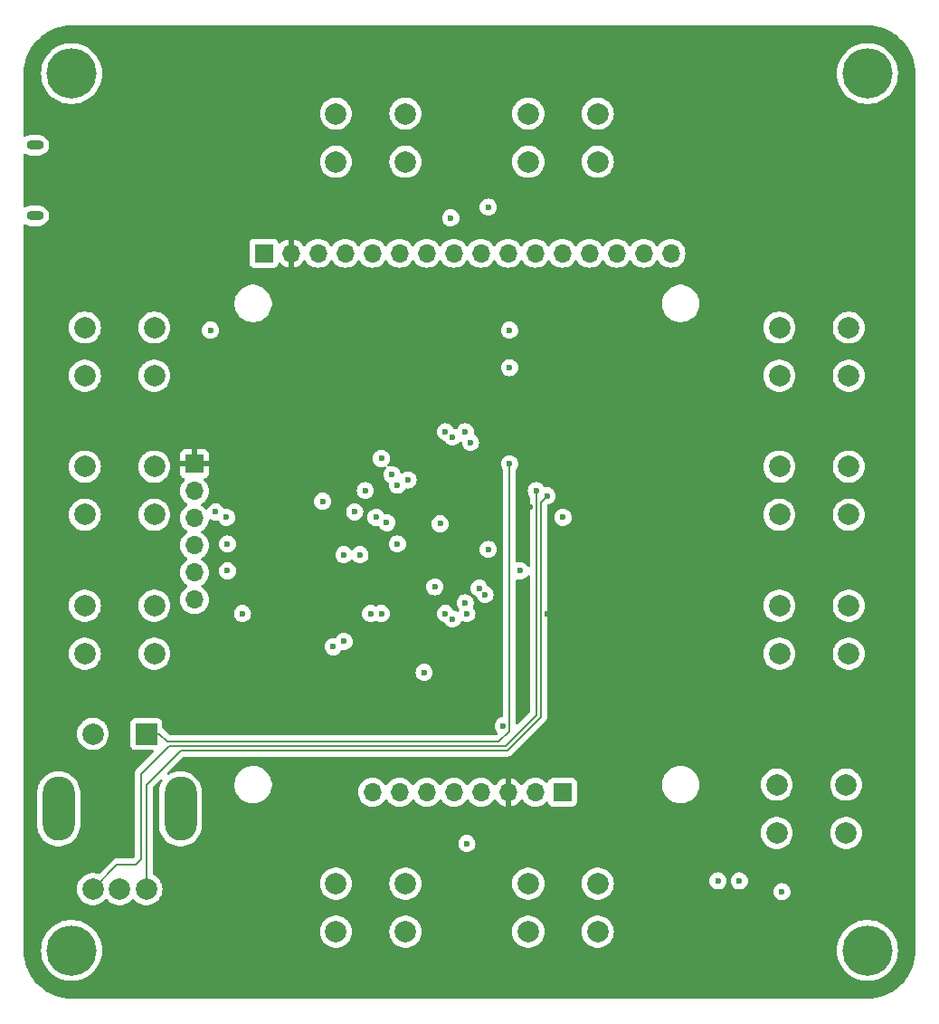
<source format=gbr>
G04 #@! TF.GenerationSoftware,KiCad,Pcbnew,8.0.8+1*
G04 #@! TF.CreationDate,2025-02-10T19:06:49+00:00*
G04 #@! TF.ProjectId,DriverDeskTft,44726976-6572-4446-9573-6b5466742e6b,0.0.1*
G04 #@! TF.SameCoordinates,Original*
G04 #@! TF.FileFunction,Copper,L2,Inr*
G04 #@! TF.FilePolarity,Positive*
%FSLAX46Y46*%
G04 Gerber Fmt 4.6, Leading zero omitted, Abs format (unit mm)*
G04 Created by KiCad (PCBNEW 8.0.8+1) date 2025-02-10 19:06:49*
%MOMM*%
%LPD*%
G01*
G04 APERTURE LIST*
G04 #@! TA.AperFunction,ComponentPad*
%ADD10C,4.700000*%
G04 #@! TD*
G04 #@! TA.AperFunction,HeatsinkPad*
%ADD11O,1.600000X0.900000*%
G04 #@! TD*
G04 #@! TA.AperFunction,ComponentPad*
%ADD12R,1.700000X1.700000*%
G04 #@! TD*
G04 #@! TA.AperFunction,ComponentPad*
%ADD13O,1.700000X1.700000*%
G04 #@! TD*
G04 #@! TA.AperFunction,ComponentPad*
%ADD14C,2.000000*%
G04 #@! TD*
G04 #@! TA.AperFunction,ComponentPad*
%ADD15O,3.000000X6.000000*%
G04 #@! TD*
G04 #@! TA.AperFunction,ComponentPad*
%ADD16R,2.000000X2.000000*%
G04 #@! TD*
G04 #@! TA.AperFunction,ViaPad*
%ADD17C,0.600000*%
G04 #@! TD*
G04 #@! TA.AperFunction,Conductor*
%ADD18C,0.200000*%
G04 #@! TD*
G04 APERTURE END LIST*
D10*
X137500000Y-140000000D03*
D11*
X59575000Y-64700000D03*
X59575000Y-71300000D03*
D10*
X63000000Y-58000000D03*
D12*
X74500000Y-94500000D03*
D13*
X74500000Y-97040000D03*
X74500000Y-99580000D03*
X74500000Y-102120000D03*
X74500000Y-104660000D03*
X74500000Y-107200000D03*
D10*
X63000000Y-140000000D03*
X137500000Y-58000000D03*
D12*
X81000000Y-74800000D03*
D13*
X83540000Y-74800000D03*
X86080000Y-74800000D03*
X88620000Y-74800000D03*
X91160000Y-74800000D03*
X93700000Y-74800000D03*
X96240000Y-74800000D03*
X98780000Y-74800000D03*
X101320000Y-74800000D03*
X103860000Y-74800000D03*
X106400000Y-74800000D03*
X108940000Y-74800000D03*
X111480000Y-74800000D03*
X114020000Y-74800000D03*
X116560000Y-74800000D03*
X119100000Y-74800000D03*
D12*
X108950000Y-125200000D03*
D13*
X106410000Y-125200000D03*
X103870000Y-125200000D03*
X101330000Y-125200000D03*
X98790000Y-125200000D03*
X96250000Y-125200000D03*
X93710000Y-125200000D03*
X91170000Y-125200000D03*
D14*
X94250000Y-61750000D03*
X87750000Y-61750000D03*
X94250000Y-66250000D03*
X87750000Y-66250000D03*
X135500000Y-124500000D03*
X129000000Y-124500000D03*
X135500000Y-129000000D03*
X129000000Y-129000000D03*
X94250000Y-133750000D03*
X87750000Y-133750000D03*
X94250000Y-138250000D03*
X87750000Y-138250000D03*
X135750000Y-81750000D03*
X129250000Y-81750000D03*
X135750000Y-86250000D03*
X129250000Y-86250000D03*
X70750000Y-94750000D03*
X64250000Y-94750000D03*
X70750000Y-99250000D03*
X64250000Y-99250000D03*
X70000000Y-134250000D03*
X65000000Y-134250000D03*
X67500000Y-134250000D03*
D15*
X73200000Y-126750000D03*
X61800000Y-126750000D03*
D16*
X70000000Y-119750000D03*
D14*
X65000000Y-119750000D03*
X112250000Y-133750000D03*
X105750000Y-133750000D03*
X112250000Y-138250000D03*
X105750000Y-138250000D03*
X135750000Y-94750000D03*
X129250000Y-94750000D03*
X135750000Y-99250000D03*
X129250000Y-99250000D03*
X70750000Y-81750000D03*
X64250000Y-81750000D03*
X70750000Y-86250000D03*
X64250000Y-86250000D03*
X70750000Y-107750000D03*
X64250000Y-107750000D03*
X70750000Y-112250000D03*
X64250000Y-112250000D03*
X135750000Y-107750000D03*
X129250000Y-107750000D03*
X135750000Y-112250000D03*
X129250000Y-112250000D03*
X112250000Y-61750000D03*
X105750000Y-61750000D03*
X112250000Y-66250000D03*
X105750000Y-66250000D03*
D17*
X111500000Y-95000000D03*
X105000000Y-112000000D03*
X82500000Y-66500000D03*
X100000000Y-136500000D03*
X93500000Y-107000000D03*
X81500000Y-65500000D03*
X125500000Y-122000000D03*
X80500000Y-65500000D03*
X105900000Y-98500000D03*
X93500000Y-90500000D03*
X132000000Y-91000000D03*
X68250000Y-90750000D03*
X82500000Y-67500000D03*
X131600000Y-120750000D03*
X132000000Y-104000000D03*
X80500000Y-66500000D03*
X100000000Y-61000000D03*
X73000000Y-140168750D03*
X68000000Y-103750000D03*
X95000000Y-117500000D03*
X83500000Y-109000000D03*
X81500000Y-67500000D03*
X81500000Y-66500000D03*
X80500000Y-67500000D03*
X121000000Y-134000000D03*
X82500000Y-65500000D03*
X69000000Y-74000000D03*
X75500000Y-118000000D03*
X68000000Y-77750000D03*
X96000000Y-88500000D03*
X107500000Y-108500000D03*
X132000000Y-78000000D03*
X96000000Y-114000000D03*
X76500000Y-99000000D03*
X100000000Y-130000000D03*
X105000000Y-104500000D03*
X102000000Y-102500000D03*
X93000000Y-95500000D03*
X104000000Y-85500000D03*
X86500000Y-98000000D03*
X77600000Y-102000000D03*
X109000000Y-99500000D03*
X129500000Y-134500000D03*
X98650000Y-109000000D03*
X123500000Y-133500000D03*
X100000000Y-108500000D03*
X99850000Y-107500000D03*
X125500000Y-133500000D03*
X98000000Y-108500000D03*
X77600000Y-104500000D03*
X93500000Y-102000000D03*
X79000000Y-108500000D03*
X77500000Y-99500000D03*
X97000000Y-106000000D03*
X98650000Y-92000000D03*
X76000000Y-82000000D03*
X92000000Y-94000000D03*
X101698650Y-106710807D03*
X87500000Y-111600000D03*
X101150000Y-106128581D03*
X88500000Y-111100000D03*
X98500000Y-71500000D03*
X99850000Y-91500000D03*
X100350000Y-92500000D03*
X102000000Y-70500000D03*
X98000000Y-91500000D03*
X104000000Y-82000000D03*
X94500000Y-96000000D03*
X93500000Y-96500000D03*
X90500000Y-97000000D03*
X90000000Y-103000000D03*
X88500000Y-103000000D03*
X89500000Y-99000000D03*
X97500000Y-100100000D03*
X103400000Y-119000000D03*
X104000000Y-94500000D03*
X107500000Y-97500000D03*
X106500000Y-97000000D03*
X91000000Y-108500000D03*
X91500000Y-99500000D03*
X92000000Y-108500000D03*
X92500000Y-100000000D03*
D18*
X70000000Y-119750000D02*
X71200000Y-119750000D01*
X71200000Y-119750000D02*
X71950000Y-120500000D01*
X103000000Y-120500000D02*
X104000000Y-119500000D01*
X104000000Y-119500000D02*
X104000000Y-94500000D01*
X71950000Y-120500000D02*
X103000000Y-120500000D01*
X106900000Y-98100000D02*
X107500000Y-97500000D01*
X70000000Y-134250000D02*
X70000000Y-124500000D01*
X73200000Y-121300000D02*
X103765686Y-121300000D01*
X106900000Y-118165686D02*
X106900000Y-98100000D01*
X70000000Y-124500000D02*
X73200000Y-121300000D01*
X103765686Y-121300000D02*
X106900000Y-118165686D01*
X72100000Y-120900000D02*
X103600000Y-120900000D01*
X69500000Y-131500000D02*
X69500000Y-123500000D01*
X69000000Y-132000000D02*
X69500000Y-131500000D01*
X67250000Y-132000000D02*
X69000000Y-132000000D01*
X69500000Y-123500000D02*
X72100000Y-120900000D01*
X103600000Y-120900000D02*
X106500000Y-118000000D01*
X65000000Y-134250000D02*
X67250000Y-132000000D01*
X106500000Y-118000000D02*
X106500000Y-97000000D01*
G04 #@! TA.AperFunction,Conductor*
G36*
X105855743Y-104908940D02*
G01*
X105894115Y-104967330D01*
X105899500Y-105003476D01*
X105899500Y-117699903D01*
X105879815Y-117766942D01*
X105863181Y-117787584D01*
X104812181Y-118838584D01*
X104750858Y-118872069D01*
X104681166Y-118867085D01*
X104625233Y-118825213D01*
X104600816Y-118759749D01*
X104600500Y-118750903D01*
X104600500Y-105383062D01*
X104620185Y-105316023D01*
X104672989Y-105270268D01*
X104742147Y-105260324D01*
X104765448Y-105266018D01*
X104820745Y-105285368D01*
X104820748Y-105285368D01*
X104820750Y-105285369D01*
X104999996Y-105305565D01*
X105000000Y-105305565D01*
X105000004Y-105305565D01*
X105179249Y-105285369D01*
X105179252Y-105285368D01*
X105179255Y-105285368D01*
X105349522Y-105225789D01*
X105502262Y-105129816D01*
X105629816Y-105002262D01*
X105670506Y-104937503D01*
X105722841Y-104891213D01*
X105791894Y-104880565D01*
X105855743Y-104908940D01*
G37*
G04 #@! TD.AperFunction*
G04 #@! TA.AperFunction,Conductor*
G36*
X137502702Y-53500617D02*
G01*
X137886771Y-53517386D01*
X137897506Y-53518326D01*
X138275971Y-53568152D01*
X138286597Y-53570025D01*
X138659284Y-53652648D01*
X138669710Y-53655442D01*
X139033765Y-53770227D01*
X139043911Y-53773920D01*
X139396578Y-53920000D01*
X139406369Y-53924566D01*
X139744942Y-54100816D01*
X139754310Y-54106224D01*
X140076244Y-54311318D01*
X140085105Y-54317523D01*
X140387930Y-54549889D01*
X140396217Y-54556843D01*
X140677635Y-54814715D01*
X140685284Y-54822364D01*
X140943156Y-55103782D01*
X140950110Y-55112069D01*
X141182476Y-55414894D01*
X141188681Y-55423755D01*
X141393775Y-55745689D01*
X141399183Y-55755057D01*
X141575430Y-56093623D01*
X141580002Y-56103427D01*
X141726075Y-56456078D01*
X141729775Y-56466244D01*
X141844554Y-56830278D01*
X141847354Y-56840727D01*
X141929971Y-57213389D01*
X141931849Y-57224042D01*
X141981671Y-57602473D01*
X141982614Y-57613249D01*
X141999382Y-57997297D01*
X141999500Y-58002706D01*
X141999500Y-139997293D01*
X141999382Y-140002702D01*
X141982614Y-140386750D01*
X141981671Y-140397526D01*
X141931849Y-140775957D01*
X141929971Y-140786610D01*
X141847354Y-141159272D01*
X141844554Y-141169721D01*
X141729775Y-141533755D01*
X141726075Y-141543921D01*
X141580002Y-141896572D01*
X141575430Y-141906376D01*
X141399183Y-142244942D01*
X141393775Y-142254310D01*
X141188681Y-142576244D01*
X141182476Y-142585105D01*
X140950110Y-142887930D01*
X140943156Y-142896217D01*
X140685284Y-143177635D01*
X140677635Y-143185284D01*
X140396217Y-143443156D01*
X140387930Y-143450110D01*
X140085105Y-143682476D01*
X140076244Y-143688681D01*
X139754310Y-143893775D01*
X139744942Y-143899183D01*
X139406376Y-144075430D01*
X139396572Y-144080002D01*
X139043921Y-144226075D01*
X139033755Y-144229775D01*
X138669721Y-144344554D01*
X138659272Y-144347354D01*
X138286610Y-144429971D01*
X138275957Y-144431849D01*
X137897526Y-144481671D01*
X137886750Y-144482614D01*
X137502703Y-144499382D01*
X137497294Y-144499500D01*
X63002706Y-144499500D01*
X62997297Y-144499382D01*
X62613249Y-144482614D01*
X62602473Y-144481671D01*
X62224042Y-144431849D01*
X62213389Y-144429971D01*
X61840727Y-144347354D01*
X61830278Y-144344554D01*
X61466244Y-144229775D01*
X61456078Y-144226075D01*
X61103427Y-144080002D01*
X61093623Y-144075430D01*
X60755057Y-143899183D01*
X60745689Y-143893775D01*
X60423755Y-143688681D01*
X60414894Y-143682476D01*
X60112069Y-143450110D01*
X60103782Y-143443156D01*
X59822364Y-143185284D01*
X59814715Y-143177635D01*
X59556843Y-142896217D01*
X59549889Y-142887930D01*
X59317523Y-142585105D01*
X59311318Y-142576244D01*
X59106224Y-142254310D01*
X59100816Y-142244942D01*
X58924569Y-141906376D01*
X58919997Y-141896572D01*
X58894644Y-141835364D01*
X58773920Y-141543911D01*
X58770224Y-141533755D01*
X58655442Y-141169710D01*
X58652648Y-141159284D01*
X58570025Y-140786597D01*
X58568152Y-140775971D01*
X58518326Y-140397506D01*
X58517386Y-140386771D01*
X58500618Y-140002702D01*
X58500559Y-139999996D01*
X60144669Y-139999996D01*
X60144669Y-140000003D01*
X60163976Y-140331484D01*
X60163977Y-140331495D01*
X60221631Y-140658467D01*
X60221634Y-140658481D01*
X60221635Y-140658485D01*
X60242578Y-140728439D01*
X60316866Y-140976580D01*
X60448379Y-141281461D01*
X60448385Y-141281474D01*
X60614406Y-141569031D01*
X60812678Y-141835356D01*
X60812683Y-141835362D01*
X60812690Y-141835371D01*
X61040553Y-142076893D01*
X61224689Y-142231400D01*
X61294912Y-142290325D01*
X61294920Y-142290331D01*
X61572330Y-142472787D01*
X61572334Y-142472789D01*
X61869061Y-142621811D01*
X62181082Y-142735377D01*
X62181088Y-142735378D01*
X62181090Y-142735379D01*
X62504161Y-142811949D01*
X62504168Y-142811950D01*
X62504177Y-142811952D01*
X62833977Y-142850500D01*
X62833984Y-142850500D01*
X63166016Y-142850500D01*
X63166023Y-142850500D01*
X63495823Y-142811952D01*
X63495832Y-142811949D01*
X63495838Y-142811949D01*
X63756445Y-142750183D01*
X63818918Y-142735377D01*
X64130939Y-142621811D01*
X64427666Y-142472789D01*
X64705085Y-142290327D01*
X64959447Y-142076893D01*
X65187310Y-141835371D01*
X65385594Y-141569030D01*
X65551617Y-141281470D01*
X65683133Y-140976581D01*
X65778365Y-140658485D01*
X65836024Y-140331484D01*
X65855331Y-140000000D01*
X65855331Y-139999996D01*
X134644669Y-139999996D01*
X134644669Y-140000003D01*
X134663976Y-140331484D01*
X134663977Y-140331495D01*
X134721631Y-140658467D01*
X134721634Y-140658481D01*
X134721635Y-140658485D01*
X134742578Y-140728439D01*
X134816866Y-140976580D01*
X134948379Y-141281461D01*
X134948385Y-141281474D01*
X135114406Y-141569031D01*
X135312678Y-141835356D01*
X135312683Y-141835362D01*
X135312690Y-141835371D01*
X135540553Y-142076893D01*
X135724689Y-142231400D01*
X135794912Y-142290325D01*
X135794920Y-142290331D01*
X136072330Y-142472787D01*
X136072334Y-142472789D01*
X136369061Y-142621811D01*
X136681082Y-142735377D01*
X136681088Y-142735378D01*
X136681090Y-142735379D01*
X137004161Y-142811949D01*
X137004168Y-142811950D01*
X137004177Y-142811952D01*
X137333977Y-142850500D01*
X137333984Y-142850500D01*
X137666016Y-142850500D01*
X137666023Y-142850500D01*
X137995823Y-142811952D01*
X137995832Y-142811949D01*
X137995838Y-142811949D01*
X138256445Y-142750183D01*
X138318918Y-142735377D01*
X138630939Y-142621811D01*
X138927666Y-142472789D01*
X139205085Y-142290327D01*
X139459447Y-142076893D01*
X139687310Y-141835371D01*
X139885594Y-141569030D01*
X140051617Y-141281470D01*
X140183133Y-140976581D01*
X140278365Y-140658485D01*
X140336024Y-140331484D01*
X140355331Y-140000000D01*
X140355173Y-139997293D01*
X140351493Y-139934108D01*
X140336024Y-139668516D01*
X140278365Y-139341515D01*
X140183133Y-139023419D01*
X140051617Y-138718530D01*
X139924192Y-138497824D01*
X139885593Y-138430968D01*
X139687321Y-138164643D01*
X139687314Y-138164635D01*
X139687310Y-138164629D01*
X139459447Y-137923107D01*
X139297153Y-137786926D01*
X139205087Y-137709674D01*
X139205079Y-137709668D01*
X138927669Y-137527212D01*
X138630946Y-137378192D01*
X138630940Y-137378189D01*
X138318930Y-137264627D01*
X138318909Y-137264620D01*
X137995838Y-137188050D01*
X137995823Y-137188048D01*
X137666023Y-137149500D01*
X137333977Y-137149500D01*
X137045402Y-137183229D01*
X137004176Y-137188048D01*
X137004161Y-137188050D01*
X136681090Y-137264620D01*
X136681069Y-137264627D01*
X136369059Y-137378189D01*
X136369053Y-137378192D01*
X136072330Y-137527212D01*
X135794920Y-137709668D01*
X135794912Y-137709674D01*
X135588936Y-137882508D01*
X135540553Y-137923107D01*
X135312690Y-138164629D01*
X135312687Y-138164632D01*
X135312685Y-138164635D01*
X135312678Y-138164643D01*
X135114406Y-138430968D01*
X134948385Y-138718525D01*
X134948379Y-138718538D01*
X134816866Y-139023419D01*
X134721634Y-139341518D01*
X134721631Y-139341532D01*
X134663977Y-139668504D01*
X134663976Y-139668515D01*
X134644669Y-139999996D01*
X65855331Y-139999996D01*
X65855173Y-139997293D01*
X65851493Y-139934108D01*
X65836024Y-139668516D01*
X65778365Y-139341515D01*
X65683133Y-139023419D01*
X65551617Y-138718530D01*
X65424192Y-138497824D01*
X65385593Y-138430968D01*
X65250863Y-138249994D01*
X86244357Y-138249994D01*
X86244357Y-138250005D01*
X86264890Y-138497812D01*
X86264892Y-138497824D01*
X86325936Y-138738881D01*
X86425826Y-138966606D01*
X86561833Y-139174782D01*
X86561836Y-139174785D01*
X86730256Y-139357738D01*
X86926491Y-139510474D01*
X87145190Y-139628828D01*
X87380386Y-139709571D01*
X87625665Y-139750500D01*
X87874335Y-139750500D01*
X88119614Y-139709571D01*
X88354810Y-139628828D01*
X88573509Y-139510474D01*
X88769744Y-139357738D01*
X88938164Y-139174785D01*
X89074173Y-138966607D01*
X89174063Y-138738881D01*
X89235108Y-138497821D01*
X89235109Y-138497812D01*
X89255643Y-138250005D01*
X89255643Y-138249994D01*
X92744357Y-138249994D01*
X92744357Y-138250005D01*
X92764890Y-138497812D01*
X92764892Y-138497824D01*
X92825936Y-138738881D01*
X92925826Y-138966606D01*
X93061833Y-139174782D01*
X93061836Y-139174785D01*
X93230256Y-139357738D01*
X93426491Y-139510474D01*
X93645190Y-139628828D01*
X93880386Y-139709571D01*
X94125665Y-139750500D01*
X94374335Y-139750500D01*
X94619614Y-139709571D01*
X94854810Y-139628828D01*
X95073509Y-139510474D01*
X95269744Y-139357738D01*
X95438164Y-139174785D01*
X95574173Y-138966607D01*
X95674063Y-138738881D01*
X95735108Y-138497821D01*
X95735109Y-138497812D01*
X95755643Y-138250005D01*
X95755643Y-138249994D01*
X104244357Y-138249994D01*
X104244357Y-138250005D01*
X104264890Y-138497812D01*
X104264892Y-138497824D01*
X104325936Y-138738881D01*
X104425826Y-138966606D01*
X104561833Y-139174782D01*
X104561836Y-139174785D01*
X104730256Y-139357738D01*
X104926491Y-139510474D01*
X105145190Y-139628828D01*
X105380386Y-139709571D01*
X105625665Y-139750500D01*
X105874335Y-139750500D01*
X106119614Y-139709571D01*
X106354810Y-139628828D01*
X106573509Y-139510474D01*
X106769744Y-139357738D01*
X106938164Y-139174785D01*
X107074173Y-138966607D01*
X107174063Y-138738881D01*
X107235108Y-138497821D01*
X107235109Y-138497812D01*
X107255643Y-138250005D01*
X107255643Y-138249994D01*
X110744357Y-138249994D01*
X110744357Y-138250005D01*
X110764890Y-138497812D01*
X110764892Y-138497824D01*
X110825936Y-138738881D01*
X110925826Y-138966606D01*
X111061833Y-139174782D01*
X111061836Y-139174785D01*
X111230256Y-139357738D01*
X111426491Y-139510474D01*
X111645190Y-139628828D01*
X111880386Y-139709571D01*
X112125665Y-139750500D01*
X112374335Y-139750500D01*
X112619614Y-139709571D01*
X112854810Y-139628828D01*
X113073509Y-139510474D01*
X113269744Y-139357738D01*
X113438164Y-139174785D01*
X113574173Y-138966607D01*
X113674063Y-138738881D01*
X113735108Y-138497821D01*
X113735109Y-138497812D01*
X113755643Y-138250005D01*
X113755643Y-138249994D01*
X113735109Y-138002187D01*
X113735107Y-138002175D01*
X113674063Y-137761118D01*
X113574173Y-137533393D01*
X113438166Y-137325217D01*
X113382382Y-137264620D01*
X113269744Y-137142262D01*
X113073509Y-136989526D01*
X113073507Y-136989525D01*
X113073506Y-136989524D01*
X112854811Y-136871172D01*
X112854802Y-136871169D01*
X112619616Y-136790429D01*
X112374335Y-136749500D01*
X112125665Y-136749500D01*
X111880383Y-136790429D01*
X111645197Y-136871169D01*
X111645188Y-136871172D01*
X111426493Y-136989524D01*
X111230257Y-137142261D01*
X111061833Y-137325217D01*
X110925826Y-137533393D01*
X110825936Y-137761118D01*
X110764892Y-138002175D01*
X110764890Y-138002187D01*
X110744357Y-138249994D01*
X107255643Y-138249994D01*
X107235109Y-138002187D01*
X107235107Y-138002175D01*
X107174063Y-137761118D01*
X107074173Y-137533393D01*
X106938166Y-137325217D01*
X106882382Y-137264620D01*
X106769744Y-137142262D01*
X106573509Y-136989526D01*
X106573507Y-136989525D01*
X106573506Y-136989524D01*
X106354811Y-136871172D01*
X106354802Y-136871169D01*
X106119616Y-136790429D01*
X105874335Y-136749500D01*
X105625665Y-136749500D01*
X105380383Y-136790429D01*
X105145197Y-136871169D01*
X105145188Y-136871172D01*
X104926493Y-136989524D01*
X104730257Y-137142261D01*
X104561833Y-137325217D01*
X104425826Y-137533393D01*
X104325936Y-137761118D01*
X104264892Y-138002175D01*
X104264890Y-138002187D01*
X104244357Y-138249994D01*
X95755643Y-138249994D01*
X95735109Y-138002187D01*
X95735107Y-138002175D01*
X95674063Y-137761118D01*
X95574173Y-137533393D01*
X95438166Y-137325217D01*
X95382382Y-137264620D01*
X95269744Y-137142262D01*
X95073509Y-136989526D01*
X95073507Y-136989525D01*
X95073506Y-136989524D01*
X94854811Y-136871172D01*
X94854802Y-136871169D01*
X94619616Y-136790429D01*
X94374335Y-136749500D01*
X94125665Y-136749500D01*
X93880383Y-136790429D01*
X93645197Y-136871169D01*
X93645188Y-136871172D01*
X93426493Y-136989524D01*
X93230257Y-137142261D01*
X93061833Y-137325217D01*
X92925826Y-137533393D01*
X92825936Y-137761118D01*
X92764892Y-138002175D01*
X92764890Y-138002187D01*
X92744357Y-138249994D01*
X89255643Y-138249994D01*
X89235109Y-138002187D01*
X89235107Y-138002175D01*
X89174063Y-137761118D01*
X89074173Y-137533393D01*
X88938166Y-137325217D01*
X88882382Y-137264620D01*
X88769744Y-137142262D01*
X88573509Y-136989526D01*
X88573507Y-136989525D01*
X88573506Y-136989524D01*
X88354811Y-136871172D01*
X88354802Y-136871169D01*
X88119616Y-136790429D01*
X87874335Y-136749500D01*
X87625665Y-136749500D01*
X87380383Y-136790429D01*
X87145197Y-136871169D01*
X87145188Y-136871172D01*
X86926493Y-136989524D01*
X86730257Y-137142261D01*
X86561833Y-137325217D01*
X86425826Y-137533393D01*
X86325936Y-137761118D01*
X86264892Y-138002175D01*
X86264890Y-138002187D01*
X86244357Y-138249994D01*
X65250863Y-138249994D01*
X65187321Y-138164643D01*
X65187314Y-138164635D01*
X65187310Y-138164629D01*
X64959447Y-137923107D01*
X64797153Y-137786926D01*
X64705087Y-137709674D01*
X64705079Y-137709668D01*
X64427669Y-137527212D01*
X64130946Y-137378192D01*
X64130940Y-137378189D01*
X63818930Y-137264627D01*
X63818909Y-137264620D01*
X63495838Y-137188050D01*
X63495823Y-137188048D01*
X63166023Y-137149500D01*
X62833977Y-137149500D01*
X62545402Y-137183229D01*
X62504176Y-137188048D01*
X62504161Y-137188050D01*
X62181090Y-137264620D01*
X62181069Y-137264627D01*
X61869059Y-137378189D01*
X61869053Y-137378192D01*
X61572330Y-137527212D01*
X61294920Y-137709668D01*
X61294912Y-137709674D01*
X61088936Y-137882508D01*
X61040553Y-137923107D01*
X60812690Y-138164629D01*
X60812687Y-138164632D01*
X60812685Y-138164635D01*
X60812678Y-138164643D01*
X60614406Y-138430968D01*
X60448385Y-138718525D01*
X60448379Y-138718538D01*
X60316866Y-139023419D01*
X60221634Y-139341518D01*
X60221631Y-139341532D01*
X60163977Y-139668504D01*
X60163976Y-139668515D01*
X60144669Y-139999996D01*
X58500559Y-139999996D01*
X58500500Y-139997293D01*
X58500500Y-134249994D01*
X63494357Y-134249994D01*
X63494357Y-134250005D01*
X63514890Y-134497812D01*
X63514892Y-134497824D01*
X63575936Y-134738881D01*
X63675826Y-134966606D01*
X63811833Y-135174782D01*
X63811836Y-135174785D01*
X63980256Y-135357738D01*
X64176491Y-135510474D01*
X64395190Y-135628828D01*
X64630386Y-135709571D01*
X64875665Y-135750500D01*
X65124335Y-135750500D01*
X65369614Y-135709571D01*
X65604810Y-135628828D01*
X65823509Y-135510474D01*
X66019744Y-135357738D01*
X66158772Y-135206712D01*
X66218657Y-135170724D01*
X66288495Y-135172824D01*
X66341226Y-135206711D01*
X66480256Y-135357738D01*
X66676491Y-135510474D01*
X66895190Y-135628828D01*
X67130386Y-135709571D01*
X67375665Y-135750500D01*
X67624335Y-135750500D01*
X67869614Y-135709571D01*
X68104810Y-135628828D01*
X68323509Y-135510474D01*
X68519744Y-135357738D01*
X68658772Y-135206712D01*
X68718657Y-135170724D01*
X68788495Y-135172824D01*
X68841226Y-135206711D01*
X68980256Y-135357738D01*
X69176491Y-135510474D01*
X69395190Y-135628828D01*
X69630386Y-135709571D01*
X69875665Y-135750500D01*
X70124335Y-135750500D01*
X70369614Y-135709571D01*
X70604810Y-135628828D01*
X70823509Y-135510474D01*
X71019744Y-135357738D01*
X71188164Y-135174785D01*
X71324173Y-134966607D01*
X71424063Y-134738881D01*
X71485108Y-134497821D01*
X71485109Y-134497812D01*
X71505643Y-134250005D01*
X71505643Y-134249994D01*
X71485109Y-134002187D01*
X71485107Y-134002175D01*
X71424063Y-133761118D01*
X71419184Y-133749994D01*
X86244357Y-133749994D01*
X86244357Y-133750005D01*
X86264890Y-133997812D01*
X86264892Y-133997824D01*
X86325936Y-134238881D01*
X86425826Y-134466606D01*
X86561833Y-134674782D01*
X86561836Y-134674785D01*
X86730256Y-134857738D01*
X86926491Y-135010474D01*
X87145190Y-135128828D01*
X87380386Y-135209571D01*
X87625665Y-135250500D01*
X87874335Y-135250500D01*
X88119614Y-135209571D01*
X88354810Y-135128828D01*
X88573509Y-135010474D01*
X88769744Y-134857738D01*
X88938164Y-134674785D01*
X89074173Y-134466607D01*
X89174063Y-134238881D01*
X89235108Y-133997821D01*
X89235115Y-133997737D01*
X89255643Y-133750005D01*
X89255643Y-133749994D01*
X92744357Y-133749994D01*
X92744357Y-133750005D01*
X92764890Y-133997812D01*
X92764892Y-133997824D01*
X92825936Y-134238881D01*
X92925826Y-134466606D01*
X93061833Y-134674782D01*
X93061836Y-134674785D01*
X93230256Y-134857738D01*
X93426491Y-135010474D01*
X93645190Y-135128828D01*
X93880386Y-135209571D01*
X94125665Y-135250500D01*
X94374335Y-135250500D01*
X94619614Y-135209571D01*
X94854810Y-135128828D01*
X95073509Y-135010474D01*
X95269744Y-134857738D01*
X95438164Y-134674785D01*
X95574173Y-134466607D01*
X95674063Y-134238881D01*
X95735108Y-133997821D01*
X95735115Y-133997737D01*
X95755643Y-133750005D01*
X95755643Y-133749994D01*
X104244357Y-133749994D01*
X104244357Y-133750005D01*
X104264890Y-133997812D01*
X104264892Y-133997824D01*
X104325936Y-134238881D01*
X104425826Y-134466606D01*
X104561833Y-134674782D01*
X104561836Y-134674785D01*
X104730256Y-134857738D01*
X104926491Y-135010474D01*
X105145190Y-135128828D01*
X105380386Y-135209571D01*
X105625665Y-135250500D01*
X105874335Y-135250500D01*
X106119614Y-135209571D01*
X106354810Y-135128828D01*
X106573509Y-135010474D01*
X106769744Y-134857738D01*
X106938164Y-134674785D01*
X107074173Y-134466607D01*
X107174063Y-134238881D01*
X107235108Y-133997821D01*
X107235115Y-133997737D01*
X107255643Y-133750005D01*
X107255643Y-133749994D01*
X110744357Y-133749994D01*
X110744357Y-133750005D01*
X110764890Y-133997812D01*
X110764892Y-133997824D01*
X110825936Y-134238881D01*
X110925826Y-134466606D01*
X111061833Y-134674782D01*
X111061836Y-134674785D01*
X111230256Y-134857738D01*
X111426491Y-135010474D01*
X111645190Y-135128828D01*
X111880386Y-135209571D01*
X112125665Y-135250500D01*
X112374335Y-135250500D01*
X112619614Y-135209571D01*
X112854810Y-135128828D01*
X113073509Y-135010474D01*
X113269744Y-134857738D01*
X113438164Y-134674785D01*
X113552359Y-134499996D01*
X128694435Y-134499996D01*
X128694435Y-134500003D01*
X128714630Y-134679249D01*
X128714631Y-134679254D01*
X128774211Y-134849523D01*
X128779373Y-134857738D01*
X128870184Y-135002262D01*
X128997738Y-135129816D01*
X129062843Y-135170724D01*
X129124665Y-135209570D01*
X129150478Y-135225789D01*
X129221098Y-135250500D01*
X129320745Y-135285368D01*
X129320750Y-135285369D01*
X129499996Y-135305565D01*
X129500000Y-135305565D01*
X129500004Y-135305565D01*
X129679249Y-135285369D01*
X129679252Y-135285368D01*
X129679255Y-135285368D01*
X129849522Y-135225789D01*
X130002262Y-135129816D01*
X130129816Y-135002262D01*
X130225789Y-134849522D01*
X130285368Y-134679255D01*
X130305565Y-134500000D01*
X130305319Y-134497821D01*
X130285369Y-134320750D01*
X130285368Y-134320745D01*
X130260611Y-134249994D01*
X130225789Y-134150478D01*
X130129816Y-133997738D01*
X130002262Y-133870184D01*
X129969379Y-133849522D01*
X129849523Y-133774211D01*
X129679254Y-133714631D01*
X129679249Y-133714630D01*
X129500004Y-133694435D01*
X129499996Y-133694435D01*
X129320750Y-133714630D01*
X129320745Y-133714631D01*
X129150476Y-133774211D01*
X128997737Y-133870184D01*
X128870184Y-133997737D01*
X128774211Y-134150476D01*
X128714631Y-134320745D01*
X128714630Y-134320750D01*
X128694435Y-134499996D01*
X113552359Y-134499996D01*
X113574173Y-134466607D01*
X113674063Y-134238881D01*
X113735108Y-133997821D01*
X113735115Y-133997737D01*
X113755643Y-133750005D01*
X113755643Y-133749994D01*
X113735109Y-133502187D01*
X113735107Y-133502175D01*
X113734555Y-133499996D01*
X122694435Y-133499996D01*
X122694435Y-133500003D01*
X122714630Y-133679249D01*
X122714631Y-133679254D01*
X122774211Y-133849523D01*
X122867341Y-133997737D01*
X122870184Y-134002262D01*
X122997738Y-134129816D01*
X123150478Y-134225789D01*
X123320745Y-134285368D01*
X123320750Y-134285369D01*
X123499996Y-134305565D01*
X123500000Y-134305565D01*
X123500004Y-134305565D01*
X123679249Y-134285369D01*
X123679252Y-134285368D01*
X123679255Y-134285368D01*
X123849522Y-134225789D01*
X124002262Y-134129816D01*
X124129816Y-134002262D01*
X124225789Y-133849522D01*
X124285368Y-133679255D01*
X124305319Y-133502187D01*
X124305565Y-133500003D01*
X124305565Y-133499996D01*
X124694435Y-133499996D01*
X124694435Y-133500003D01*
X124714630Y-133679249D01*
X124714631Y-133679254D01*
X124774211Y-133849523D01*
X124867341Y-133997737D01*
X124870184Y-134002262D01*
X124997738Y-134129816D01*
X125150478Y-134225789D01*
X125320745Y-134285368D01*
X125320750Y-134285369D01*
X125499996Y-134305565D01*
X125500000Y-134305565D01*
X125500004Y-134305565D01*
X125679249Y-134285369D01*
X125679252Y-134285368D01*
X125679255Y-134285368D01*
X125849522Y-134225789D01*
X126002262Y-134129816D01*
X126129816Y-134002262D01*
X126225789Y-133849522D01*
X126285368Y-133679255D01*
X126305319Y-133502187D01*
X126305565Y-133500003D01*
X126305565Y-133499996D01*
X126285369Y-133320750D01*
X126285368Y-133320745D01*
X126225788Y-133150476D01*
X126186582Y-133088080D01*
X126129816Y-132997738D01*
X126002262Y-132870184D01*
X125930698Y-132825217D01*
X125849523Y-132774211D01*
X125679254Y-132714631D01*
X125679249Y-132714630D01*
X125500004Y-132694435D01*
X125499996Y-132694435D01*
X125320750Y-132714630D01*
X125320745Y-132714631D01*
X125150476Y-132774211D01*
X124997737Y-132870184D01*
X124870184Y-132997737D01*
X124774211Y-133150476D01*
X124714631Y-133320745D01*
X124714630Y-133320750D01*
X124694435Y-133499996D01*
X124305565Y-133499996D01*
X124285369Y-133320750D01*
X124285368Y-133320745D01*
X124225788Y-133150476D01*
X124186582Y-133088080D01*
X124129816Y-132997738D01*
X124002262Y-132870184D01*
X123930698Y-132825217D01*
X123849523Y-132774211D01*
X123679254Y-132714631D01*
X123679249Y-132714630D01*
X123500004Y-132694435D01*
X123499996Y-132694435D01*
X123320750Y-132714630D01*
X123320745Y-132714631D01*
X123150476Y-132774211D01*
X122997737Y-132870184D01*
X122870184Y-132997737D01*
X122774211Y-133150476D01*
X122714631Y-133320745D01*
X122714630Y-133320750D01*
X122694435Y-133499996D01*
X113734555Y-133499996D01*
X113674063Y-133261118D01*
X113574173Y-133033393D01*
X113438166Y-132825217D01*
X113406141Y-132790429D01*
X113269744Y-132642262D01*
X113073509Y-132489526D01*
X113073507Y-132489525D01*
X113073506Y-132489524D01*
X112854811Y-132371172D01*
X112854802Y-132371169D01*
X112619616Y-132290429D01*
X112374335Y-132249500D01*
X112125665Y-132249500D01*
X111880383Y-132290429D01*
X111645197Y-132371169D01*
X111645188Y-132371172D01*
X111426493Y-132489524D01*
X111230257Y-132642261D01*
X111061833Y-132825217D01*
X110925826Y-133033393D01*
X110825936Y-133261118D01*
X110764892Y-133502175D01*
X110764890Y-133502187D01*
X110744357Y-133749994D01*
X107255643Y-133749994D01*
X107235109Y-133502187D01*
X107235107Y-133502175D01*
X107174063Y-133261118D01*
X107074173Y-133033393D01*
X106938166Y-132825217D01*
X106906141Y-132790429D01*
X106769744Y-132642262D01*
X106573509Y-132489526D01*
X106573507Y-132489525D01*
X106573506Y-132489524D01*
X106354811Y-132371172D01*
X106354802Y-132371169D01*
X106119616Y-132290429D01*
X105874335Y-132249500D01*
X105625665Y-132249500D01*
X105380383Y-132290429D01*
X105145197Y-132371169D01*
X105145188Y-132371172D01*
X104926493Y-132489524D01*
X104730257Y-132642261D01*
X104561833Y-132825217D01*
X104425826Y-133033393D01*
X104325936Y-133261118D01*
X104264892Y-133502175D01*
X104264890Y-133502187D01*
X104244357Y-133749994D01*
X95755643Y-133749994D01*
X95735109Y-133502187D01*
X95735107Y-133502175D01*
X95674063Y-133261118D01*
X95574173Y-133033393D01*
X95438166Y-132825217D01*
X95406141Y-132790429D01*
X95269744Y-132642262D01*
X95073509Y-132489526D01*
X95073507Y-132489525D01*
X95073506Y-132489524D01*
X94854811Y-132371172D01*
X94854802Y-132371169D01*
X94619616Y-132290429D01*
X94374335Y-132249500D01*
X94125665Y-132249500D01*
X93880383Y-132290429D01*
X93645197Y-132371169D01*
X93645188Y-132371172D01*
X93426493Y-132489524D01*
X93230257Y-132642261D01*
X93061833Y-132825217D01*
X92925826Y-133033393D01*
X92825936Y-133261118D01*
X92764892Y-133502175D01*
X92764890Y-133502187D01*
X92744357Y-133749994D01*
X89255643Y-133749994D01*
X89235109Y-133502187D01*
X89235107Y-133502175D01*
X89174063Y-133261118D01*
X89074173Y-133033393D01*
X88938166Y-132825217D01*
X88906141Y-132790429D01*
X88769744Y-132642262D01*
X88573509Y-132489526D01*
X88573507Y-132489525D01*
X88573506Y-132489524D01*
X88354811Y-132371172D01*
X88354802Y-132371169D01*
X88119616Y-132290429D01*
X87874335Y-132249500D01*
X87625665Y-132249500D01*
X87380383Y-132290429D01*
X87145197Y-132371169D01*
X87145188Y-132371172D01*
X86926493Y-132489524D01*
X86730257Y-132642261D01*
X86561833Y-132825217D01*
X86425826Y-133033393D01*
X86325936Y-133261118D01*
X86264892Y-133502175D01*
X86264890Y-133502187D01*
X86244357Y-133749994D01*
X71419184Y-133749994D01*
X71324173Y-133533393D01*
X71188166Y-133325217D01*
X71158769Y-133293284D01*
X71019744Y-133142262D01*
X70823509Y-132989526D01*
X70823507Y-132989525D01*
X70823506Y-132989524D01*
X70665482Y-132904006D01*
X70615892Y-132854786D01*
X70600500Y-132794951D01*
X70600500Y-124800097D01*
X70620185Y-124733058D01*
X70636819Y-124712416D01*
X70963977Y-124385258D01*
X71304253Y-124044981D01*
X71365574Y-124011498D01*
X71435265Y-124016482D01*
X71491199Y-124058353D01*
X71515616Y-124123818D01*
X71500764Y-124192091D01*
X71499320Y-124194663D01*
X71401956Y-124363304D01*
X71401953Y-124363309D01*
X71301605Y-124605571D01*
X71301602Y-124605581D01*
X71238191Y-124842238D01*
X71233730Y-124858885D01*
X71199500Y-125118872D01*
X71199500Y-128381127D01*
X71216615Y-128511118D01*
X71233730Y-128641116D01*
X71301602Y-128894418D01*
X71301605Y-128894428D01*
X71401953Y-129136690D01*
X71401958Y-129136700D01*
X71533075Y-129363803D01*
X71692718Y-129571851D01*
X71692726Y-129571860D01*
X71878140Y-129757274D01*
X71878148Y-129757281D01*
X72086196Y-129916924D01*
X72313299Y-130048041D01*
X72313309Y-130048046D01*
X72457419Y-130107738D01*
X72555581Y-130148398D01*
X72808884Y-130216270D01*
X73068880Y-130250500D01*
X73068887Y-130250500D01*
X73331113Y-130250500D01*
X73331120Y-130250500D01*
X73591116Y-130216270D01*
X73844419Y-130148398D01*
X74086697Y-130048043D01*
X74169917Y-129999996D01*
X99194435Y-129999996D01*
X99194435Y-130000003D01*
X99214630Y-130179249D01*
X99214631Y-130179254D01*
X99274211Y-130349523D01*
X99292625Y-130378828D01*
X99370184Y-130502262D01*
X99497738Y-130629816D01*
X99650478Y-130725789D01*
X99820745Y-130785368D01*
X99820750Y-130785369D01*
X99999996Y-130805565D01*
X100000000Y-130805565D01*
X100000004Y-130805565D01*
X100179249Y-130785369D01*
X100179252Y-130785368D01*
X100179255Y-130785368D01*
X100349522Y-130725789D01*
X100502262Y-130629816D01*
X100629816Y-130502262D01*
X100725789Y-130349522D01*
X100785368Y-130179255D01*
X100805565Y-130000000D01*
X100797090Y-129924785D01*
X100785369Y-129820750D01*
X100785368Y-129820745D01*
X100763161Y-129757281D01*
X100725789Y-129650478D01*
X100629816Y-129497738D01*
X100502262Y-129370184D01*
X100492107Y-129363803D01*
X100349523Y-129274211D01*
X100179254Y-129214631D01*
X100179249Y-129214630D01*
X100000004Y-129194435D01*
X99999996Y-129194435D01*
X99820750Y-129214630D01*
X99820745Y-129214631D01*
X99650476Y-129274211D01*
X99497737Y-129370184D01*
X99370184Y-129497737D01*
X99274211Y-129650476D01*
X99214631Y-129820745D01*
X99214630Y-129820750D01*
X99194435Y-129999996D01*
X74169917Y-129999996D01*
X74313803Y-129916924D01*
X74521851Y-129757282D01*
X74521855Y-129757277D01*
X74521860Y-129757274D01*
X74707274Y-129571860D01*
X74707277Y-129571855D01*
X74707282Y-129571851D01*
X74866924Y-129363803D01*
X74998043Y-129136697D01*
X75054667Y-128999994D01*
X127494357Y-128999994D01*
X127494357Y-129000005D01*
X127514890Y-129247812D01*
X127514892Y-129247824D01*
X127575936Y-129488881D01*
X127675826Y-129716606D01*
X127811833Y-129924782D01*
X127811836Y-129924785D01*
X127980256Y-130107738D01*
X128176491Y-130260474D01*
X128395190Y-130378828D01*
X128630386Y-130459571D01*
X128875665Y-130500500D01*
X129124335Y-130500500D01*
X129369614Y-130459571D01*
X129604810Y-130378828D01*
X129823509Y-130260474D01*
X130019744Y-130107738D01*
X130188164Y-129924785D01*
X130324173Y-129716607D01*
X130424063Y-129488881D01*
X130485108Y-129247821D01*
X130487858Y-129214631D01*
X130505643Y-129000005D01*
X130505643Y-128999994D01*
X133994357Y-128999994D01*
X133994357Y-129000005D01*
X134014890Y-129247812D01*
X134014892Y-129247824D01*
X134075936Y-129488881D01*
X134175826Y-129716606D01*
X134311833Y-129924782D01*
X134311836Y-129924785D01*
X134480256Y-130107738D01*
X134676491Y-130260474D01*
X134895190Y-130378828D01*
X135130386Y-130459571D01*
X135375665Y-130500500D01*
X135624335Y-130500500D01*
X135869614Y-130459571D01*
X136104810Y-130378828D01*
X136323509Y-130260474D01*
X136519744Y-130107738D01*
X136688164Y-129924785D01*
X136824173Y-129716607D01*
X136924063Y-129488881D01*
X136985108Y-129247821D01*
X136987858Y-129214631D01*
X137005643Y-129000005D01*
X137005643Y-128999994D01*
X136985109Y-128752187D01*
X136985107Y-128752175D01*
X136924063Y-128511118D01*
X136824173Y-128283393D01*
X136688166Y-128075217D01*
X136666557Y-128051744D01*
X136519744Y-127892262D01*
X136323509Y-127739526D01*
X136323507Y-127739525D01*
X136323506Y-127739524D01*
X136104811Y-127621172D01*
X136104802Y-127621169D01*
X135869616Y-127540429D01*
X135624335Y-127499500D01*
X135375665Y-127499500D01*
X135130383Y-127540429D01*
X134895197Y-127621169D01*
X134895188Y-127621172D01*
X134676493Y-127739524D01*
X134480257Y-127892261D01*
X134311833Y-128075217D01*
X134175826Y-128283393D01*
X134075936Y-128511118D01*
X134014892Y-128752175D01*
X134014890Y-128752187D01*
X133994357Y-128999994D01*
X130505643Y-128999994D01*
X130485109Y-128752187D01*
X130485107Y-128752175D01*
X130424063Y-128511118D01*
X130324173Y-128283393D01*
X130188166Y-128075217D01*
X130166557Y-128051744D01*
X130019744Y-127892262D01*
X129823509Y-127739526D01*
X129823507Y-127739525D01*
X129823506Y-127739524D01*
X129604811Y-127621172D01*
X129604802Y-127621169D01*
X129369616Y-127540429D01*
X129124335Y-127499500D01*
X128875665Y-127499500D01*
X128630383Y-127540429D01*
X128395197Y-127621169D01*
X128395188Y-127621172D01*
X128176493Y-127739524D01*
X127980257Y-127892261D01*
X127811833Y-128075217D01*
X127675826Y-128283393D01*
X127575936Y-128511118D01*
X127514892Y-128752175D01*
X127514890Y-128752187D01*
X127494357Y-128999994D01*
X75054667Y-128999994D01*
X75098398Y-128894419D01*
X75166270Y-128641116D01*
X75200500Y-128381120D01*
X75200500Y-125118880D01*
X75166270Y-124858884D01*
X75098398Y-124605581D01*
X75098394Y-124605571D01*
X75007138Y-124385258D01*
X78249500Y-124385258D01*
X78249500Y-124614741D01*
X78267022Y-124747824D01*
X78279452Y-124842238D01*
X78323601Y-125007007D01*
X78338842Y-125063887D01*
X78426650Y-125275876D01*
X78426656Y-125275888D01*
X78512621Y-125424785D01*
X78541392Y-125474617D01*
X78681081Y-125656661D01*
X78681089Y-125656670D01*
X78843330Y-125818911D01*
X78843338Y-125818918D01*
X79025382Y-125958607D01*
X79025385Y-125958608D01*
X79025388Y-125958611D01*
X79224112Y-126073344D01*
X79224117Y-126073346D01*
X79224123Y-126073349D01*
X79283330Y-126097873D01*
X79436113Y-126161158D01*
X79657762Y-126220548D01*
X79885266Y-126250500D01*
X79885273Y-126250500D01*
X80114727Y-126250500D01*
X80114734Y-126250500D01*
X80342238Y-126220548D01*
X80563887Y-126161158D01*
X80775888Y-126073344D01*
X80974612Y-125958611D01*
X81156661Y-125818919D01*
X81156665Y-125818914D01*
X81156670Y-125818911D01*
X81318911Y-125656670D01*
X81318914Y-125656665D01*
X81318919Y-125656661D01*
X81458611Y-125474612D01*
X81573344Y-125275888D01*
X81604778Y-125199999D01*
X89814341Y-125199999D01*
X89814341Y-125200000D01*
X89834936Y-125435403D01*
X89834938Y-125435413D01*
X89896094Y-125663655D01*
X89896096Y-125663659D01*
X89896097Y-125663663D01*
X89975801Y-125834588D01*
X89995965Y-125877830D01*
X89995967Y-125877834D01*
X90104281Y-126032521D01*
X90131505Y-126071401D01*
X90298599Y-126238495D01*
X90395384Y-126306265D01*
X90492165Y-126374032D01*
X90492167Y-126374033D01*
X90492170Y-126374035D01*
X90706337Y-126473903D01*
X90934592Y-126535063D01*
X91111034Y-126550500D01*
X91169999Y-126555659D01*
X91170000Y-126555659D01*
X91170001Y-126555659D01*
X91228966Y-126550500D01*
X91405408Y-126535063D01*
X91633663Y-126473903D01*
X91847830Y-126374035D01*
X92041401Y-126238495D01*
X92208495Y-126071401D01*
X92338425Y-125885842D01*
X92393002Y-125842217D01*
X92462500Y-125835023D01*
X92524855Y-125866546D01*
X92541575Y-125885842D01*
X92671500Y-126071395D01*
X92671505Y-126071401D01*
X92838599Y-126238495D01*
X92935384Y-126306265D01*
X93032165Y-126374032D01*
X93032167Y-126374033D01*
X93032170Y-126374035D01*
X93246337Y-126473903D01*
X93474592Y-126535063D01*
X93651034Y-126550500D01*
X93709999Y-126555659D01*
X93710000Y-126555659D01*
X93710001Y-126555659D01*
X93768966Y-126550500D01*
X93945408Y-126535063D01*
X94173663Y-126473903D01*
X94387830Y-126374035D01*
X94581401Y-126238495D01*
X94748495Y-126071401D01*
X94878425Y-125885842D01*
X94933002Y-125842217D01*
X95002500Y-125835023D01*
X95064855Y-125866546D01*
X95081575Y-125885842D01*
X95211500Y-126071395D01*
X95211505Y-126071401D01*
X95378599Y-126238495D01*
X95475384Y-126306265D01*
X95572165Y-126374032D01*
X95572167Y-126374033D01*
X95572170Y-126374035D01*
X95786337Y-126473903D01*
X96014592Y-126535063D01*
X96191034Y-126550500D01*
X96249999Y-126555659D01*
X96250000Y-126555659D01*
X96250001Y-126555659D01*
X96308966Y-126550500D01*
X96485408Y-126535063D01*
X96713663Y-126473903D01*
X96927830Y-126374035D01*
X97121401Y-126238495D01*
X97288495Y-126071401D01*
X97418425Y-125885842D01*
X97473002Y-125842217D01*
X97542500Y-125835023D01*
X97604855Y-125866546D01*
X97621575Y-125885842D01*
X97751500Y-126071395D01*
X97751505Y-126071401D01*
X97918599Y-126238495D01*
X98015384Y-126306265D01*
X98112165Y-126374032D01*
X98112167Y-126374033D01*
X98112170Y-126374035D01*
X98326337Y-126473903D01*
X98554592Y-126535063D01*
X98731034Y-126550500D01*
X98789999Y-126555659D01*
X98790000Y-126555659D01*
X98790001Y-126555659D01*
X98848966Y-126550500D01*
X99025408Y-126535063D01*
X99253663Y-126473903D01*
X99467830Y-126374035D01*
X99661401Y-126238495D01*
X99828495Y-126071401D01*
X99958425Y-125885842D01*
X100013002Y-125842217D01*
X100082500Y-125835023D01*
X100144855Y-125866546D01*
X100161575Y-125885842D01*
X100291500Y-126071395D01*
X100291505Y-126071401D01*
X100458599Y-126238495D01*
X100555384Y-126306265D01*
X100652165Y-126374032D01*
X100652167Y-126374033D01*
X100652170Y-126374035D01*
X100866337Y-126473903D01*
X101094592Y-126535063D01*
X101271034Y-126550500D01*
X101329999Y-126555659D01*
X101330000Y-126555659D01*
X101330001Y-126555659D01*
X101388966Y-126550500D01*
X101565408Y-126535063D01*
X101793663Y-126473903D01*
X102007830Y-126374035D01*
X102201401Y-126238495D01*
X102368495Y-126071401D01*
X102498730Y-125885405D01*
X102553307Y-125841781D01*
X102622805Y-125834587D01*
X102685160Y-125866110D01*
X102701879Y-125885405D01*
X102831890Y-126071078D01*
X102998917Y-126238105D01*
X103192421Y-126373600D01*
X103406507Y-126473429D01*
X103406516Y-126473433D01*
X103620000Y-126530634D01*
X103620000Y-125633012D01*
X103677007Y-125665925D01*
X103804174Y-125700000D01*
X103935826Y-125700000D01*
X104062993Y-125665925D01*
X104120000Y-125633012D01*
X104120000Y-126530633D01*
X104333483Y-126473433D01*
X104333492Y-126473429D01*
X104547578Y-126373600D01*
X104741082Y-126238105D01*
X104908105Y-126071082D01*
X105038119Y-125885405D01*
X105092696Y-125841781D01*
X105162195Y-125834588D01*
X105224549Y-125866110D01*
X105241269Y-125885405D01*
X105371505Y-126071401D01*
X105538599Y-126238495D01*
X105635384Y-126306265D01*
X105732165Y-126374032D01*
X105732167Y-126374033D01*
X105732170Y-126374035D01*
X105946337Y-126473903D01*
X106174592Y-126535063D01*
X106351034Y-126550500D01*
X106409999Y-126555659D01*
X106410000Y-126555659D01*
X106410001Y-126555659D01*
X106468966Y-126550500D01*
X106645408Y-126535063D01*
X106873663Y-126473903D01*
X107087830Y-126374035D01*
X107281401Y-126238495D01*
X107403329Y-126116566D01*
X107464648Y-126083084D01*
X107534340Y-126088068D01*
X107590274Y-126129939D01*
X107607189Y-126160917D01*
X107656202Y-126292328D01*
X107656206Y-126292335D01*
X107742452Y-126407544D01*
X107742455Y-126407547D01*
X107857664Y-126493793D01*
X107857671Y-126493797D01*
X107992517Y-126544091D01*
X107992516Y-126544091D01*
X107999444Y-126544835D01*
X108052127Y-126550500D01*
X109847872Y-126550499D01*
X109907483Y-126544091D01*
X110042331Y-126493796D01*
X110157546Y-126407546D01*
X110243796Y-126292331D01*
X110294091Y-126157483D01*
X110300500Y-126097873D01*
X110300499Y-124385258D01*
X118249500Y-124385258D01*
X118249500Y-124614741D01*
X118267022Y-124747824D01*
X118279452Y-124842238D01*
X118323601Y-125007007D01*
X118338842Y-125063887D01*
X118426650Y-125275876D01*
X118426656Y-125275888D01*
X118512621Y-125424785D01*
X118541392Y-125474617D01*
X118681081Y-125656661D01*
X118681089Y-125656670D01*
X118843330Y-125818911D01*
X118843338Y-125818918D01*
X119025382Y-125958607D01*
X119025385Y-125958608D01*
X119025388Y-125958611D01*
X119224112Y-126073344D01*
X119224117Y-126073346D01*
X119224123Y-126073349D01*
X119283330Y-126097873D01*
X119436113Y-126161158D01*
X119657762Y-126220548D01*
X119885266Y-126250500D01*
X119885273Y-126250500D01*
X120114727Y-126250500D01*
X120114734Y-126250500D01*
X120342238Y-126220548D01*
X120563887Y-126161158D01*
X120775888Y-126073344D01*
X120974612Y-125958611D01*
X121156661Y-125818919D01*
X121156665Y-125818914D01*
X121156670Y-125818911D01*
X121318911Y-125656670D01*
X121318914Y-125656665D01*
X121318919Y-125656661D01*
X121458611Y-125474612D01*
X121573344Y-125275888D01*
X121661158Y-125063887D01*
X121720548Y-124842238D01*
X121750500Y-124614734D01*
X121750500Y-124499994D01*
X127494357Y-124499994D01*
X127494357Y-124500005D01*
X127514890Y-124747812D01*
X127514892Y-124747824D01*
X127575936Y-124988881D01*
X127675826Y-125216606D01*
X127811833Y-125424782D01*
X127821615Y-125435408D01*
X127980256Y-125607738D01*
X128176491Y-125760474D01*
X128395190Y-125878828D01*
X128630386Y-125959571D01*
X128875665Y-126000500D01*
X129124335Y-126000500D01*
X129369614Y-125959571D01*
X129604810Y-125878828D01*
X129823509Y-125760474D01*
X130019744Y-125607738D01*
X130188164Y-125424785D01*
X130324173Y-125216607D01*
X130424063Y-124988881D01*
X130485108Y-124747821D01*
X130486247Y-124734075D01*
X130505643Y-124500005D01*
X130505643Y-124499994D01*
X133994357Y-124499994D01*
X133994357Y-124500005D01*
X134014890Y-124747812D01*
X134014892Y-124747824D01*
X134075936Y-124988881D01*
X134175826Y-125216606D01*
X134311833Y-125424782D01*
X134321615Y-125435408D01*
X134480256Y-125607738D01*
X134676491Y-125760474D01*
X134895190Y-125878828D01*
X135130386Y-125959571D01*
X135375665Y-126000500D01*
X135624335Y-126000500D01*
X135869614Y-125959571D01*
X136104810Y-125878828D01*
X136323509Y-125760474D01*
X136519744Y-125607738D01*
X136688164Y-125424785D01*
X136824173Y-125216607D01*
X136924063Y-124988881D01*
X136985108Y-124747821D01*
X136986247Y-124734075D01*
X137005643Y-124500005D01*
X137005643Y-124499994D01*
X136985109Y-124252187D01*
X136985107Y-124252175D01*
X136924063Y-124011118D01*
X136824173Y-123783393D01*
X136688166Y-123575217D01*
X136642295Y-123525388D01*
X136519744Y-123392262D01*
X136323509Y-123239526D01*
X136323507Y-123239525D01*
X136323506Y-123239524D01*
X136104811Y-123121172D01*
X136104802Y-123121169D01*
X135869616Y-123040429D01*
X135624335Y-122999500D01*
X135375665Y-122999500D01*
X135130383Y-123040429D01*
X134895197Y-123121169D01*
X134895188Y-123121172D01*
X134676493Y-123239524D01*
X134480257Y-123392261D01*
X134311833Y-123575217D01*
X134175826Y-123783393D01*
X134075936Y-124011118D01*
X134014892Y-124252175D01*
X134014890Y-124252187D01*
X133994357Y-124499994D01*
X130505643Y-124499994D01*
X130485109Y-124252187D01*
X130485107Y-124252175D01*
X130424063Y-124011118D01*
X130324173Y-123783393D01*
X130188166Y-123575217D01*
X130142295Y-123525388D01*
X130019744Y-123392262D01*
X129823509Y-123239526D01*
X129823507Y-123239525D01*
X129823506Y-123239524D01*
X129604811Y-123121172D01*
X129604802Y-123121169D01*
X129369616Y-123040429D01*
X129124335Y-122999500D01*
X128875665Y-122999500D01*
X128630383Y-123040429D01*
X128395197Y-123121169D01*
X128395188Y-123121172D01*
X128176493Y-123239524D01*
X127980257Y-123392261D01*
X127811833Y-123575217D01*
X127675826Y-123783393D01*
X127575936Y-124011118D01*
X127514892Y-124252175D01*
X127514890Y-124252187D01*
X127494357Y-124499994D01*
X121750500Y-124499994D01*
X121750500Y-124385266D01*
X121720548Y-124157762D01*
X121661158Y-123936113D01*
X121597899Y-123783393D01*
X121573349Y-123724123D01*
X121573346Y-123724117D01*
X121573344Y-123724112D01*
X121458611Y-123525388D01*
X121458608Y-123525385D01*
X121458607Y-123525382D01*
X121318918Y-123343338D01*
X121318911Y-123343330D01*
X121156670Y-123181089D01*
X121156661Y-123181081D01*
X120974617Y-123041392D01*
X120775890Y-122926657D01*
X120775876Y-122926650D01*
X120563887Y-122838842D01*
X120342238Y-122779452D01*
X120304215Y-122774446D01*
X120114741Y-122749500D01*
X120114734Y-122749500D01*
X119885266Y-122749500D01*
X119885258Y-122749500D01*
X119668715Y-122778009D01*
X119657762Y-122779452D01*
X119564076Y-122804554D01*
X119436112Y-122838842D01*
X119224123Y-122926650D01*
X119224109Y-122926657D01*
X119025382Y-123041392D01*
X118843338Y-123181081D01*
X118681081Y-123343338D01*
X118541392Y-123525382D01*
X118426657Y-123724109D01*
X118426650Y-123724123D01*
X118338842Y-123936112D01*
X118279453Y-124157759D01*
X118279451Y-124157770D01*
X118249500Y-124385258D01*
X110300499Y-124385258D01*
X110300499Y-124302128D01*
X110295299Y-124253757D01*
X110294091Y-124242516D01*
X110243797Y-124107671D01*
X110243793Y-124107664D01*
X110157547Y-123992455D01*
X110157544Y-123992452D01*
X110042335Y-123906206D01*
X110042328Y-123906202D01*
X109907482Y-123855908D01*
X109907483Y-123855908D01*
X109847883Y-123849501D01*
X109847881Y-123849500D01*
X109847873Y-123849500D01*
X109847864Y-123849500D01*
X108052129Y-123849500D01*
X108052123Y-123849501D01*
X107992516Y-123855908D01*
X107857671Y-123906202D01*
X107857664Y-123906206D01*
X107742455Y-123992452D01*
X107742452Y-123992455D01*
X107656206Y-124107664D01*
X107656203Y-124107669D01*
X107607189Y-124239083D01*
X107565317Y-124295016D01*
X107499853Y-124319433D01*
X107431580Y-124304581D01*
X107403326Y-124283430D01*
X107281402Y-124161506D01*
X107281395Y-124161501D01*
X107087834Y-124025967D01*
X107087830Y-124025965D01*
X107067494Y-124016482D01*
X106873663Y-123926097D01*
X106873659Y-123926096D01*
X106873655Y-123926094D01*
X106645413Y-123864938D01*
X106645403Y-123864936D01*
X106410001Y-123844341D01*
X106409999Y-123844341D01*
X106174596Y-123864936D01*
X106174586Y-123864938D01*
X105946344Y-123926094D01*
X105946335Y-123926098D01*
X105732171Y-124025964D01*
X105732169Y-124025965D01*
X105538597Y-124161505D01*
X105371508Y-124328594D01*
X105241269Y-124514595D01*
X105186692Y-124558219D01*
X105117193Y-124565412D01*
X105054839Y-124533890D01*
X105038119Y-124514594D01*
X104908113Y-124328926D01*
X104908108Y-124328920D01*
X104741082Y-124161894D01*
X104547578Y-124026399D01*
X104333492Y-123926570D01*
X104333486Y-123926567D01*
X104120000Y-123869364D01*
X104120000Y-124766988D01*
X104062993Y-124734075D01*
X103935826Y-124700000D01*
X103804174Y-124700000D01*
X103677007Y-124734075D01*
X103620000Y-124766988D01*
X103620000Y-123869364D01*
X103619999Y-123869364D01*
X103406513Y-123926567D01*
X103406507Y-123926570D01*
X103192422Y-124026399D01*
X103192420Y-124026400D01*
X102998926Y-124161886D01*
X102998920Y-124161891D01*
X102831891Y-124328920D01*
X102831890Y-124328922D01*
X102701880Y-124514595D01*
X102647303Y-124558219D01*
X102577804Y-124565412D01*
X102515450Y-124533890D01*
X102498730Y-124514594D01*
X102368494Y-124328597D01*
X102201402Y-124161506D01*
X102201395Y-124161501D01*
X102007834Y-124025967D01*
X102007830Y-124025965D01*
X101987494Y-124016482D01*
X101793663Y-123926097D01*
X101793659Y-123926096D01*
X101793655Y-123926094D01*
X101565413Y-123864938D01*
X101565403Y-123864936D01*
X101330001Y-123844341D01*
X101329999Y-123844341D01*
X101094596Y-123864936D01*
X101094586Y-123864938D01*
X100866344Y-123926094D01*
X100866335Y-123926098D01*
X100652171Y-124025964D01*
X100652169Y-124025965D01*
X100458597Y-124161505D01*
X100291505Y-124328597D01*
X100161575Y-124514158D01*
X100106998Y-124557783D01*
X100037500Y-124564977D01*
X99975145Y-124533454D01*
X99958425Y-124514158D01*
X99828494Y-124328597D01*
X99661402Y-124161506D01*
X99661395Y-124161501D01*
X99467834Y-124025967D01*
X99467830Y-124025965D01*
X99447494Y-124016482D01*
X99253663Y-123926097D01*
X99253659Y-123926096D01*
X99253655Y-123926094D01*
X99025413Y-123864938D01*
X99025403Y-123864936D01*
X98790001Y-123844341D01*
X98789999Y-123844341D01*
X98554596Y-123864936D01*
X98554586Y-123864938D01*
X98326344Y-123926094D01*
X98326335Y-123926098D01*
X98112171Y-124025964D01*
X98112169Y-124025965D01*
X97918597Y-124161505D01*
X97751505Y-124328597D01*
X97621575Y-124514158D01*
X97566998Y-124557783D01*
X97497500Y-124564977D01*
X97435145Y-124533454D01*
X97418425Y-124514158D01*
X97288494Y-124328597D01*
X97121402Y-124161506D01*
X97121395Y-124161501D01*
X96927834Y-124025967D01*
X96927830Y-124025965D01*
X96907494Y-124016482D01*
X96713663Y-123926097D01*
X96713659Y-123926096D01*
X96713655Y-123926094D01*
X96485413Y-123864938D01*
X96485403Y-123864936D01*
X96250001Y-123844341D01*
X96249999Y-123844341D01*
X96014596Y-123864936D01*
X96014586Y-123864938D01*
X95786344Y-123926094D01*
X95786335Y-123926098D01*
X95572171Y-124025964D01*
X95572169Y-124025965D01*
X95378597Y-124161505D01*
X95211505Y-124328597D01*
X95081575Y-124514158D01*
X95026998Y-124557783D01*
X94957500Y-124564977D01*
X94895145Y-124533454D01*
X94878425Y-124514158D01*
X94748494Y-124328597D01*
X94581402Y-124161506D01*
X94581395Y-124161501D01*
X94387834Y-124025967D01*
X94387830Y-124025965D01*
X94367494Y-124016482D01*
X94173663Y-123926097D01*
X94173659Y-123926096D01*
X94173655Y-123926094D01*
X93945413Y-123864938D01*
X93945403Y-123864936D01*
X93710001Y-123844341D01*
X93709999Y-123844341D01*
X93474596Y-123864936D01*
X93474586Y-123864938D01*
X93246344Y-123926094D01*
X93246335Y-123926098D01*
X93032171Y-124025964D01*
X93032169Y-124025965D01*
X92838597Y-124161505D01*
X92671505Y-124328597D01*
X92541575Y-124514158D01*
X92486998Y-124557783D01*
X92417500Y-124564977D01*
X92355145Y-124533454D01*
X92338425Y-124514158D01*
X92208494Y-124328597D01*
X92041402Y-124161506D01*
X92041395Y-124161501D01*
X91847834Y-124025967D01*
X91847830Y-124025965D01*
X91827494Y-124016482D01*
X91633663Y-123926097D01*
X91633659Y-123926096D01*
X91633655Y-123926094D01*
X91405413Y-123864938D01*
X91405403Y-123864936D01*
X91170001Y-123844341D01*
X91169999Y-123844341D01*
X90934596Y-123864936D01*
X90934586Y-123864938D01*
X90706344Y-123926094D01*
X90706335Y-123926098D01*
X90492171Y-124025964D01*
X90492169Y-124025965D01*
X90298597Y-124161505D01*
X90131505Y-124328597D01*
X89995965Y-124522169D01*
X89995964Y-124522171D01*
X89896098Y-124736335D01*
X89896094Y-124736344D01*
X89834938Y-124964586D01*
X89834936Y-124964596D01*
X89814341Y-125199999D01*
X81604778Y-125199999D01*
X81661158Y-125063887D01*
X81720548Y-124842238D01*
X81750500Y-124614734D01*
X81750500Y-124385266D01*
X81720548Y-124157762D01*
X81661158Y-123936113D01*
X81597899Y-123783393D01*
X81573349Y-123724123D01*
X81573346Y-123724117D01*
X81573344Y-123724112D01*
X81458611Y-123525388D01*
X81458608Y-123525385D01*
X81458607Y-123525382D01*
X81318918Y-123343338D01*
X81318911Y-123343330D01*
X81156670Y-123181089D01*
X81156661Y-123181081D01*
X80974617Y-123041392D01*
X80775890Y-122926657D01*
X80775876Y-122926650D01*
X80563887Y-122838842D01*
X80342238Y-122779452D01*
X80304215Y-122774446D01*
X80114741Y-122749500D01*
X80114734Y-122749500D01*
X79885266Y-122749500D01*
X79885258Y-122749500D01*
X79668715Y-122778009D01*
X79657762Y-122779452D01*
X79564076Y-122804554D01*
X79436112Y-122838842D01*
X79224123Y-122926650D01*
X79224109Y-122926657D01*
X79025382Y-123041392D01*
X78843338Y-123181081D01*
X78681081Y-123343338D01*
X78541392Y-123525382D01*
X78426657Y-123724109D01*
X78426650Y-123724123D01*
X78338842Y-123936112D01*
X78279453Y-124157759D01*
X78279451Y-124157770D01*
X78249500Y-124385258D01*
X75007138Y-124385258D01*
X74998046Y-124363309D01*
X74998041Y-124363299D01*
X74866924Y-124136196D01*
X74707281Y-123928148D01*
X74707274Y-123928140D01*
X74521860Y-123742726D01*
X74521851Y-123742718D01*
X74313803Y-123583075D01*
X74086700Y-123451958D01*
X74086690Y-123451953D01*
X73844428Y-123351605D01*
X73844421Y-123351603D01*
X73844419Y-123351602D01*
X73591116Y-123283730D01*
X73533339Y-123276123D01*
X73331127Y-123249500D01*
X73331120Y-123249500D01*
X73068880Y-123249500D01*
X73068872Y-123249500D01*
X72837772Y-123279926D01*
X72808884Y-123283730D01*
X72586453Y-123343330D01*
X72555581Y-123351602D01*
X72555571Y-123351605D01*
X72313309Y-123451953D01*
X72313304Y-123451956D01*
X72144663Y-123549320D01*
X72076763Y-123565792D01*
X72010736Y-123542939D01*
X71967546Y-123488017D01*
X71960905Y-123418464D01*
X71992922Y-123356362D01*
X71994941Y-123354293D01*
X73412416Y-121936819D01*
X73473739Y-121903334D01*
X73500097Y-121900500D01*
X103679017Y-121900500D01*
X103679033Y-121900501D01*
X103686629Y-121900501D01*
X103844740Y-121900501D01*
X103844743Y-121900501D01*
X103997471Y-121859577D01*
X104047590Y-121830639D01*
X104134402Y-121780520D01*
X104246206Y-121668716D01*
X104246206Y-121668714D01*
X104256414Y-121658507D01*
X104256416Y-121658504D01*
X107258506Y-118656414D01*
X107258511Y-118656410D01*
X107268714Y-118646206D01*
X107268716Y-118646206D01*
X107380520Y-118534402D01*
X107459577Y-118397470D01*
X107499225Y-118249501D01*
X107499226Y-118249500D01*
X107500500Y-118244744D01*
X107500500Y-112249994D01*
X127744357Y-112249994D01*
X127744357Y-112250005D01*
X127764890Y-112497812D01*
X127764892Y-112497824D01*
X127825936Y-112738881D01*
X127925826Y-112966606D01*
X128061833Y-113174782D01*
X128061836Y-113174785D01*
X128230256Y-113357738D01*
X128426491Y-113510474D01*
X128645190Y-113628828D01*
X128880386Y-113709571D01*
X129125665Y-113750500D01*
X129374335Y-113750500D01*
X129619614Y-113709571D01*
X129854810Y-113628828D01*
X130073509Y-113510474D01*
X130269744Y-113357738D01*
X130438164Y-113174785D01*
X130574173Y-112966607D01*
X130674063Y-112738881D01*
X130735108Y-112497821D01*
X130755643Y-112250000D01*
X130755643Y-112249994D01*
X134244357Y-112249994D01*
X134244357Y-112250005D01*
X134264890Y-112497812D01*
X134264892Y-112497824D01*
X134325936Y-112738881D01*
X134425826Y-112966606D01*
X134561833Y-113174782D01*
X134561836Y-113174785D01*
X134730256Y-113357738D01*
X134926491Y-113510474D01*
X135145190Y-113628828D01*
X135380386Y-113709571D01*
X135625665Y-113750500D01*
X135874335Y-113750500D01*
X136119614Y-113709571D01*
X136354810Y-113628828D01*
X136573509Y-113510474D01*
X136769744Y-113357738D01*
X136938164Y-113174785D01*
X137074173Y-112966607D01*
X137174063Y-112738881D01*
X137235108Y-112497821D01*
X137255643Y-112250000D01*
X137253970Y-112229815D01*
X137235109Y-112002187D01*
X137235107Y-112002175D01*
X137174063Y-111761118D01*
X137074173Y-111533393D01*
X136938166Y-111325217D01*
X136895849Y-111279249D01*
X136769744Y-111142262D01*
X136573509Y-110989526D01*
X136573507Y-110989525D01*
X136573506Y-110989524D01*
X136354811Y-110871172D01*
X136354802Y-110871169D01*
X136119616Y-110790429D01*
X135874335Y-110749500D01*
X135625665Y-110749500D01*
X135380383Y-110790429D01*
X135145197Y-110871169D01*
X135145188Y-110871172D01*
X134926493Y-110989524D01*
X134730257Y-111142261D01*
X134561833Y-111325217D01*
X134425826Y-111533393D01*
X134325936Y-111761118D01*
X134264892Y-112002175D01*
X134264890Y-112002187D01*
X134244357Y-112249994D01*
X130755643Y-112249994D01*
X130753970Y-112229815D01*
X130735109Y-112002187D01*
X130735107Y-112002175D01*
X130674063Y-111761118D01*
X130574173Y-111533393D01*
X130438166Y-111325217D01*
X130395849Y-111279249D01*
X130269744Y-111142262D01*
X130073509Y-110989526D01*
X130073507Y-110989525D01*
X130073506Y-110989524D01*
X129854811Y-110871172D01*
X129854802Y-110871169D01*
X129619616Y-110790429D01*
X129374335Y-110749500D01*
X129125665Y-110749500D01*
X128880383Y-110790429D01*
X128645197Y-110871169D01*
X128645188Y-110871172D01*
X128426493Y-110989524D01*
X128230257Y-111142261D01*
X128061833Y-111325217D01*
X127925826Y-111533393D01*
X127825936Y-111761118D01*
X127764892Y-112002175D01*
X127764890Y-112002187D01*
X127744357Y-112249994D01*
X107500500Y-112249994D01*
X107500500Y-107749994D01*
X127744357Y-107749994D01*
X127744357Y-107750005D01*
X127764890Y-107997812D01*
X127764892Y-107997824D01*
X127825936Y-108238881D01*
X127925826Y-108466606D01*
X128061833Y-108674782D01*
X128061836Y-108674785D01*
X128230256Y-108857738D01*
X128426491Y-109010474D01*
X128645190Y-109128828D01*
X128880386Y-109209571D01*
X129125665Y-109250500D01*
X129374335Y-109250500D01*
X129619614Y-109209571D01*
X129854810Y-109128828D01*
X130073509Y-109010474D01*
X130269744Y-108857738D01*
X130438164Y-108674785D01*
X130574173Y-108466607D01*
X130674063Y-108238881D01*
X130735108Y-107997821D01*
X130742131Y-107913066D01*
X130755643Y-107750005D01*
X130755643Y-107749994D01*
X134244357Y-107749994D01*
X134244357Y-107750005D01*
X134264890Y-107997812D01*
X134264892Y-107997824D01*
X134325936Y-108238881D01*
X134425826Y-108466606D01*
X134561833Y-108674782D01*
X134561836Y-108674785D01*
X134730256Y-108857738D01*
X134926491Y-109010474D01*
X135145190Y-109128828D01*
X135380386Y-109209571D01*
X135625665Y-109250500D01*
X135874335Y-109250500D01*
X136119614Y-109209571D01*
X136354810Y-109128828D01*
X136573509Y-109010474D01*
X136769744Y-108857738D01*
X136938164Y-108674785D01*
X137074173Y-108466607D01*
X137174063Y-108238881D01*
X137235108Y-107997821D01*
X137242131Y-107913066D01*
X137255643Y-107750005D01*
X137255643Y-107749994D01*
X137235109Y-107502187D01*
X137235107Y-107502175D01*
X137174063Y-107261118D01*
X137074173Y-107033393D01*
X136938166Y-106825217D01*
X136901482Y-106785368D01*
X136769744Y-106642262D01*
X136573509Y-106489526D01*
X136573507Y-106489525D01*
X136573506Y-106489524D01*
X136354811Y-106371172D01*
X136354802Y-106371169D01*
X136119616Y-106290429D01*
X135874335Y-106249500D01*
X135625665Y-106249500D01*
X135380383Y-106290429D01*
X135145197Y-106371169D01*
X135145188Y-106371172D01*
X134926493Y-106489524D01*
X134730257Y-106642261D01*
X134561833Y-106825217D01*
X134425826Y-107033393D01*
X134325936Y-107261118D01*
X134264892Y-107502175D01*
X134264890Y-107502187D01*
X134244357Y-107749994D01*
X130755643Y-107749994D01*
X130735109Y-107502187D01*
X130735107Y-107502175D01*
X130674063Y-107261118D01*
X130574173Y-107033393D01*
X130438166Y-106825217D01*
X130401482Y-106785368D01*
X130269744Y-106642262D01*
X130073509Y-106489526D01*
X130073507Y-106489525D01*
X130073506Y-106489524D01*
X129854811Y-106371172D01*
X129854802Y-106371169D01*
X129619616Y-106290429D01*
X129374335Y-106249500D01*
X129125665Y-106249500D01*
X128880383Y-106290429D01*
X128645197Y-106371169D01*
X128645188Y-106371172D01*
X128426493Y-106489524D01*
X128230257Y-106642261D01*
X128061833Y-106825217D01*
X127925826Y-107033393D01*
X127825936Y-107261118D01*
X127764892Y-107502175D01*
X127764890Y-107502187D01*
X127744357Y-107749994D01*
X107500500Y-107749994D01*
X107500500Y-99499996D01*
X108194435Y-99499996D01*
X108194435Y-99500003D01*
X108214630Y-99679249D01*
X108214631Y-99679254D01*
X108274211Y-99849523D01*
X108347780Y-99966606D01*
X108370184Y-100002262D01*
X108497738Y-100129816D01*
X108650478Y-100225789D01*
X108803258Y-100279249D01*
X108820745Y-100285368D01*
X108820750Y-100285369D01*
X108999996Y-100305565D01*
X109000000Y-100305565D01*
X109000004Y-100305565D01*
X109179249Y-100285369D01*
X109179252Y-100285368D01*
X109179255Y-100285368D01*
X109349522Y-100225789D01*
X109502262Y-100129816D01*
X109629816Y-100002262D01*
X109725789Y-99849522D01*
X109785368Y-99679255D01*
X109788602Y-99650556D01*
X109805565Y-99500003D01*
X109805565Y-99499996D01*
X109785369Y-99320750D01*
X109785368Y-99320745D01*
X109760611Y-99249994D01*
X127744357Y-99249994D01*
X127744357Y-99250005D01*
X127764890Y-99497812D01*
X127764892Y-99497824D01*
X127825936Y-99738881D01*
X127925826Y-99966606D01*
X128061833Y-100174782D01*
X128061836Y-100174785D01*
X128230256Y-100357738D01*
X128426491Y-100510474D01*
X128426493Y-100510475D01*
X128626092Y-100618493D01*
X128645190Y-100628828D01*
X128880386Y-100709571D01*
X129125665Y-100750500D01*
X129374335Y-100750500D01*
X129619614Y-100709571D01*
X129854810Y-100628828D01*
X130073509Y-100510474D01*
X130269744Y-100357738D01*
X130438164Y-100174785D01*
X130574173Y-99966607D01*
X130674063Y-99738881D01*
X130735108Y-99497821D01*
X130737398Y-99470184D01*
X130755643Y-99250005D01*
X130755643Y-99249994D01*
X134244357Y-99249994D01*
X134244357Y-99250005D01*
X134264890Y-99497812D01*
X134264892Y-99497824D01*
X134325936Y-99738881D01*
X134425826Y-99966606D01*
X134561833Y-100174782D01*
X134561836Y-100174785D01*
X134730256Y-100357738D01*
X134926491Y-100510474D01*
X134926493Y-100510475D01*
X135126092Y-100618493D01*
X135145190Y-100628828D01*
X135380386Y-100709571D01*
X135625665Y-100750500D01*
X135874335Y-100750500D01*
X136119614Y-100709571D01*
X136354810Y-100628828D01*
X136573509Y-100510474D01*
X136769744Y-100357738D01*
X136938164Y-100174785D01*
X137074173Y-99966607D01*
X137174063Y-99738881D01*
X137235108Y-99497821D01*
X137237398Y-99470184D01*
X137255643Y-99250005D01*
X137255643Y-99249994D01*
X137235109Y-99002187D01*
X137235107Y-99002175D01*
X137174063Y-98761118D01*
X137074173Y-98533393D01*
X136938166Y-98325217D01*
X136901481Y-98285367D01*
X136769744Y-98142262D01*
X136573509Y-97989526D01*
X136573507Y-97989525D01*
X136573506Y-97989524D01*
X136354811Y-97871172D01*
X136354802Y-97871169D01*
X136119616Y-97790429D01*
X135874335Y-97749500D01*
X135625665Y-97749500D01*
X135380383Y-97790429D01*
X135145197Y-97871169D01*
X135145188Y-97871172D01*
X134926493Y-97989524D01*
X134730257Y-98142261D01*
X134561833Y-98325217D01*
X134425826Y-98533393D01*
X134325936Y-98761118D01*
X134264892Y-99002175D01*
X134264890Y-99002187D01*
X134244357Y-99249994D01*
X130755643Y-99249994D01*
X130735109Y-99002187D01*
X130735107Y-99002175D01*
X130674063Y-98761118D01*
X130574173Y-98533393D01*
X130438166Y-98325217D01*
X130401481Y-98285367D01*
X130269744Y-98142262D01*
X130073509Y-97989526D01*
X130073507Y-97989525D01*
X130073506Y-97989524D01*
X129854811Y-97871172D01*
X129854802Y-97871169D01*
X129619616Y-97790429D01*
X129374335Y-97749500D01*
X129125665Y-97749500D01*
X128880383Y-97790429D01*
X128645197Y-97871169D01*
X128645188Y-97871172D01*
X128426493Y-97989524D01*
X128230257Y-98142261D01*
X128061833Y-98325217D01*
X127925826Y-98533393D01*
X127825936Y-98761118D01*
X127764892Y-99002175D01*
X127764890Y-99002187D01*
X127744357Y-99249994D01*
X109760611Y-99249994D01*
X109725789Y-99150478D01*
X109629816Y-98997738D01*
X109502262Y-98870184D01*
X109349523Y-98774211D01*
X109179254Y-98714631D01*
X109179249Y-98714630D01*
X109000004Y-98694435D01*
X108999996Y-98694435D01*
X108820750Y-98714630D01*
X108820745Y-98714631D01*
X108650476Y-98774211D01*
X108497737Y-98870184D01*
X108370184Y-98997737D01*
X108274211Y-99150476D01*
X108214631Y-99320745D01*
X108214630Y-99320750D01*
X108194435Y-99499996D01*
X107500500Y-99499996D01*
X107500500Y-98416321D01*
X107520185Y-98349282D01*
X107572989Y-98303527D01*
X107610613Y-98293101D01*
X107679255Y-98285368D01*
X107849522Y-98225789D01*
X108002262Y-98129816D01*
X108129816Y-98002262D01*
X108225789Y-97849522D01*
X108285368Y-97679255D01*
X108285369Y-97679249D01*
X108305565Y-97500003D01*
X108305565Y-97499996D01*
X108285369Y-97320750D01*
X108285368Y-97320745D01*
X108241170Y-97194435D01*
X108225789Y-97150478D01*
X108129816Y-96997738D01*
X108002262Y-96870184D01*
X107963121Y-96845590D01*
X107849523Y-96774211D01*
X107679254Y-96714631D01*
X107679249Y-96714630D01*
X107500004Y-96694435D01*
X107499996Y-96694435D01*
X107347136Y-96711657D01*
X107278314Y-96699602D01*
X107228259Y-96654409D01*
X107212806Y-96629816D01*
X107129816Y-96497738D01*
X107002262Y-96370184D01*
X106969379Y-96349522D01*
X106849523Y-96274211D01*
X106679254Y-96214631D01*
X106679249Y-96214630D01*
X106500004Y-96194435D01*
X106499996Y-96194435D01*
X106320750Y-96214630D01*
X106320745Y-96214631D01*
X106150476Y-96274211D01*
X105997737Y-96370184D01*
X105870184Y-96497737D01*
X105774211Y-96650476D01*
X105714631Y-96820745D01*
X105714630Y-96820750D01*
X105694435Y-96999996D01*
X105694435Y-97000003D01*
X105714630Y-97179249D01*
X105714631Y-97179254D01*
X105774211Y-97349523D01*
X105834515Y-97445496D01*
X105868760Y-97499996D01*
X105870185Y-97502263D01*
X105872445Y-97505097D01*
X105873334Y-97507275D01*
X105873889Y-97508158D01*
X105873734Y-97508255D01*
X105898855Y-97569783D01*
X105899500Y-97582412D01*
X105899500Y-103996523D01*
X105879815Y-104063562D01*
X105827011Y-104109317D01*
X105757853Y-104119261D01*
X105694297Y-104090236D01*
X105670507Y-104062496D01*
X105629817Y-103997739D01*
X105502262Y-103870184D01*
X105349523Y-103774211D01*
X105179254Y-103714631D01*
X105179249Y-103714630D01*
X105000004Y-103694435D01*
X104999996Y-103694435D01*
X104820750Y-103714630D01*
X104820739Y-103714633D01*
X104765453Y-103733978D01*
X104695674Y-103737539D01*
X104635047Y-103702809D01*
X104602821Y-103640816D01*
X104600500Y-103616936D01*
X104600500Y-95082412D01*
X104620185Y-95015373D01*
X104627555Y-95005097D01*
X104629810Y-95002267D01*
X104629816Y-95002262D01*
X104725789Y-94849522D01*
X104760615Y-94749994D01*
X127744357Y-94749994D01*
X127744357Y-94750000D01*
X127764890Y-94997812D01*
X127764892Y-94997824D01*
X127825936Y-95238881D01*
X127925826Y-95466606D01*
X128061833Y-95674782D01*
X128061836Y-95674785D01*
X128230256Y-95857738D01*
X128426491Y-96010474D01*
X128645190Y-96128828D01*
X128880386Y-96209571D01*
X129125665Y-96250500D01*
X129374335Y-96250500D01*
X129619614Y-96209571D01*
X129854810Y-96128828D01*
X130073509Y-96010474D01*
X130269744Y-95857738D01*
X130438164Y-95674785D01*
X130574173Y-95466607D01*
X130674063Y-95238881D01*
X130735108Y-94997821D01*
X130743206Y-94900099D01*
X130755643Y-94750000D01*
X130755643Y-94749994D01*
X134244357Y-94749994D01*
X134244357Y-94750000D01*
X134264890Y-94997812D01*
X134264892Y-94997824D01*
X134325936Y-95238881D01*
X134425826Y-95466606D01*
X134561833Y-95674782D01*
X134561836Y-95674785D01*
X134730256Y-95857738D01*
X134926491Y-96010474D01*
X135145190Y-96128828D01*
X135380386Y-96209571D01*
X135625665Y-96250500D01*
X135874335Y-96250500D01*
X136119614Y-96209571D01*
X136354810Y-96128828D01*
X136573509Y-96010474D01*
X136769744Y-95857738D01*
X136938164Y-95674785D01*
X137074173Y-95466607D01*
X137174063Y-95238881D01*
X137235108Y-94997821D01*
X137243206Y-94900099D01*
X137255643Y-94750000D01*
X137255643Y-94749994D01*
X137235109Y-94502187D01*
X137235107Y-94502175D01*
X137174063Y-94261118D01*
X137074173Y-94033393D01*
X136938166Y-93825217D01*
X136916557Y-93801744D01*
X136769744Y-93642262D01*
X136573509Y-93489526D01*
X136573507Y-93489525D01*
X136573506Y-93489524D01*
X136354811Y-93371172D01*
X136354802Y-93371169D01*
X136119616Y-93290429D01*
X135874335Y-93249500D01*
X135625665Y-93249500D01*
X135380383Y-93290429D01*
X135145197Y-93371169D01*
X135145188Y-93371172D01*
X134926493Y-93489524D01*
X134730257Y-93642261D01*
X134730256Y-93642262D01*
X134722693Y-93650478D01*
X134561833Y-93825217D01*
X134425826Y-94033393D01*
X134325936Y-94261118D01*
X134264892Y-94502175D01*
X134264890Y-94502187D01*
X134244357Y-94749994D01*
X130755643Y-94749994D01*
X130735109Y-94502187D01*
X130735107Y-94502175D01*
X130674063Y-94261118D01*
X130574173Y-94033393D01*
X130438166Y-93825217D01*
X130416557Y-93801744D01*
X130269744Y-93642262D01*
X130073509Y-93489526D01*
X130073507Y-93489525D01*
X130073506Y-93489524D01*
X129854811Y-93371172D01*
X129854802Y-93371169D01*
X129619616Y-93290429D01*
X129374335Y-93249500D01*
X129125665Y-93249500D01*
X128880383Y-93290429D01*
X128645197Y-93371169D01*
X128645188Y-93371172D01*
X128426493Y-93489524D01*
X128230257Y-93642261D01*
X128230256Y-93642262D01*
X128222693Y-93650478D01*
X128061833Y-93825217D01*
X127925826Y-94033393D01*
X127825936Y-94261118D01*
X127764892Y-94502175D01*
X127764890Y-94502187D01*
X127744357Y-94749994D01*
X104760615Y-94749994D01*
X104785368Y-94679255D01*
X104785369Y-94679249D01*
X104805565Y-94500003D01*
X104805565Y-94499996D01*
X104785369Y-94320750D01*
X104785368Y-94320745D01*
X104760613Y-94250000D01*
X104725789Y-94150478D01*
X104629816Y-93997738D01*
X104502262Y-93870184D01*
X104430698Y-93825217D01*
X104349523Y-93774211D01*
X104179254Y-93714631D01*
X104179249Y-93714630D01*
X104000004Y-93694435D01*
X103999996Y-93694435D01*
X103820750Y-93714630D01*
X103820745Y-93714631D01*
X103650476Y-93774211D01*
X103497737Y-93870184D01*
X103370184Y-93997737D01*
X103274211Y-94150476D01*
X103214631Y-94320745D01*
X103214630Y-94320750D01*
X103194435Y-94499996D01*
X103194435Y-94500003D01*
X103214630Y-94679249D01*
X103214631Y-94679254D01*
X103274211Y-94849523D01*
X103334515Y-94945496D01*
X103367395Y-94997824D01*
X103370185Y-95002263D01*
X103372445Y-95005097D01*
X103373334Y-95007275D01*
X103373889Y-95008158D01*
X103373734Y-95008255D01*
X103398855Y-95069783D01*
X103399500Y-95082412D01*
X103399500Y-118083677D01*
X103379815Y-118150716D01*
X103327011Y-118196471D01*
X103289384Y-118206897D01*
X103220750Y-118214630D01*
X103050478Y-118274210D01*
X102897737Y-118370184D01*
X102770184Y-118497737D01*
X102674211Y-118650476D01*
X102614631Y-118820745D01*
X102614630Y-118820750D01*
X102594435Y-118999996D01*
X102594435Y-119000003D01*
X102614630Y-119179249D01*
X102614631Y-119179254D01*
X102674211Y-119349523D01*
X102770184Y-119502262D01*
X102871662Y-119603740D01*
X102905147Y-119665063D01*
X102900163Y-119734755D01*
X102871663Y-119779100D01*
X102787582Y-119863182D01*
X102726262Y-119896666D01*
X102699903Y-119899500D01*
X72250097Y-119899500D01*
X72183058Y-119879815D01*
X72162416Y-119863181D01*
X71687590Y-119388355D01*
X71687588Y-119388352D01*
X71568717Y-119269481D01*
X71568709Y-119269475D01*
X71562498Y-119265889D01*
X71514283Y-119215322D01*
X71500499Y-119158503D01*
X71500499Y-118702129D01*
X71500498Y-118702123D01*
X71500497Y-118702116D01*
X71494091Y-118642517D01*
X71443796Y-118507669D01*
X71443795Y-118507668D01*
X71443793Y-118507664D01*
X71357547Y-118392455D01*
X71357544Y-118392452D01*
X71242335Y-118306206D01*
X71242328Y-118306202D01*
X71107482Y-118255908D01*
X71107483Y-118255908D01*
X71047883Y-118249501D01*
X71047881Y-118249500D01*
X71047873Y-118249500D01*
X71047864Y-118249500D01*
X68952129Y-118249500D01*
X68952123Y-118249501D01*
X68892516Y-118255908D01*
X68757671Y-118306202D01*
X68757664Y-118306206D01*
X68642455Y-118392452D01*
X68642452Y-118392455D01*
X68556206Y-118507664D01*
X68556202Y-118507671D01*
X68505908Y-118642517D01*
X68504414Y-118656418D01*
X68499501Y-118702123D01*
X68499500Y-118702135D01*
X68499500Y-120797870D01*
X68499501Y-120797876D01*
X68505908Y-120857483D01*
X68556202Y-120992328D01*
X68556206Y-120992335D01*
X68642452Y-121107544D01*
X68642455Y-121107547D01*
X68757664Y-121193793D01*
X68757671Y-121193797D01*
X68892517Y-121244091D01*
X68892516Y-121244091D01*
X68899444Y-121244835D01*
X68952127Y-121250500D01*
X70600902Y-121250499D01*
X70667941Y-121270184D01*
X70713696Y-121322987D01*
X70723640Y-121392146D01*
X70694615Y-121455702D01*
X70688583Y-121462180D01*
X69131286Y-123019478D01*
X69019481Y-123131282D01*
X69019479Y-123131284D01*
X68999271Y-123166286D01*
X68990730Y-123181081D01*
X68940423Y-123268215D01*
X68899499Y-123420943D01*
X68899499Y-123420945D01*
X68899499Y-123589046D01*
X68899500Y-123589059D01*
X68899500Y-131199901D01*
X68879815Y-131266940D01*
X68863182Y-131287582D01*
X68787584Y-131363181D01*
X68726261Y-131396666D01*
X68699902Y-131399500D01*
X67336670Y-131399500D01*
X67336654Y-131399499D01*
X67329058Y-131399499D01*
X67170943Y-131399499D01*
X67094579Y-131419961D01*
X67018214Y-131440423D01*
X67018209Y-131440426D01*
X66881290Y-131519475D01*
X66881282Y-131519481D01*
X65603548Y-132797215D01*
X65542225Y-132830700D01*
X65475604Y-132826815D01*
X65369616Y-132790429D01*
X65124335Y-132749500D01*
X64875665Y-132749500D01*
X64630383Y-132790429D01*
X64395197Y-132871169D01*
X64395188Y-132871172D01*
X64176493Y-132989524D01*
X63980257Y-133142261D01*
X63980256Y-133142262D01*
X63972693Y-133150478D01*
X63811833Y-133325217D01*
X63675826Y-133533393D01*
X63575936Y-133761118D01*
X63514892Y-134002175D01*
X63514890Y-134002187D01*
X63494357Y-134249994D01*
X58500500Y-134249994D01*
X58500500Y-125118872D01*
X59799500Y-125118872D01*
X59799500Y-128381127D01*
X59816615Y-128511118D01*
X59833730Y-128641116D01*
X59901602Y-128894418D01*
X59901605Y-128894428D01*
X60001953Y-129136690D01*
X60001958Y-129136700D01*
X60133075Y-129363803D01*
X60292718Y-129571851D01*
X60292726Y-129571860D01*
X60478140Y-129757274D01*
X60478148Y-129757281D01*
X60686196Y-129916924D01*
X60913299Y-130048041D01*
X60913309Y-130048046D01*
X61057419Y-130107738D01*
X61155581Y-130148398D01*
X61408884Y-130216270D01*
X61668880Y-130250500D01*
X61668887Y-130250500D01*
X61931113Y-130250500D01*
X61931120Y-130250500D01*
X62191116Y-130216270D01*
X62444419Y-130148398D01*
X62686697Y-130048043D01*
X62913803Y-129916924D01*
X63121851Y-129757282D01*
X63121855Y-129757277D01*
X63121860Y-129757274D01*
X63307274Y-129571860D01*
X63307277Y-129571855D01*
X63307282Y-129571851D01*
X63466924Y-129363803D01*
X63598043Y-129136697D01*
X63698398Y-128894419D01*
X63766270Y-128641116D01*
X63800500Y-128381120D01*
X63800500Y-125118880D01*
X63766270Y-124858884D01*
X63698398Y-124605581D01*
X63698394Y-124605571D01*
X63598046Y-124363309D01*
X63598041Y-124363299D01*
X63466924Y-124136196D01*
X63307281Y-123928148D01*
X63307274Y-123928140D01*
X63121860Y-123742726D01*
X63121851Y-123742718D01*
X62913803Y-123583075D01*
X62686700Y-123451958D01*
X62686690Y-123451953D01*
X62444428Y-123351605D01*
X62444421Y-123351603D01*
X62444419Y-123351602D01*
X62191116Y-123283730D01*
X62133339Y-123276123D01*
X61931127Y-123249500D01*
X61931120Y-123249500D01*
X61668880Y-123249500D01*
X61668872Y-123249500D01*
X61437772Y-123279926D01*
X61408884Y-123283730D01*
X61186453Y-123343330D01*
X61155581Y-123351602D01*
X61155571Y-123351605D01*
X60913309Y-123451953D01*
X60913299Y-123451958D01*
X60686196Y-123583075D01*
X60478148Y-123742718D01*
X60292718Y-123928148D01*
X60133075Y-124136196D01*
X60001958Y-124363299D01*
X60001953Y-124363309D01*
X59901605Y-124605571D01*
X59901602Y-124605581D01*
X59838191Y-124842238D01*
X59833730Y-124858885D01*
X59799500Y-125118872D01*
X58500500Y-125118872D01*
X58500500Y-119749994D01*
X63494357Y-119749994D01*
X63494357Y-119750005D01*
X63514890Y-119997812D01*
X63514892Y-119997824D01*
X63575936Y-120238881D01*
X63675826Y-120466606D01*
X63811833Y-120674782D01*
X63811836Y-120674785D01*
X63980256Y-120857738D01*
X64176491Y-121010474D01*
X64395190Y-121128828D01*
X64630386Y-121209571D01*
X64875665Y-121250500D01*
X65124335Y-121250500D01*
X65369614Y-121209571D01*
X65604810Y-121128828D01*
X65823509Y-121010474D01*
X66019744Y-120857738D01*
X66188164Y-120674785D01*
X66324173Y-120466607D01*
X66424063Y-120238881D01*
X66485108Y-119997821D01*
X66493490Y-119896666D01*
X66505643Y-119750005D01*
X66505643Y-119749994D01*
X66485109Y-119502187D01*
X66485107Y-119502175D01*
X66424063Y-119261118D01*
X66324173Y-119033393D01*
X66188166Y-118825217D01*
X66119755Y-118750903D01*
X66019744Y-118642262D01*
X65823509Y-118489526D01*
X65823507Y-118489525D01*
X65823506Y-118489524D01*
X65604811Y-118371172D01*
X65604802Y-118371169D01*
X65369616Y-118290429D01*
X65124335Y-118249500D01*
X64875665Y-118249500D01*
X64630383Y-118290429D01*
X64395197Y-118371169D01*
X64395188Y-118371172D01*
X64176493Y-118489524D01*
X64153178Y-118507671D01*
X63980256Y-118642262D01*
X63972693Y-118650478D01*
X63811833Y-118825217D01*
X63675826Y-119033393D01*
X63575936Y-119261118D01*
X63514892Y-119502175D01*
X63514890Y-119502187D01*
X63494357Y-119749994D01*
X58500500Y-119749994D01*
X58500500Y-113999996D01*
X95194435Y-113999996D01*
X95194435Y-114000003D01*
X95214630Y-114179249D01*
X95214631Y-114179254D01*
X95274211Y-114349523D01*
X95370184Y-114502262D01*
X95497738Y-114629816D01*
X95650478Y-114725789D01*
X95820745Y-114785368D01*
X95820750Y-114785369D01*
X95999996Y-114805565D01*
X96000000Y-114805565D01*
X96000004Y-114805565D01*
X96179249Y-114785369D01*
X96179252Y-114785368D01*
X96179255Y-114785368D01*
X96349522Y-114725789D01*
X96502262Y-114629816D01*
X96629816Y-114502262D01*
X96725789Y-114349522D01*
X96785368Y-114179255D01*
X96805565Y-114000000D01*
X96785368Y-113820745D01*
X96725789Y-113650478D01*
X96712185Y-113628828D01*
X96637819Y-113510475D01*
X96629816Y-113497738D01*
X96502262Y-113370184D01*
X96482454Y-113357738D01*
X96349523Y-113274211D01*
X96179254Y-113214631D01*
X96179249Y-113214630D01*
X96000004Y-113194435D01*
X95999996Y-113194435D01*
X95820750Y-113214630D01*
X95820745Y-113214631D01*
X95650476Y-113274211D01*
X95497737Y-113370184D01*
X95370184Y-113497737D01*
X95274211Y-113650476D01*
X95214631Y-113820745D01*
X95214630Y-113820750D01*
X95194435Y-113999996D01*
X58500500Y-113999996D01*
X58500500Y-112249994D01*
X62744357Y-112249994D01*
X62744357Y-112250005D01*
X62764890Y-112497812D01*
X62764892Y-112497824D01*
X62825936Y-112738881D01*
X62925826Y-112966606D01*
X63061833Y-113174782D01*
X63061836Y-113174785D01*
X63230256Y-113357738D01*
X63426491Y-113510474D01*
X63645190Y-113628828D01*
X63880386Y-113709571D01*
X64125665Y-113750500D01*
X64374335Y-113750500D01*
X64619614Y-113709571D01*
X64854810Y-113628828D01*
X65073509Y-113510474D01*
X65269744Y-113357738D01*
X65438164Y-113174785D01*
X65574173Y-112966607D01*
X65674063Y-112738881D01*
X65735108Y-112497821D01*
X65755643Y-112250000D01*
X65755643Y-112249994D01*
X69244357Y-112249994D01*
X69244357Y-112250005D01*
X69264890Y-112497812D01*
X69264892Y-112497824D01*
X69325936Y-112738881D01*
X69425826Y-112966606D01*
X69561833Y-113174782D01*
X69561836Y-113174785D01*
X69730256Y-113357738D01*
X69926491Y-113510474D01*
X70145190Y-113628828D01*
X70380386Y-113709571D01*
X70625665Y-113750500D01*
X70874335Y-113750500D01*
X71119614Y-113709571D01*
X71354810Y-113628828D01*
X71573509Y-113510474D01*
X71769744Y-113357738D01*
X71938164Y-113174785D01*
X72074173Y-112966607D01*
X72174063Y-112738881D01*
X72235108Y-112497821D01*
X72255643Y-112250000D01*
X72253970Y-112229815D01*
X72235109Y-112002187D01*
X72235107Y-112002175D01*
X72174063Y-111761118D01*
X72103388Y-111599996D01*
X86694435Y-111599996D01*
X86694435Y-111600003D01*
X86714630Y-111779249D01*
X86714631Y-111779254D01*
X86774211Y-111949523D01*
X86870184Y-112102262D01*
X86997738Y-112229816D01*
X87150478Y-112325789D01*
X87320745Y-112385368D01*
X87320750Y-112385369D01*
X87499996Y-112405565D01*
X87500000Y-112405565D01*
X87500004Y-112405565D01*
X87679249Y-112385369D01*
X87679252Y-112385368D01*
X87679255Y-112385368D01*
X87849522Y-112325789D01*
X88002262Y-112229816D01*
X88129816Y-112102262D01*
X88225789Y-111949522D01*
X88225789Y-111949519D01*
X88228259Y-111945590D01*
X88280594Y-111899299D01*
X88347136Y-111888342D01*
X88499996Y-111905565D01*
X88500000Y-111905565D01*
X88500004Y-111905565D01*
X88679249Y-111885369D01*
X88679252Y-111885368D01*
X88679255Y-111885368D01*
X88849522Y-111825789D01*
X89002262Y-111729816D01*
X89129816Y-111602262D01*
X89225789Y-111449522D01*
X89285368Y-111279255D01*
X89285369Y-111279249D01*
X89305565Y-111100003D01*
X89305565Y-111099996D01*
X89285369Y-110920750D01*
X89285368Y-110920745D01*
X89268021Y-110871169D01*
X89225789Y-110750478D01*
X89225174Y-110749500D01*
X89186582Y-110688080D01*
X89129816Y-110597738D01*
X89002262Y-110470184D01*
X88849523Y-110374211D01*
X88679254Y-110314631D01*
X88679249Y-110314630D01*
X88500004Y-110294435D01*
X88499996Y-110294435D01*
X88320750Y-110314630D01*
X88320745Y-110314631D01*
X88150476Y-110374211D01*
X87997737Y-110470184D01*
X87870182Y-110597739D01*
X87771739Y-110754410D01*
X87719405Y-110800700D01*
X87652863Y-110811657D01*
X87500004Y-110794435D01*
X87499996Y-110794435D01*
X87320750Y-110814630D01*
X87320745Y-110814631D01*
X87150476Y-110874211D01*
X86997737Y-110970184D01*
X86870184Y-111097737D01*
X86774211Y-111250476D01*
X86714631Y-111420745D01*
X86714630Y-111420750D01*
X86694435Y-111599996D01*
X72103388Y-111599996D01*
X72074173Y-111533393D01*
X71938166Y-111325217D01*
X71895849Y-111279249D01*
X71769744Y-111142262D01*
X71573509Y-110989526D01*
X71573507Y-110989525D01*
X71573506Y-110989524D01*
X71354811Y-110871172D01*
X71354802Y-110871169D01*
X71119616Y-110790429D01*
X70874335Y-110749500D01*
X70625665Y-110749500D01*
X70380383Y-110790429D01*
X70145197Y-110871169D01*
X70145188Y-110871172D01*
X69926493Y-110989524D01*
X69730257Y-111142261D01*
X69561833Y-111325217D01*
X69425826Y-111533393D01*
X69325936Y-111761118D01*
X69264892Y-112002175D01*
X69264890Y-112002187D01*
X69244357Y-112249994D01*
X65755643Y-112249994D01*
X65753970Y-112229815D01*
X65735109Y-112002187D01*
X65735107Y-112002175D01*
X65674063Y-111761118D01*
X65574173Y-111533393D01*
X65438166Y-111325217D01*
X65395849Y-111279249D01*
X65269744Y-111142262D01*
X65073509Y-110989526D01*
X65073507Y-110989525D01*
X65073506Y-110989524D01*
X64854811Y-110871172D01*
X64854802Y-110871169D01*
X64619616Y-110790429D01*
X64374335Y-110749500D01*
X64125665Y-110749500D01*
X63880383Y-110790429D01*
X63645197Y-110871169D01*
X63645188Y-110871172D01*
X63426493Y-110989524D01*
X63230257Y-111142261D01*
X63061833Y-111325217D01*
X62925826Y-111533393D01*
X62825936Y-111761118D01*
X62764892Y-112002175D01*
X62764890Y-112002187D01*
X62744357Y-112249994D01*
X58500500Y-112249994D01*
X58500500Y-107749994D01*
X62744357Y-107749994D01*
X62744357Y-107750005D01*
X62764890Y-107997812D01*
X62764892Y-107997824D01*
X62825936Y-108238881D01*
X62925826Y-108466606D01*
X63061833Y-108674782D01*
X63061836Y-108674785D01*
X63230256Y-108857738D01*
X63426491Y-109010474D01*
X63645190Y-109128828D01*
X63880386Y-109209571D01*
X64125665Y-109250500D01*
X64374335Y-109250500D01*
X64619614Y-109209571D01*
X64854810Y-109128828D01*
X65073509Y-109010474D01*
X65269744Y-108857738D01*
X65438164Y-108674785D01*
X65574173Y-108466607D01*
X65674063Y-108238881D01*
X65735108Y-107997821D01*
X65742131Y-107913066D01*
X65755643Y-107750005D01*
X65755643Y-107749994D01*
X69244357Y-107749994D01*
X69244357Y-107750005D01*
X69264890Y-107997812D01*
X69264892Y-107997824D01*
X69325936Y-108238881D01*
X69425826Y-108466606D01*
X69561833Y-108674782D01*
X69561836Y-108674785D01*
X69730256Y-108857738D01*
X69926491Y-109010474D01*
X70145190Y-109128828D01*
X70380386Y-109209571D01*
X70625665Y-109250500D01*
X70874335Y-109250500D01*
X71119614Y-109209571D01*
X71354810Y-109128828D01*
X71573509Y-109010474D01*
X71769744Y-108857738D01*
X71938164Y-108674785D01*
X72074173Y-108466607D01*
X72174063Y-108238881D01*
X72235108Y-107997821D01*
X72242131Y-107913066D01*
X72255643Y-107750005D01*
X72255643Y-107749994D01*
X72235109Y-107502187D01*
X72235107Y-107502175D01*
X72174063Y-107261118D01*
X72074173Y-107033393D01*
X71938166Y-106825217D01*
X71901482Y-106785368D01*
X71769744Y-106642262D01*
X71573509Y-106489526D01*
X71573507Y-106489525D01*
X71573506Y-106489524D01*
X71354811Y-106371172D01*
X71354802Y-106371169D01*
X71119616Y-106290429D01*
X70874335Y-106249500D01*
X70625665Y-106249500D01*
X70380383Y-106290429D01*
X70145197Y-106371169D01*
X70145188Y-106371172D01*
X69926493Y-106489524D01*
X69730257Y-106642261D01*
X69561833Y-106825217D01*
X69425826Y-107033393D01*
X69325936Y-107261118D01*
X69264892Y-107502175D01*
X69264890Y-107502187D01*
X69244357Y-107749994D01*
X65755643Y-107749994D01*
X65735109Y-107502187D01*
X65735107Y-107502175D01*
X65674063Y-107261118D01*
X65574173Y-107033393D01*
X65438166Y-106825217D01*
X65401482Y-106785368D01*
X65269744Y-106642262D01*
X65073509Y-106489526D01*
X65073507Y-106489525D01*
X65073506Y-106489524D01*
X64854811Y-106371172D01*
X64854802Y-106371169D01*
X64619616Y-106290429D01*
X64374335Y-106249500D01*
X64125665Y-106249500D01*
X63880383Y-106290429D01*
X63645197Y-106371169D01*
X63645188Y-106371172D01*
X63426493Y-106489524D01*
X63230257Y-106642261D01*
X63061833Y-106825217D01*
X62925826Y-107033393D01*
X62825936Y-107261118D01*
X62764892Y-107502175D01*
X62764890Y-107502187D01*
X62744357Y-107749994D01*
X58500500Y-107749994D01*
X58500500Y-99249994D01*
X62744357Y-99249994D01*
X62744357Y-99250005D01*
X62764890Y-99497812D01*
X62764892Y-99497824D01*
X62825936Y-99738881D01*
X62925826Y-99966606D01*
X63061833Y-100174782D01*
X63061836Y-100174785D01*
X63230256Y-100357738D01*
X63426491Y-100510474D01*
X63426493Y-100510475D01*
X63626092Y-100618493D01*
X63645190Y-100628828D01*
X63880386Y-100709571D01*
X64125665Y-100750500D01*
X64374335Y-100750500D01*
X64619614Y-100709571D01*
X64854810Y-100628828D01*
X65073509Y-100510474D01*
X65269744Y-100357738D01*
X65438164Y-100174785D01*
X65574173Y-99966607D01*
X65674063Y-99738881D01*
X65735108Y-99497821D01*
X65737398Y-99470184D01*
X65755643Y-99250005D01*
X65755643Y-99249994D01*
X69244357Y-99249994D01*
X69244357Y-99250005D01*
X69264890Y-99497812D01*
X69264892Y-99497824D01*
X69325936Y-99738881D01*
X69425826Y-99966606D01*
X69561833Y-100174782D01*
X69561836Y-100174785D01*
X69730256Y-100357738D01*
X69926491Y-100510474D01*
X69926493Y-100510475D01*
X70126092Y-100618493D01*
X70145190Y-100628828D01*
X70380386Y-100709571D01*
X70625665Y-100750500D01*
X70874335Y-100750500D01*
X71119614Y-100709571D01*
X71354810Y-100628828D01*
X71573509Y-100510474D01*
X71769744Y-100357738D01*
X71938164Y-100174785D01*
X72074173Y-99966607D01*
X72174063Y-99738881D01*
X72235108Y-99497821D01*
X72237398Y-99470184D01*
X72255643Y-99250005D01*
X72255643Y-99249994D01*
X72235109Y-99002187D01*
X72235107Y-99002175D01*
X72174063Y-98761118D01*
X72074173Y-98533393D01*
X71938166Y-98325217D01*
X71901481Y-98285367D01*
X71769744Y-98142262D01*
X71573509Y-97989526D01*
X71573507Y-97989525D01*
X71573506Y-97989524D01*
X71354811Y-97871172D01*
X71354802Y-97871169D01*
X71119616Y-97790429D01*
X70874335Y-97749500D01*
X70625665Y-97749500D01*
X70380383Y-97790429D01*
X70145197Y-97871169D01*
X70145188Y-97871172D01*
X69926493Y-97989524D01*
X69730257Y-98142261D01*
X69561833Y-98325217D01*
X69425826Y-98533393D01*
X69325936Y-98761118D01*
X69264892Y-99002175D01*
X69264890Y-99002187D01*
X69244357Y-99249994D01*
X65755643Y-99249994D01*
X65735109Y-99002187D01*
X65735107Y-99002175D01*
X65674063Y-98761118D01*
X65574173Y-98533393D01*
X65438166Y-98325217D01*
X65401481Y-98285367D01*
X65269744Y-98142262D01*
X65073509Y-97989526D01*
X65073507Y-97989525D01*
X65073506Y-97989524D01*
X64854811Y-97871172D01*
X64854802Y-97871169D01*
X64619616Y-97790429D01*
X64374335Y-97749500D01*
X64125665Y-97749500D01*
X63880383Y-97790429D01*
X63645197Y-97871169D01*
X63645188Y-97871172D01*
X63426493Y-97989524D01*
X63230257Y-98142261D01*
X63061833Y-98325217D01*
X62925826Y-98533393D01*
X62825936Y-98761118D01*
X62764892Y-99002175D01*
X62764890Y-99002187D01*
X62744357Y-99249994D01*
X58500500Y-99249994D01*
X58500500Y-97039999D01*
X73144341Y-97039999D01*
X73144341Y-97040000D01*
X73164936Y-97275403D01*
X73164938Y-97275413D01*
X73226094Y-97503655D01*
X73226096Y-97503659D01*
X73226097Y-97503663D01*
X73284923Y-97629815D01*
X73325965Y-97717830D01*
X73325967Y-97717834D01*
X73461501Y-97911395D01*
X73461506Y-97911402D01*
X73628597Y-98078493D01*
X73628603Y-98078498D01*
X73814158Y-98208425D01*
X73857783Y-98263002D01*
X73864977Y-98332500D01*
X73833454Y-98394855D01*
X73814158Y-98411575D01*
X73628597Y-98541505D01*
X73461505Y-98708597D01*
X73325965Y-98902169D01*
X73325964Y-98902171D01*
X73226098Y-99116335D01*
X73226094Y-99116344D01*
X73164938Y-99344586D01*
X73164936Y-99344596D01*
X73144341Y-99579999D01*
X73144341Y-99580000D01*
X73164936Y-99815403D01*
X73164938Y-99815413D01*
X73226094Y-100043655D01*
X73226096Y-100043659D01*
X73226097Y-100043663D01*
X73289322Y-100179249D01*
X73325965Y-100257830D01*
X73325967Y-100257834D01*
X73359389Y-100305565D01*
X73460189Y-100449522D01*
X73461501Y-100451395D01*
X73461506Y-100451402D01*
X73628597Y-100618493D01*
X73628603Y-100618498D01*
X73814158Y-100748425D01*
X73857783Y-100803002D01*
X73864977Y-100872500D01*
X73833454Y-100934855D01*
X73814158Y-100951575D01*
X73628597Y-101081505D01*
X73461505Y-101248597D01*
X73325965Y-101442169D01*
X73325964Y-101442171D01*
X73226098Y-101656335D01*
X73226094Y-101656344D01*
X73164938Y-101884586D01*
X73164936Y-101884596D01*
X73144341Y-102119999D01*
X73144341Y-102120000D01*
X73164936Y-102355403D01*
X73164938Y-102355413D01*
X73226094Y-102583655D01*
X73226096Y-102583659D01*
X73226097Y-102583663D01*
X73289518Y-102719669D01*
X73325965Y-102797830D01*
X73325967Y-102797834D01*
X73461501Y-102991395D01*
X73461506Y-102991402D01*
X73628597Y-103158493D01*
X73628603Y-103158498D01*
X73814158Y-103288425D01*
X73857783Y-103343002D01*
X73864977Y-103412500D01*
X73833454Y-103474855D01*
X73814158Y-103491575D01*
X73628597Y-103621505D01*
X73461505Y-103788597D01*
X73325965Y-103982169D01*
X73325964Y-103982171D01*
X73226098Y-104196335D01*
X73226094Y-104196344D01*
X73164938Y-104424586D01*
X73164936Y-104424596D01*
X73144341Y-104659999D01*
X73144341Y-104660000D01*
X73164936Y-104895403D01*
X73164938Y-104895413D01*
X73226094Y-105123655D01*
X73226096Y-105123659D01*
X73226097Y-105123663D01*
X73301502Y-105285369D01*
X73325965Y-105337830D01*
X73325967Y-105337834D01*
X73461501Y-105531395D01*
X73461506Y-105531402D01*
X73628597Y-105698493D01*
X73628603Y-105698498D01*
X73814158Y-105828425D01*
X73857783Y-105883002D01*
X73864977Y-105952500D01*
X73833454Y-106014855D01*
X73814158Y-106031575D01*
X73628597Y-106161505D01*
X73461505Y-106328597D01*
X73325965Y-106522169D01*
X73325964Y-106522171D01*
X73226098Y-106736335D01*
X73226094Y-106736344D01*
X73164938Y-106964586D01*
X73164936Y-106964596D01*
X73144341Y-107199999D01*
X73144341Y-107200000D01*
X73164936Y-107435403D01*
X73164938Y-107435413D01*
X73226094Y-107663655D01*
X73226096Y-107663659D01*
X73226097Y-107663663D01*
X73312765Y-107849522D01*
X73325965Y-107877830D01*
X73325967Y-107877834D01*
X73409977Y-107997812D01*
X73461505Y-108071401D01*
X73628599Y-108238495D01*
X73679607Y-108274211D01*
X73822165Y-108374032D01*
X73822167Y-108374033D01*
X73822170Y-108374035D01*
X74036337Y-108473903D01*
X74264592Y-108535063D01*
X74452918Y-108551539D01*
X74499999Y-108555659D01*
X74500000Y-108555659D01*
X74500001Y-108555659D01*
X74539234Y-108552226D01*
X74735408Y-108535063D01*
X74866281Y-108499996D01*
X78194435Y-108499996D01*
X78194435Y-108500003D01*
X78214630Y-108679249D01*
X78214631Y-108679254D01*
X78274211Y-108849523D01*
X78279373Y-108857738D01*
X78370184Y-109002262D01*
X78497738Y-109129816D01*
X78563032Y-109170843D01*
X78624665Y-109209570D01*
X78650478Y-109225789D01*
X78820742Y-109285367D01*
X78820745Y-109285368D01*
X78820750Y-109285369D01*
X78999996Y-109305565D01*
X79000000Y-109305565D01*
X79000004Y-109305565D01*
X79179249Y-109285369D01*
X79179252Y-109285368D01*
X79179255Y-109285368D01*
X79349522Y-109225789D01*
X79502262Y-109129816D01*
X79629816Y-109002262D01*
X79725789Y-108849522D01*
X79785368Y-108679255D01*
X79799294Y-108555659D01*
X79805565Y-108500003D01*
X79805565Y-108499996D01*
X90194435Y-108499996D01*
X90194435Y-108500003D01*
X90214630Y-108679249D01*
X90214631Y-108679254D01*
X90274211Y-108849523D01*
X90279373Y-108857738D01*
X90370184Y-109002262D01*
X90497738Y-109129816D01*
X90563032Y-109170843D01*
X90624665Y-109209570D01*
X90650478Y-109225789D01*
X90820742Y-109285367D01*
X90820745Y-109285368D01*
X90820750Y-109285369D01*
X90999996Y-109305565D01*
X91000000Y-109305565D01*
X91000004Y-109305565D01*
X91179249Y-109285369D01*
X91179252Y-109285368D01*
X91179255Y-109285368D01*
X91349522Y-109225789D01*
X91375335Y-109209570D01*
X91434027Y-109172691D01*
X91501264Y-109153690D01*
X91565973Y-109172691D01*
X91650475Y-109225788D01*
X91820745Y-109285368D01*
X91820750Y-109285369D01*
X91999996Y-109305565D01*
X92000000Y-109305565D01*
X92000004Y-109305565D01*
X92179249Y-109285369D01*
X92179252Y-109285368D01*
X92179255Y-109285368D01*
X92349522Y-109225789D01*
X92502262Y-109129816D01*
X92629816Y-109002262D01*
X92725789Y-108849522D01*
X92785368Y-108679255D01*
X92799294Y-108555659D01*
X92805565Y-108500003D01*
X92805565Y-108499996D01*
X97194435Y-108499996D01*
X97194435Y-108500003D01*
X97214630Y-108679249D01*
X97214631Y-108679254D01*
X97274211Y-108849523D01*
X97279373Y-108857738D01*
X97370184Y-109002262D01*
X97497738Y-109129816D01*
X97563032Y-109170843D01*
X97624665Y-109209570D01*
X97650478Y-109225789D01*
X97820745Y-109285368D01*
X97829376Y-109286340D01*
X97893790Y-109313406D01*
X97918657Y-109344787D01*
X97920507Y-109343626D01*
X97924210Y-109349519D01*
X97924211Y-109349522D01*
X98020184Y-109502262D01*
X98147738Y-109629816D01*
X98300478Y-109725789D01*
X98470745Y-109785368D01*
X98470750Y-109785369D01*
X98649996Y-109805565D01*
X98650000Y-109805565D01*
X98650004Y-109805565D01*
X98829249Y-109785369D01*
X98829252Y-109785368D01*
X98829255Y-109785368D01*
X98999522Y-109725789D01*
X99152262Y-109629816D01*
X99279816Y-109502262D01*
X99375789Y-109349522D01*
X99409435Y-109253366D01*
X99450157Y-109196591D01*
X99515109Y-109170843D01*
X99583671Y-109184299D01*
X99592449Y-109189327D01*
X99624665Y-109209570D01*
X99650478Y-109225789D01*
X99820742Y-109285367D01*
X99820745Y-109285368D01*
X99820750Y-109285369D01*
X99999996Y-109305565D01*
X100000000Y-109305565D01*
X100000004Y-109305565D01*
X100179249Y-109285369D01*
X100179252Y-109285368D01*
X100179255Y-109285368D01*
X100349522Y-109225789D01*
X100502262Y-109129816D01*
X100629816Y-109002262D01*
X100725789Y-108849522D01*
X100785368Y-108679255D01*
X100799294Y-108555659D01*
X100805565Y-108500003D01*
X100805565Y-108499996D01*
X100785369Y-108320750D01*
X100785368Y-108320745D01*
X100759435Y-108246632D01*
X100725789Y-108150478D01*
X100629816Y-107997738D01*
X100606467Y-107974389D01*
X100572982Y-107913066D01*
X100577106Y-107845756D01*
X100622990Y-107714630D01*
X100635367Y-107679259D01*
X100635369Y-107679249D01*
X100655565Y-107500003D01*
X100655565Y-107499996D01*
X100635369Y-107320750D01*
X100635368Y-107320745D01*
X100614504Y-107261118D01*
X100575789Y-107150478D01*
X100479816Y-106997738D01*
X100352262Y-106870184D01*
X100280698Y-106825217D01*
X100199523Y-106774211D01*
X100029254Y-106714631D01*
X100029249Y-106714630D01*
X99850004Y-106694435D01*
X99849996Y-106694435D01*
X99670750Y-106714630D01*
X99670745Y-106714631D01*
X99500476Y-106774211D01*
X99347737Y-106870184D01*
X99220184Y-106997737D01*
X99124211Y-107150476D01*
X99064631Y-107320745D01*
X99064630Y-107320750D01*
X99044435Y-107499996D01*
X99044435Y-107500003D01*
X99064630Y-107679249D01*
X99064631Y-107679254D01*
X99124211Y-107849523D01*
X99220184Y-108002262D01*
X99243531Y-108025609D01*
X99277016Y-108086932D01*
X99272892Y-108154243D01*
X99240565Y-108246632D01*
X99199844Y-108303409D01*
X99134892Y-108329157D01*
X99066330Y-108315701D01*
X99057551Y-108310673D01*
X98999521Y-108274210D01*
X98888833Y-108235479D01*
X98829255Y-108214632D01*
X98820617Y-108213658D01*
X98756205Y-108186590D01*
X98731342Y-108155212D01*
X98729494Y-108156374D01*
X98676098Y-108071395D01*
X98629816Y-107997738D01*
X98502262Y-107870184D01*
X98434027Y-107827309D01*
X98349523Y-107774211D01*
X98179254Y-107714631D01*
X98179249Y-107714630D01*
X98000004Y-107694435D01*
X97999996Y-107694435D01*
X97820750Y-107714630D01*
X97820745Y-107714631D01*
X97650476Y-107774211D01*
X97497737Y-107870184D01*
X97370184Y-107997737D01*
X97274211Y-108150476D01*
X97214631Y-108320745D01*
X97214630Y-108320750D01*
X97194435Y-108499996D01*
X92805565Y-108499996D01*
X92785369Y-108320750D01*
X92785368Y-108320745D01*
X92759435Y-108246632D01*
X92725789Y-108150478D01*
X92629816Y-107997738D01*
X92502262Y-107870184D01*
X92434027Y-107827309D01*
X92349523Y-107774211D01*
X92179254Y-107714631D01*
X92179249Y-107714630D01*
X92000004Y-107694435D01*
X91999996Y-107694435D01*
X91820750Y-107714630D01*
X91820737Y-107714633D01*
X91650479Y-107774209D01*
X91565971Y-107827309D01*
X91498734Y-107846309D01*
X91434029Y-107827309D01*
X91349520Y-107774209D01*
X91179262Y-107714633D01*
X91179249Y-107714630D01*
X91000004Y-107694435D01*
X90999996Y-107694435D01*
X90820750Y-107714630D01*
X90820745Y-107714631D01*
X90650476Y-107774211D01*
X90497737Y-107870184D01*
X90370184Y-107997737D01*
X90274211Y-108150476D01*
X90214631Y-108320745D01*
X90214630Y-108320750D01*
X90194435Y-108499996D01*
X79805565Y-108499996D01*
X79785369Y-108320750D01*
X79785368Y-108320745D01*
X79759435Y-108246632D01*
X79725789Y-108150478D01*
X79629816Y-107997738D01*
X79502262Y-107870184D01*
X79434027Y-107827309D01*
X79349523Y-107774211D01*
X79179254Y-107714631D01*
X79179249Y-107714630D01*
X79000004Y-107694435D01*
X78999996Y-107694435D01*
X78820750Y-107714630D01*
X78820745Y-107714631D01*
X78650476Y-107774211D01*
X78497737Y-107870184D01*
X78370184Y-107997737D01*
X78274211Y-108150476D01*
X78214631Y-108320745D01*
X78214630Y-108320750D01*
X78194435Y-108499996D01*
X74866281Y-108499996D01*
X74963663Y-108473903D01*
X75177830Y-108374035D01*
X75371401Y-108238495D01*
X75538495Y-108071401D01*
X75674035Y-107877830D01*
X75773903Y-107663663D01*
X75835063Y-107435408D01*
X75855659Y-107200000D01*
X75835063Y-106964592D01*
X75773903Y-106736337D01*
X75674035Y-106522171D01*
X75651176Y-106489524D01*
X75538494Y-106328597D01*
X75371402Y-106161506D01*
X75371396Y-106161501D01*
X75185842Y-106031575D01*
X75160600Y-105999996D01*
X96194435Y-105999996D01*
X96194435Y-106000003D01*
X96214630Y-106179249D01*
X96214631Y-106179254D01*
X96274211Y-106349523D01*
X96362180Y-106489524D01*
X96370184Y-106502262D01*
X96497738Y-106629816D01*
X96517546Y-106642262D01*
X96632721Y-106714632D01*
X96650478Y-106725789D01*
X96788860Y-106774211D01*
X96820745Y-106785368D01*
X96820750Y-106785369D01*
X96999996Y-106805565D01*
X97000000Y-106805565D01*
X97000004Y-106805565D01*
X97179249Y-106785369D01*
X97179252Y-106785368D01*
X97179255Y-106785368D01*
X97349522Y-106725789D01*
X97502262Y-106629816D01*
X97629816Y-106502262D01*
X97725789Y-106349522D01*
X97785368Y-106179255D01*
X97787368Y-106161505D01*
X97791078Y-106128577D01*
X100344435Y-106128577D01*
X100344435Y-106128584D01*
X100364630Y-106307830D01*
X100364631Y-106307835D01*
X100424211Y-106478104D01*
X100457795Y-106531552D01*
X100520184Y-106630843D01*
X100647738Y-106758397D01*
X100672906Y-106774211D01*
X100800477Y-106854370D01*
X100827262Y-106863742D01*
X100858423Y-106874645D01*
X100915199Y-106915366D01*
X100934510Y-106950732D01*
X100972859Y-107060326D01*
X100972861Y-107060329D01*
X101068834Y-107213069D01*
X101196388Y-107340623D01*
X101349128Y-107436596D01*
X101519395Y-107496175D01*
X101519400Y-107496176D01*
X101698646Y-107516372D01*
X101698650Y-107516372D01*
X101698654Y-107516372D01*
X101877899Y-107496176D01*
X101877902Y-107496175D01*
X101877905Y-107496175D01*
X102048172Y-107436596D01*
X102200912Y-107340623D01*
X102328466Y-107213069D01*
X102424439Y-107060329D01*
X102484018Y-106890062D01*
X102486258Y-106870184D01*
X102504215Y-106710810D01*
X102504215Y-106710803D01*
X102484019Y-106531557D01*
X102484018Y-106531552D01*
X102465315Y-106478103D01*
X102424439Y-106361285D01*
X102417048Y-106349523D01*
X102328465Y-106208544D01*
X102200912Y-106080991D01*
X102048174Y-105985019D01*
X102048171Y-105985017D01*
X101990224Y-105964741D01*
X101933448Y-105924020D01*
X101914138Y-105888656D01*
X101875789Y-105779059D01*
X101779816Y-105626319D01*
X101652262Y-105498765D01*
X101650626Y-105497737D01*
X101499523Y-105402792D01*
X101329254Y-105343212D01*
X101329249Y-105343211D01*
X101150004Y-105323016D01*
X101149996Y-105323016D01*
X100970750Y-105343211D01*
X100970745Y-105343212D01*
X100800476Y-105402792D01*
X100647737Y-105498765D01*
X100520184Y-105626318D01*
X100424211Y-105779057D01*
X100364631Y-105949326D01*
X100364630Y-105949331D01*
X100344435Y-106128577D01*
X97791078Y-106128577D01*
X97805565Y-106000003D01*
X97805565Y-105999996D01*
X97785369Y-105820750D01*
X97785368Y-105820745D01*
X97725788Y-105650476D01*
X97686582Y-105588080D01*
X97629816Y-105497738D01*
X97502262Y-105370184D01*
X97459338Y-105343213D01*
X97349523Y-105274211D01*
X97179254Y-105214631D01*
X97179249Y-105214630D01*
X97000004Y-105194435D01*
X96999996Y-105194435D01*
X96820750Y-105214630D01*
X96820745Y-105214631D01*
X96650476Y-105274211D01*
X96497737Y-105370184D01*
X96370184Y-105497737D01*
X96274211Y-105650476D01*
X96214631Y-105820745D01*
X96214630Y-105820750D01*
X96194435Y-105999996D01*
X75160600Y-105999996D01*
X75142217Y-105976998D01*
X75135023Y-105907500D01*
X75166546Y-105845145D01*
X75185842Y-105828425D01*
X75256344Y-105779059D01*
X75371401Y-105698495D01*
X75538495Y-105531401D01*
X75674035Y-105337830D01*
X75773903Y-105123663D01*
X75835063Y-104895408D01*
X75855659Y-104660000D01*
X75841660Y-104499996D01*
X76794435Y-104499996D01*
X76794435Y-104500003D01*
X76814630Y-104679249D01*
X76814631Y-104679254D01*
X76874211Y-104849523D01*
X76929494Y-104937504D01*
X76970184Y-105002262D01*
X77097738Y-105129816D01*
X77188080Y-105186582D01*
X77232721Y-105214632D01*
X77250478Y-105225789D01*
X77377592Y-105270268D01*
X77420745Y-105285368D01*
X77420750Y-105285369D01*
X77599996Y-105305565D01*
X77600000Y-105305565D01*
X77600004Y-105305565D01*
X77779249Y-105285369D01*
X77779252Y-105285368D01*
X77779255Y-105285368D01*
X77949522Y-105225789D01*
X78102262Y-105129816D01*
X78229816Y-105002262D01*
X78325789Y-104849522D01*
X78385368Y-104679255D01*
X78385369Y-104679249D01*
X78405565Y-104500003D01*
X78405565Y-104499996D01*
X78385369Y-104320750D01*
X78385368Y-104320745D01*
X78325788Y-104150476D01*
X78270506Y-104062496D01*
X78229816Y-103997738D01*
X78102262Y-103870184D01*
X77999422Y-103805565D01*
X77949523Y-103774211D01*
X77779254Y-103714631D01*
X77779249Y-103714630D01*
X77600004Y-103694435D01*
X77599996Y-103694435D01*
X77420750Y-103714630D01*
X77420745Y-103714631D01*
X77250476Y-103774211D01*
X77097737Y-103870184D01*
X76970184Y-103997737D01*
X76874211Y-104150476D01*
X76814631Y-104320745D01*
X76814630Y-104320750D01*
X76794435Y-104499996D01*
X75841660Y-104499996D01*
X75835063Y-104424592D01*
X75773903Y-104196337D01*
X75674035Y-103982171D01*
X75595622Y-103870184D01*
X75538494Y-103788597D01*
X75371402Y-103621506D01*
X75371396Y-103621501D01*
X75185842Y-103491575D01*
X75142217Y-103436998D01*
X75135023Y-103367500D01*
X75166546Y-103305145D01*
X75185842Y-103288425D01*
X75275295Y-103225789D01*
X75371401Y-103158495D01*
X75529900Y-102999996D01*
X87694435Y-102999996D01*
X87694435Y-103000003D01*
X87714630Y-103179249D01*
X87714631Y-103179254D01*
X87774211Y-103349523D01*
X87852963Y-103474855D01*
X87870184Y-103502262D01*
X87997738Y-103629816D01*
X88088080Y-103686582D01*
X88132721Y-103714632D01*
X88150478Y-103725789D01*
X88184058Y-103737539D01*
X88320745Y-103785368D01*
X88320750Y-103785369D01*
X88499996Y-103805565D01*
X88500000Y-103805565D01*
X88500004Y-103805565D01*
X88679249Y-103785369D01*
X88679252Y-103785368D01*
X88679255Y-103785368D01*
X88849522Y-103725789D01*
X89002262Y-103629816D01*
X89129816Y-103502262D01*
X89145007Y-103478084D01*
X89197339Y-103431796D01*
X89266393Y-103421146D01*
X89330242Y-103449521D01*
X89354990Y-103478082D01*
X89370184Y-103502262D01*
X89497738Y-103629816D01*
X89588080Y-103686582D01*
X89632721Y-103714632D01*
X89650478Y-103725789D01*
X89684058Y-103737539D01*
X89820745Y-103785368D01*
X89820750Y-103785369D01*
X89999996Y-103805565D01*
X90000000Y-103805565D01*
X90000004Y-103805565D01*
X90179249Y-103785369D01*
X90179252Y-103785368D01*
X90179255Y-103785368D01*
X90349522Y-103725789D01*
X90502262Y-103629816D01*
X90629816Y-103502262D01*
X90725789Y-103349522D01*
X90785368Y-103179255D01*
X90787707Y-103158495D01*
X90805565Y-103000003D01*
X90805565Y-102999996D01*
X90785369Y-102820750D01*
X90785368Y-102820745D01*
X90750000Y-102719669D01*
X90725789Y-102650478D01*
X90629816Y-102497738D01*
X90502262Y-102370184D01*
X90469379Y-102349522D01*
X90349523Y-102274211D01*
X90179254Y-102214631D01*
X90179249Y-102214630D01*
X90000004Y-102194435D01*
X89999996Y-102194435D01*
X89820750Y-102214630D01*
X89820745Y-102214631D01*
X89650476Y-102274211D01*
X89497737Y-102370184D01*
X89370184Y-102497737D01*
X89354994Y-102521913D01*
X89302659Y-102568204D01*
X89233605Y-102578852D01*
X89169757Y-102550477D01*
X89145006Y-102521913D01*
X89129816Y-102497738D01*
X89002262Y-102370184D01*
X88969379Y-102349522D01*
X88849523Y-102274211D01*
X88679254Y-102214631D01*
X88679249Y-102214630D01*
X88500004Y-102194435D01*
X88499996Y-102194435D01*
X88320750Y-102214630D01*
X88320745Y-102214631D01*
X88150476Y-102274211D01*
X87997737Y-102370184D01*
X87870184Y-102497737D01*
X87774211Y-102650476D01*
X87714631Y-102820745D01*
X87714630Y-102820750D01*
X87694435Y-102999996D01*
X75529900Y-102999996D01*
X75538495Y-102991401D01*
X75674035Y-102797830D01*
X75773903Y-102583663D01*
X75835063Y-102355408D01*
X75855659Y-102120000D01*
X75845160Y-101999996D01*
X76794435Y-101999996D01*
X76794435Y-102000003D01*
X76814630Y-102179249D01*
X76814631Y-102179254D01*
X76874211Y-102349523D01*
X76967341Y-102497737D01*
X76970184Y-102502262D01*
X77097738Y-102629816D01*
X77250478Y-102725789D01*
X77420745Y-102785368D01*
X77420750Y-102785369D01*
X77599996Y-102805565D01*
X77600000Y-102805565D01*
X77600004Y-102805565D01*
X77779249Y-102785369D01*
X77779252Y-102785368D01*
X77779255Y-102785368D01*
X77949522Y-102725789D01*
X78102262Y-102629816D01*
X78229816Y-102502262D01*
X78325789Y-102349522D01*
X78385368Y-102179255D01*
X78385369Y-102179249D01*
X78405565Y-102000003D01*
X78405565Y-101999996D01*
X92694435Y-101999996D01*
X92694435Y-102000003D01*
X92714630Y-102179249D01*
X92714631Y-102179254D01*
X92774211Y-102349523D01*
X92867341Y-102497737D01*
X92870184Y-102502262D01*
X92997738Y-102629816D01*
X93150478Y-102725789D01*
X93320745Y-102785368D01*
X93320750Y-102785369D01*
X93499996Y-102805565D01*
X93500000Y-102805565D01*
X93500004Y-102805565D01*
X93679249Y-102785369D01*
X93679252Y-102785368D01*
X93679255Y-102785368D01*
X93849522Y-102725789D01*
X94002262Y-102629816D01*
X94129816Y-102502262D01*
X94131240Y-102499996D01*
X101194435Y-102499996D01*
X101194435Y-102500003D01*
X101214630Y-102679249D01*
X101214631Y-102679254D01*
X101274211Y-102849523D01*
X101363356Y-102991395D01*
X101370184Y-103002262D01*
X101497738Y-103129816D01*
X101650478Y-103225789D01*
X101806347Y-103280330D01*
X101820745Y-103285368D01*
X101820750Y-103285369D01*
X101999996Y-103305565D01*
X102000000Y-103305565D01*
X102000004Y-103305565D01*
X102179249Y-103285369D01*
X102179252Y-103285368D01*
X102179255Y-103285368D01*
X102349522Y-103225789D01*
X102502262Y-103129816D01*
X102629816Y-103002262D01*
X102725789Y-102849522D01*
X102785368Y-102679255D01*
X102785369Y-102679249D01*
X102805565Y-102500003D01*
X102805565Y-102499996D01*
X102785369Y-102320750D01*
X102785368Y-102320745D01*
X102741170Y-102194435D01*
X102725789Y-102150478D01*
X102706638Y-102120000D01*
X102631237Y-102000000D01*
X102629816Y-101997738D01*
X102502262Y-101870184D01*
X102349523Y-101774211D01*
X102179254Y-101714631D01*
X102179249Y-101714630D01*
X102000004Y-101694435D01*
X101999996Y-101694435D01*
X101820750Y-101714630D01*
X101820745Y-101714631D01*
X101650476Y-101774211D01*
X101497737Y-101870184D01*
X101370184Y-101997737D01*
X101274211Y-102150476D01*
X101214631Y-102320745D01*
X101214630Y-102320750D01*
X101194435Y-102499996D01*
X94131240Y-102499996D01*
X94225789Y-102349522D01*
X94285368Y-102179255D01*
X94285369Y-102179249D01*
X94305565Y-102000003D01*
X94305565Y-101999996D01*
X94285369Y-101820750D01*
X94285368Y-101820745D01*
X94241170Y-101694435D01*
X94225789Y-101650478D01*
X94129816Y-101497738D01*
X94002262Y-101370184D01*
X93849523Y-101274211D01*
X93679254Y-101214631D01*
X93679249Y-101214630D01*
X93500004Y-101194435D01*
X93499996Y-101194435D01*
X93320750Y-101214630D01*
X93320745Y-101214631D01*
X93150476Y-101274211D01*
X92997737Y-101370184D01*
X92870184Y-101497737D01*
X92774211Y-101650476D01*
X92714631Y-101820745D01*
X92714630Y-101820750D01*
X92694435Y-101999996D01*
X78405565Y-101999996D01*
X78385369Y-101820750D01*
X78385368Y-101820745D01*
X78341170Y-101694435D01*
X78325789Y-101650478D01*
X78229816Y-101497738D01*
X78102262Y-101370184D01*
X77949523Y-101274211D01*
X77779254Y-101214631D01*
X77779249Y-101214630D01*
X77600004Y-101194435D01*
X77599996Y-101194435D01*
X77420750Y-101214630D01*
X77420745Y-101214631D01*
X77250476Y-101274211D01*
X77097737Y-101370184D01*
X76970184Y-101497737D01*
X76874211Y-101650476D01*
X76814631Y-101820745D01*
X76814630Y-101820750D01*
X76794435Y-101999996D01*
X75845160Y-101999996D01*
X75835063Y-101884592D01*
X75773903Y-101656337D01*
X75674035Y-101442171D01*
X75623630Y-101370184D01*
X75538494Y-101248597D01*
X75371402Y-101081506D01*
X75371396Y-101081501D01*
X75185842Y-100951575D01*
X75142217Y-100896998D01*
X75135023Y-100827500D01*
X75166546Y-100765145D01*
X75185842Y-100748425D01*
X75241331Y-100709571D01*
X75371401Y-100618495D01*
X75538495Y-100451401D01*
X75674035Y-100257830D01*
X75773903Y-100043663D01*
X75835063Y-99815408D01*
X75841245Y-99744739D01*
X75866697Y-99679673D01*
X75923288Y-99638695D01*
X75993050Y-99634816D01*
X76030744Y-99650555D01*
X76062687Y-99670626D01*
X76150475Y-99725788D01*
X76320745Y-99785368D01*
X76320750Y-99785369D01*
X76499996Y-99805565D01*
X76500000Y-99805565D01*
X76500003Y-99805565D01*
X76652862Y-99788342D01*
X76721684Y-99800396D01*
X76771740Y-99845590D01*
X76847780Y-99966606D01*
X76870184Y-100002262D01*
X76997738Y-100129816D01*
X77150478Y-100225789D01*
X77303258Y-100279249D01*
X77320745Y-100285368D01*
X77320750Y-100285369D01*
X77499996Y-100305565D01*
X77500000Y-100305565D01*
X77500004Y-100305565D01*
X77679249Y-100285369D01*
X77679252Y-100285368D01*
X77679255Y-100285368D01*
X77849522Y-100225789D01*
X78002262Y-100129816D01*
X78129816Y-100002262D01*
X78225789Y-99849522D01*
X78285368Y-99679255D01*
X78288602Y-99650556D01*
X78305565Y-99500003D01*
X78305565Y-99499996D01*
X78285369Y-99320750D01*
X78285368Y-99320745D01*
X78260611Y-99249994D01*
X78225789Y-99150478D01*
X78131235Y-98999996D01*
X88694435Y-98999996D01*
X88694435Y-99000003D01*
X88714630Y-99179249D01*
X88714631Y-99179254D01*
X88774211Y-99349523D01*
X88789724Y-99374211D01*
X88870184Y-99502262D01*
X88997738Y-99629816D01*
X89150478Y-99725789D01*
X89320745Y-99785368D01*
X89320750Y-99785369D01*
X89499996Y-99805565D01*
X89500000Y-99805565D01*
X89500004Y-99805565D01*
X89679249Y-99785369D01*
X89679252Y-99785368D01*
X89679255Y-99785368D01*
X89849522Y-99725789D01*
X90002262Y-99629816D01*
X90129816Y-99502262D01*
X90131240Y-99499996D01*
X90694435Y-99499996D01*
X90694435Y-99500003D01*
X90714630Y-99679249D01*
X90714631Y-99679254D01*
X90774211Y-99849523D01*
X90847780Y-99966606D01*
X90870184Y-100002262D01*
X90997738Y-100129816D01*
X91150478Y-100225789D01*
X91303258Y-100279249D01*
X91320745Y-100285368D01*
X91320750Y-100285369D01*
X91499996Y-100305565D01*
X91500000Y-100305565D01*
X91500003Y-100305565D01*
X91652862Y-100288342D01*
X91721684Y-100300396D01*
X91771740Y-100345590D01*
X91870184Y-100502262D01*
X91997738Y-100629816D01*
X92088080Y-100686582D01*
X92124665Y-100709570D01*
X92150478Y-100725789D01*
X92262951Y-100765145D01*
X92320745Y-100785368D01*
X92320750Y-100785369D01*
X92499996Y-100805565D01*
X92500000Y-100805565D01*
X92500004Y-100805565D01*
X92679249Y-100785369D01*
X92679252Y-100785368D01*
X92679255Y-100785368D01*
X92849522Y-100725789D01*
X93002262Y-100629816D01*
X93129816Y-100502262D01*
X93225789Y-100349522D01*
X93285368Y-100179255D01*
X93285872Y-100174782D01*
X93294298Y-100099996D01*
X96694435Y-100099996D01*
X96694435Y-100100003D01*
X96714630Y-100279249D01*
X96714631Y-100279254D01*
X96774211Y-100449523D01*
X96812510Y-100510475D01*
X96870184Y-100602262D01*
X96997738Y-100729816D01*
X97150478Y-100825789D01*
X97320745Y-100885368D01*
X97320750Y-100885369D01*
X97499996Y-100905565D01*
X97500000Y-100905565D01*
X97500004Y-100905565D01*
X97679249Y-100885369D01*
X97679252Y-100885368D01*
X97679255Y-100885368D01*
X97849522Y-100825789D01*
X98002262Y-100729816D01*
X98129816Y-100602262D01*
X98225789Y-100449522D01*
X98285368Y-100279255D01*
X98291392Y-100225789D01*
X98305565Y-100100003D01*
X98305565Y-100099996D01*
X98285369Y-99920750D01*
X98285368Y-99920745D01*
X98237998Y-99785369D01*
X98225789Y-99750478D01*
X98129816Y-99597738D01*
X98002262Y-99470184D01*
X97990558Y-99462830D01*
X97849523Y-99374211D01*
X97679254Y-99314631D01*
X97679249Y-99314630D01*
X97500004Y-99294435D01*
X97499996Y-99294435D01*
X97320750Y-99314630D01*
X97320745Y-99314631D01*
X97150476Y-99374211D01*
X96997737Y-99470184D01*
X96870184Y-99597737D01*
X96774211Y-99750476D01*
X96714631Y-99920745D01*
X96714630Y-99920750D01*
X96694435Y-100099996D01*
X93294298Y-100099996D01*
X93305565Y-100000003D01*
X93305565Y-99999996D01*
X93285369Y-99820750D01*
X93285367Y-99820742D01*
X93265080Y-99762764D01*
X93225789Y-99650478D01*
X93129816Y-99497738D01*
X93002262Y-99370184D01*
X92961523Y-99344586D01*
X92849523Y-99274211D01*
X92679254Y-99214631D01*
X92679249Y-99214630D01*
X92500004Y-99194435D01*
X92499996Y-99194435D01*
X92347136Y-99211657D01*
X92278314Y-99199602D01*
X92228259Y-99154409D01*
X92204337Y-99116337D01*
X92129816Y-98997738D01*
X92002262Y-98870184D01*
X91849523Y-98774211D01*
X91679254Y-98714631D01*
X91679249Y-98714630D01*
X91500004Y-98694435D01*
X91499996Y-98694435D01*
X91320750Y-98714630D01*
X91320745Y-98714631D01*
X91150476Y-98774211D01*
X90997737Y-98870184D01*
X90870184Y-98997737D01*
X90774211Y-99150476D01*
X90714631Y-99320745D01*
X90714630Y-99320750D01*
X90694435Y-99499996D01*
X90131240Y-99499996D01*
X90225789Y-99349522D01*
X90285368Y-99179255D01*
X90285369Y-99179249D01*
X90305565Y-99000003D01*
X90305565Y-98999996D01*
X90285369Y-98820750D01*
X90285368Y-98820745D01*
X90262176Y-98754465D01*
X90225789Y-98650478D01*
X90129816Y-98497738D01*
X90002262Y-98370184D01*
X89968126Y-98348735D01*
X89849523Y-98274211D01*
X89679254Y-98214631D01*
X89679249Y-98214630D01*
X89500004Y-98194435D01*
X89499996Y-98194435D01*
X89320750Y-98214630D01*
X89320745Y-98214631D01*
X89150476Y-98274211D01*
X88997737Y-98370184D01*
X88870184Y-98497737D01*
X88774211Y-98650476D01*
X88714631Y-98820745D01*
X88714630Y-98820750D01*
X88694435Y-98999996D01*
X78131235Y-98999996D01*
X78129816Y-98997738D01*
X78002262Y-98870184D01*
X77849523Y-98774211D01*
X77679254Y-98714631D01*
X77679249Y-98714630D01*
X77500004Y-98694435D01*
X77499996Y-98694435D01*
X77347136Y-98711657D01*
X77278314Y-98699602D01*
X77228259Y-98654409D01*
X77212806Y-98629816D01*
X77129816Y-98497738D01*
X77002262Y-98370184D01*
X76968126Y-98348735D01*
X76849523Y-98274211D01*
X76679254Y-98214631D01*
X76679249Y-98214630D01*
X76500004Y-98194435D01*
X76499996Y-98194435D01*
X76320750Y-98214630D01*
X76320745Y-98214631D01*
X76150476Y-98274211D01*
X75997737Y-98370184D01*
X75870184Y-98497737D01*
X75774209Y-98650479D01*
X75761990Y-98685400D01*
X75721268Y-98742176D01*
X75656315Y-98767922D01*
X75587753Y-98754465D01*
X75543373Y-98715566D01*
X75538495Y-98708599D01*
X75538493Y-98708597D01*
X75538491Y-98708594D01*
X75371402Y-98541506D01*
X75371396Y-98541501D01*
X75185842Y-98411575D01*
X75142217Y-98356998D01*
X75135023Y-98287500D01*
X75166546Y-98225145D01*
X75185842Y-98208425D01*
X75227502Y-98179254D01*
X75371401Y-98078495D01*
X75449900Y-97999996D01*
X85694435Y-97999996D01*
X85694435Y-98000003D01*
X85714630Y-98179249D01*
X85714631Y-98179254D01*
X85774211Y-98349523D01*
X85867341Y-98497737D01*
X85870184Y-98502262D01*
X85997738Y-98629816D01*
X86086199Y-98685400D01*
X86134206Y-98715565D01*
X86150478Y-98725789D01*
X86270887Y-98767922D01*
X86320745Y-98785368D01*
X86320750Y-98785369D01*
X86499996Y-98805565D01*
X86500000Y-98805565D01*
X86500004Y-98805565D01*
X86679249Y-98785369D01*
X86679252Y-98785368D01*
X86679255Y-98785368D01*
X86849522Y-98725789D01*
X87002262Y-98629816D01*
X87129816Y-98502262D01*
X87225789Y-98349522D01*
X87285368Y-98179255D01*
X87289536Y-98142262D01*
X87305565Y-98000003D01*
X87305565Y-97999996D01*
X87285369Y-97820750D01*
X87285368Y-97820745D01*
X87249356Y-97717830D01*
X87225789Y-97650478D01*
X87129816Y-97497738D01*
X87002262Y-97370184D01*
X86969379Y-97349522D01*
X86849523Y-97274211D01*
X86679254Y-97214631D01*
X86679249Y-97214630D01*
X86500004Y-97194435D01*
X86499996Y-97194435D01*
X86320750Y-97214630D01*
X86320745Y-97214631D01*
X86150476Y-97274211D01*
X85997737Y-97370184D01*
X85870184Y-97497737D01*
X85774211Y-97650476D01*
X85714631Y-97820745D01*
X85714630Y-97820750D01*
X85694435Y-97999996D01*
X75449900Y-97999996D01*
X75538495Y-97911401D01*
X75674035Y-97717830D01*
X75773903Y-97503663D01*
X75835063Y-97275408D01*
X75855659Y-97040000D01*
X75852159Y-96999996D01*
X89694435Y-96999996D01*
X89694435Y-97000003D01*
X89714630Y-97179249D01*
X89714631Y-97179254D01*
X89774211Y-97349523D01*
X89867341Y-97497737D01*
X89870184Y-97502262D01*
X89997738Y-97629816D01*
X90076410Y-97679249D01*
X90137817Y-97717834D01*
X90150478Y-97725789D01*
X90320745Y-97785368D01*
X90320750Y-97785369D01*
X90499996Y-97805565D01*
X90500000Y-97805565D01*
X90500004Y-97805565D01*
X90679249Y-97785369D01*
X90679252Y-97785368D01*
X90679255Y-97785368D01*
X90849522Y-97725789D01*
X91002262Y-97629816D01*
X91129816Y-97502262D01*
X91225789Y-97349522D01*
X91285368Y-97179255D01*
X91285369Y-97179249D01*
X91305565Y-97000003D01*
X91305565Y-96999996D01*
X91285369Y-96820750D01*
X91285368Y-96820745D01*
X91269085Y-96774211D01*
X91225789Y-96650478D01*
X91129816Y-96497738D01*
X91002262Y-96370184D01*
X90969379Y-96349522D01*
X90849523Y-96274211D01*
X90679254Y-96214631D01*
X90679249Y-96214630D01*
X90500004Y-96194435D01*
X90499996Y-96194435D01*
X90320750Y-96214630D01*
X90320745Y-96214631D01*
X90150476Y-96274211D01*
X89997737Y-96370184D01*
X89870184Y-96497737D01*
X89774211Y-96650476D01*
X89714631Y-96820745D01*
X89714630Y-96820750D01*
X89694435Y-96999996D01*
X75852159Y-96999996D01*
X75835063Y-96804592D01*
X75773903Y-96576337D01*
X75674035Y-96362171D01*
X75665178Y-96349522D01*
X75538496Y-96168600D01*
X75498723Y-96128827D01*
X75416179Y-96046283D01*
X75382696Y-95984963D01*
X75387680Y-95915271D01*
X75429551Y-95859337D01*
X75460529Y-95842422D01*
X75592086Y-95793354D01*
X75592093Y-95793350D01*
X75707187Y-95707190D01*
X75707190Y-95707187D01*
X75793350Y-95592093D01*
X75793354Y-95592086D01*
X75843596Y-95457379D01*
X75843598Y-95457372D01*
X75849999Y-95397844D01*
X75850000Y-95397827D01*
X75850000Y-94750000D01*
X74933012Y-94750000D01*
X74965925Y-94692993D01*
X75000000Y-94565826D01*
X75000000Y-94434174D01*
X74965925Y-94307007D01*
X74933012Y-94250000D01*
X75850000Y-94250000D01*
X75850000Y-93999996D01*
X91194435Y-93999996D01*
X91194435Y-94000003D01*
X91214630Y-94179249D01*
X91214631Y-94179254D01*
X91274211Y-94349523D01*
X91327401Y-94434174D01*
X91370184Y-94502262D01*
X91497738Y-94629816D01*
X91544367Y-94659115D01*
X91643029Y-94721109D01*
X91650478Y-94725789D01*
X91788860Y-94774211D01*
X91820745Y-94785368D01*
X91820750Y-94785369D01*
X91999996Y-94805565D01*
X92000000Y-94805565D01*
X92000004Y-94805565D01*
X92179249Y-94785369D01*
X92179251Y-94785368D01*
X92179255Y-94785368D01*
X92179258Y-94785366D01*
X92179262Y-94785366D01*
X92286840Y-94747723D01*
X92356619Y-94744161D01*
X92417246Y-94778889D01*
X92449474Y-94840883D01*
X92443069Y-94910458D01*
X92415477Y-94952444D01*
X92370184Y-94997737D01*
X92274211Y-95150476D01*
X92214631Y-95320745D01*
X92214630Y-95320750D01*
X92194435Y-95499996D01*
X92194435Y-95500003D01*
X92214630Y-95679249D01*
X92214631Y-95679254D01*
X92274211Y-95849523D01*
X92296058Y-95884292D01*
X92370184Y-96002262D01*
X92497738Y-96129816D01*
X92624666Y-96209570D01*
X92654409Y-96228259D01*
X92700700Y-96280594D01*
X92711657Y-96347136D01*
X92694435Y-96499995D01*
X92694435Y-96500003D01*
X92714630Y-96679249D01*
X92714631Y-96679254D01*
X92774211Y-96849523D01*
X92867341Y-96997737D01*
X92870184Y-97002262D01*
X92997738Y-97129816D01*
X93076410Y-97179249D01*
X93132721Y-97214632D01*
X93150478Y-97225789D01*
X93288860Y-97274211D01*
X93320745Y-97285368D01*
X93320750Y-97285369D01*
X93499996Y-97305565D01*
X93500000Y-97305565D01*
X93500004Y-97305565D01*
X93679249Y-97285369D01*
X93679252Y-97285368D01*
X93679255Y-97285368D01*
X93849522Y-97225789D01*
X94002262Y-97129816D01*
X94129816Y-97002262D01*
X94225789Y-96849522D01*
X94225789Y-96849519D01*
X94228259Y-96845590D01*
X94280594Y-96799299D01*
X94347136Y-96788342D01*
X94499996Y-96805565D01*
X94500000Y-96805565D01*
X94500004Y-96805565D01*
X94679249Y-96785369D01*
X94679252Y-96785368D01*
X94679255Y-96785368D01*
X94849522Y-96725789D01*
X95002262Y-96629816D01*
X95129816Y-96502262D01*
X95225789Y-96349522D01*
X95285368Y-96179255D01*
X95286569Y-96168599D01*
X95305565Y-96000003D01*
X95305565Y-95999996D01*
X95285369Y-95820750D01*
X95285368Y-95820745D01*
X95237638Y-95684341D01*
X95225789Y-95650478D01*
X95129816Y-95497738D01*
X95002262Y-95370184D01*
X94989043Y-95361878D01*
X94849523Y-95274211D01*
X94679254Y-95214631D01*
X94679249Y-95214630D01*
X94500004Y-95194435D01*
X94499996Y-95194435D01*
X94320750Y-95214630D01*
X94320745Y-95214631D01*
X94150476Y-95274211D01*
X93997738Y-95370183D01*
X93992663Y-95375259D01*
X93931338Y-95408741D01*
X93861647Y-95403753D01*
X93805715Y-95361878D01*
X93789435Y-95326699D01*
X93787668Y-95327318D01*
X93769085Y-95274211D01*
X93725789Y-95150478D01*
X93629816Y-94997738D01*
X93502262Y-94870184D01*
X93455630Y-94840883D01*
X93349523Y-94774211D01*
X93179254Y-94714631D01*
X93179249Y-94714630D01*
X93000004Y-94694435D01*
X92999996Y-94694435D01*
X92820750Y-94714630D01*
X92820742Y-94714632D01*
X92713158Y-94752277D01*
X92643379Y-94755838D01*
X92582752Y-94721109D01*
X92550525Y-94659115D01*
X92556931Y-94589540D01*
X92584522Y-94547555D01*
X92629816Y-94502262D01*
X92725789Y-94349522D01*
X92785368Y-94179255D01*
X92785369Y-94179249D01*
X92805565Y-94000003D01*
X92805565Y-93999996D01*
X92785369Y-93820750D01*
X92785368Y-93820745D01*
X92725788Y-93650476D01*
X92686582Y-93588080D01*
X92629816Y-93497738D01*
X92502262Y-93370184D01*
X92399422Y-93305565D01*
X92349523Y-93274211D01*
X92179254Y-93214631D01*
X92179249Y-93214630D01*
X92000004Y-93194435D01*
X91999996Y-93194435D01*
X91820750Y-93214630D01*
X91820745Y-93214631D01*
X91650476Y-93274211D01*
X91497737Y-93370184D01*
X91370184Y-93497737D01*
X91274211Y-93650476D01*
X91214631Y-93820745D01*
X91214630Y-93820750D01*
X91194435Y-93999996D01*
X75850000Y-93999996D01*
X75850000Y-93602172D01*
X75849999Y-93602155D01*
X75843598Y-93542627D01*
X75843596Y-93542620D01*
X75793354Y-93407913D01*
X75793350Y-93407906D01*
X75707190Y-93292812D01*
X75707187Y-93292809D01*
X75592093Y-93206649D01*
X75592086Y-93206645D01*
X75457379Y-93156403D01*
X75457372Y-93156401D01*
X75397844Y-93150000D01*
X74750000Y-93150000D01*
X74750000Y-94066988D01*
X74692993Y-94034075D01*
X74565826Y-94000000D01*
X74434174Y-94000000D01*
X74307007Y-94034075D01*
X74250000Y-94066988D01*
X74250000Y-93150000D01*
X73602155Y-93150000D01*
X73542627Y-93156401D01*
X73542620Y-93156403D01*
X73407913Y-93206645D01*
X73407906Y-93206649D01*
X73292812Y-93292809D01*
X73292809Y-93292812D01*
X73206649Y-93407906D01*
X73206645Y-93407913D01*
X73156403Y-93542620D01*
X73156401Y-93542627D01*
X73150000Y-93602155D01*
X73150000Y-94250000D01*
X74066988Y-94250000D01*
X74034075Y-94307007D01*
X74000000Y-94434174D01*
X74000000Y-94565826D01*
X74034075Y-94692993D01*
X74066988Y-94750000D01*
X73150000Y-94750000D01*
X73150000Y-95397844D01*
X73156401Y-95457372D01*
X73156403Y-95457379D01*
X73206645Y-95592086D01*
X73206649Y-95592093D01*
X73292809Y-95707187D01*
X73292812Y-95707190D01*
X73407906Y-95793350D01*
X73407913Y-95793354D01*
X73539470Y-95842421D01*
X73595403Y-95884292D01*
X73619821Y-95949756D01*
X73604970Y-96018029D01*
X73583819Y-96046284D01*
X73461503Y-96168600D01*
X73325965Y-96362169D01*
X73325964Y-96362171D01*
X73226098Y-96576335D01*
X73226094Y-96576344D01*
X73164938Y-96804586D01*
X73164936Y-96804596D01*
X73144341Y-97039999D01*
X58500500Y-97039999D01*
X58500500Y-94749994D01*
X62744357Y-94749994D01*
X62744357Y-94750000D01*
X62764890Y-94997812D01*
X62764892Y-94997824D01*
X62825936Y-95238881D01*
X62925826Y-95466606D01*
X63061833Y-95674782D01*
X63061836Y-95674785D01*
X63230256Y-95857738D01*
X63426491Y-96010474D01*
X63645190Y-96128828D01*
X63880386Y-96209571D01*
X64125665Y-96250500D01*
X64374335Y-96250500D01*
X64619614Y-96209571D01*
X64854810Y-96128828D01*
X65073509Y-96010474D01*
X65269744Y-95857738D01*
X65438164Y-95674785D01*
X65574173Y-95466607D01*
X65674063Y-95238881D01*
X65735108Y-94997821D01*
X65743206Y-94900099D01*
X65755643Y-94750000D01*
X65755643Y-94749994D01*
X69244357Y-94749994D01*
X69244357Y-94750000D01*
X69264890Y-94997812D01*
X69264892Y-94997824D01*
X69325936Y-95238881D01*
X69425826Y-95466606D01*
X69561833Y-95674782D01*
X69561836Y-95674785D01*
X69730256Y-95857738D01*
X69926491Y-96010474D01*
X70145190Y-96128828D01*
X70380386Y-96209571D01*
X70625665Y-96250500D01*
X70874335Y-96250500D01*
X71119614Y-96209571D01*
X71354810Y-96128828D01*
X71573509Y-96010474D01*
X71769744Y-95857738D01*
X71938164Y-95674785D01*
X72074173Y-95466607D01*
X72174063Y-95238881D01*
X72235108Y-94997821D01*
X72243206Y-94900099D01*
X72255643Y-94750000D01*
X72255643Y-94749994D01*
X72235109Y-94502187D01*
X72235107Y-94502175D01*
X72174063Y-94261118D01*
X72074173Y-94033393D01*
X71938166Y-93825217D01*
X71916557Y-93801744D01*
X71769744Y-93642262D01*
X71573509Y-93489526D01*
X71573507Y-93489525D01*
X71573506Y-93489524D01*
X71354811Y-93371172D01*
X71354802Y-93371169D01*
X71119616Y-93290429D01*
X70874335Y-93249500D01*
X70625665Y-93249500D01*
X70380383Y-93290429D01*
X70145197Y-93371169D01*
X70145188Y-93371172D01*
X69926493Y-93489524D01*
X69730257Y-93642261D01*
X69730256Y-93642262D01*
X69722693Y-93650478D01*
X69561833Y-93825217D01*
X69425826Y-94033393D01*
X69325936Y-94261118D01*
X69264892Y-94502175D01*
X69264890Y-94502187D01*
X69244357Y-94749994D01*
X65755643Y-94749994D01*
X65735109Y-94502187D01*
X65735107Y-94502175D01*
X65674063Y-94261118D01*
X65574173Y-94033393D01*
X65438166Y-93825217D01*
X65416557Y-93801744D01*
X65269744Y-93642262D01*
X65073509Y-93489526D01*
X65073507Y-93489525D01*
X65073506Y-93489524D01*
X64854811Y-93371172D01*
X64854802Y-93371169D01*
X64619616Y-93290429D01*
X64374335Y-93249500D01*
X64125665Y-93249500D01*
X63880383Y-93290429D01*
X63645197Y-93371169D01*
X63645188Y-93371172D01*
X63426493Y-93489524D01*
X63230257Y-93642261D01*
X63230256Y-93642262D01*
X63222693Y-93650478D01*
X63061833Y-93825217D01*
X62925826Y-94033393D01*
X62825936Y-94261118D01*
X62764892Y-94502175D01*
X62764890Y-94502187D01*
X62744357Y-94749994D01*
X58500500Y-94749994D01*
X58500500Y-91499996D01*
X97194435Y-91499996D01*
X97194435Y-91500003D01*
X97214630Y-91679249D01*
X97214631Y-91679254D01*
X97274211Y-91849523D01*
X97367341Y-91997737D01*
X97370184Y-92002262D01*
X97497738Y-92129816D01*
X97650478Y-92225789D01*
X97820745Y-92285368D01*
X97829376Y-92286340D01*
X97893790Y-92313406D01*
X97918657Y-92344787D01*
X97920507Y-92343626D01*
X97924210Y-92349519D01*
X97924211Y-92349522D01*
X98020184Y-92502262D01*
X98147738Y-92629816D01*
X98300478Y-92725789D01*
X98470745Y-92785368D01*
X98470750Y-92785369D01*
X98649996Y-92805565D01*
X98650000Y-92805565D01*
X98650004Y-92805565D01*
X98829249Y-92785369D01*
X98829252Y-92785368D01*
X98829255Y-92785368D01*
X98999522Y-92725789D01*
X99152262Y-92629816D01*
X99279816Y-92502262D01*
X99315880Y-92444866D01*
X99368210Y-92398579D01*
X99437264Y-92387929D01*
X99501112Y-92416304D01*
X99539485Y-92474693D01*
X99544091Y-92496957D01*
X99564630Y-92679250D01*
X99564631Y-92679254D01*
X99624211Y-92849523D01*
X99720184Y-93002262D01*
X99847738Y-93129816D01*
X99879861Y-93150000D01*
X99982721Y-93214632D01*
X100000478Y-93225789D01*
X100138860Y-93274211D01*
X100170745Y-93285368D01*
X100170750Y-93285369D01*
X100349996Y-93305565D01*
X100350000Y-93305565D01*
X100350004Y-93305565D01*
X100529249Y-93285369D01*
X100529252Y-93285368D01*
X100529255Y-93285368D01*
X100699522Y-93225789D01*
X100852262Y-93129816D01*
X100979816Y-93002262D01*
X101075789Y-92849522D01*
X101135368Y-92679255D01*
X101135369Y-92679249D01*
X101155565Y-92500003D01*
X101155565Y-92499996D01*
X101135369Y-92320750D01*
X101135368Y-92320745D01*
X101075788Y-92150476D01*
X101036582Y-92088080D01*
X100979816Y-91997738D01*
X100852262Y-91870184D01*
X100819379Y-91849522D01*
X100695590Y-91771740D01*
X100649299Y-91719405D01*
X100638342Y-91652862D01*
X100655565Y-91500002D01*
X100655565Y-91499996D01*
X100635369Y-91320750D01*
X100635368Y-91320745D01*
X100588425Y-91186590D01*
X100575789Y-91150478D01*
X100479816Y-90997738D01*
X100352262Y-90870184D01*
X100199523Y-90774211D01*
X100029254Y-90714631D01*
X100029249Y-90714630D01*
X99850004Y-90694435D01*
X99849996Y-90694435D01*
X99670750Y-90714630D01*
X99670745Y-90714631D01*
X99500476Y-90774211D01*
X99347737Y-90870184D01*
X99220184Y-90997737D01*
X99124212Y-91150475D01*
X99112990Y-91182545D01*
X99072267Y-91239320D01*
X99007313Y-91265066D01*
X98954995Y-91258630D01*
X98894074Y-91237313D01*
X98829255Y-91214632D01*
X98820617Y-91213658D01*
X98756205Y-91186590D01*
X98731342Y-91155212D01*
X98729494Y-91156374D01*
X98629815Y-90997737D01*
X98502262Y-90870184D01*
X98349523Y-90774211D01*
X98179254Y-90714631D01*
X98179249Y-90714630D01*
X98000004Y-90694435D01*
X97999996Y-90694435D01*
X97820750Y-90714630D01*
X97820745Y-90714631D01*
X97650476Y-90774211D01*
X97497737Y-90870184D01*
X97370184Y-90997737D01*
X97274211Y-91150476D01*
X97214631Y-91320745D01*
X97214630Y-91320750D01*
X97194435Y-91499996D01*
X58500500Y-91499996D01*
X58500500Y-86249994D01*
X62744357Y-86249994D01*
X62744357Y-86250005D01*
X62764890Y-86497812D01*
X62764892Y-86497824D01*
X62825936Y-86738881D01*
X62925826Y-86966606D01*
X63061833Y-87174782D01*
X63061836Y-87174785D01*
X63230256Y-87357738D01*
X63426491Y-87510474D01*
X63645190Y-87628828D01*
X63880386Y-87709571D01*
X64125665Y-87750500D01*
X64374335Y-87750500D01*
X64619614Y-87709571D01*
X64854810Y-87628828D01*
X65073509Y-87510474D01*
X65269744Y-87357738D01*
X65438164Y-87174785D01*
X65574173Y-86966607D01*
X65674063Y-86738881D01*
X65735108Y-86497821D01*
X65751039Y-86305565D01*
X65755643Y-86250005D01*
X65755643Y-86249994D01*
X69244357Y-86249994D01*
X69244357Y-86250005D01*
X69264890Y-86497812D01*
X69264892Y-86497824D01*
X69325936Y-86738881D01*
X69425826Y-86966606D01*
X69561833Y-87174782D01*
X69561836Y-87174785D01*
X69730256Y-87357738D01*
X69926491Y-87510474D01*
X70145190Y-87628828D01*
X70380386Y-87709571D01*
X70625665Y-87750500D01*
X70874335Y-87750500D01*
X71119614Y-87709571D01*
X71354810Y-87628828D01*
X71573509Y-87510474D01*
X71769744Y-87357738D01*
X71938164Y-87174785D01*
X72074173Y-86966607D01*
X72174063Y-86738881D01*
X72235108Y-86497821D01*
X72251039Y-86305565D01*
X72255643Y-86250005D01*
X72255643Y-86249994D01*
X72235109Y-86002187D01*
X72235107Y-86002175D01*
X72174063Y-85761118D01*
X72074173Y-85533393D01*
X72052354Y-85499996D01*
X103194435Y-85499996D01*
X103194435Y-85500003D01*
X103214630Y-85679249D01*
X103214631Y-85679254D01*
X103274211Y-85849523D01*
X103370129Y-86002175D01*
X103370184Y-86002262D01*
X103497738Y-86129816D01*
X103650478Y-86225789D01*
X103820745Y-86285368D01*
X103820750Y-86285369D01*
X103999996Y-86305565D01*
X104000000Y-86305565D01*
X104000004Y-86305565D01*
X104179249Y-86285369D01*
X104179252Y-86285368D01*
X104179255Y-86285368D01*
X104280348Y-86249994D01*
X127744357Y-86249994D01*
X127744357Y-86250005D01*
X127764890Y-86497812D01*
X127764892Y-86497824D01*
X127825936Y-86738881D01*
X127925826Y-86966606D01*
X128061833Y-87174782D01*
X128061836Y-87174785D01*
X128230256Y-87357738D01*
X128426491Y-87510474D01*
X128645190Y-87628828D01*
X128880386Y-87709571D01*
X129125665Y-87750500D01*
X129374335Y-87750500D01*
X129619614Y-87709571D01*
X129854810Y-87628828D01*
X130073509Y-87510474D01*
X130269744Y-87357738D01*
X130438164Y-87174785D01*
X130574173Y-86966607D01*
X130674063Y-86738881D01*
X130735108Y-86497821D01*
X130751039Y-86305565D01*
X130755643Y-86250005D01*
X130755643Y-86249994D01*
X134244357Y-86249994D01*
X134244357Y-86250005D01*
X134264890Y-86497812D01*
X134264892Y-86497824D01*
X134325936Y-86738881D01*
X134425826Y-86966606D01*
X134561833Y-87174782D01*
X134561836Y-87174785D01*
X134730256Y-87357738D01*
X134926491Y-87510474D01*
X135145190Y-87628828D01*
X135380386Y-87709571D01*
X135625665Y-87750500D01*
X135874335Y-87750500D01*
X136119614Y-87709571D01*
X136354810Y-87628828D01*
X136573509Y-87510474D01*
X136769744Y-87357738D01*
X136938164Y-87174785D01*
X137074173Y-86966607D01*
X137174063Y-86738881D01*
X137235108Y-86497821D01*
X137251039Y-86305565D01*
X137255643Y-86250005D01*
X137255643Y-86249994D01*
X137235109Y-86002187D01*
X137235107Y-86002175D01*
X137174063Y-85761118D01*
X137074173Y-85533393D01*
X136938166Y-85325217D01*
X136916557Y-85301744D01*
X136769744Y-85142262D01*
X136573509Y-84989526D01*
X136573507Y-84989525D01*
X136573506Y-84989524D01*
X136354811Y-84871172D01*
X136354802Y-84871169D01*
X136119616Y-84790429D01*
X135874335Y-84749500D01*
X135625665Y-84749500D01*
X135380383Y-84790429D01*
X135145197Y-84871169D01*
X135145188Y-84871172D01*
X134926493Y-84989524D01*
X134915940Y-84997738D01*
X134730256Y-85142262D01*
X134722693Y-85150478D01*
X134561833Y-85325217D01*
X134425826Y-85533393D01*
X134325936Y-85761118D01*
X134264892Y-86002175D01*
X134264890Y-86002187D01*
X134244357Y-86249994D01*
X130755643Y-86249994D01*
X130735109Y-86002187D01*
X130735107Y-86002175D01*
X130674063Y-85761118D01*
X130574173Y-85533393D01*
X130438166Y-85325217D01*
X130416557Y-85301744D01*
X130269744Y-85142262D01*
X130073509Y-84989526D01*
X130073507Y-84989525D01*
X130073506Y-84989524D01*
X129854811Y-84871172D01*
X129854802Y-84871169D01*
X129619616Y-84790429D01*
X129374335Y-84749500D01*
X129125665Y-84749500D01*
X128880383Y-84790429D01*
X128645197Y-84871169D01*
X128645188Y-84871172D01*
X128426493Y-84989524D01*
X128415940Y-84997738D01*
X128230256Y-85142262D01*
X128222693Y-85150478D01*
X128061833Y-85325217D01*
X127925826Y-85533393D01*
X127825936Y-85761118D01*
X127764892Y-86002175D01*
X127764890Y-86002187D01*
X127744357Y-86249994D01*
X104280348Y-86249994D01*
X104349522Y-86225789D01*
X104502262Y-86129816D01*
X104629816Y-86002262D01*
X104725789Y-85849522D01*
X104785368Y-85679255D01*
X104805565Y-85500000D01*
X104785368Y-85320745D01*
X104725789Y-85150478D01*
X104629816Y-84997738D01*
X104502262Y-84870184D01*
X104349523Y-84774211D01*
X104179254Y-84714631D01*
X104179249Y-84714630D01*
X104000004Y-84694435D01*
X103999996Y-84694435D01*
X103820750Y-84714630D01*
X103820745Y-84714631D01*
X103650476Y-84774211D01*
X103497737Y-84870184D01*
X103370184Y-84997737D01*
X103274211Y-85150476D01*
X103214631Y-85320745D01*
X103214630Y-85320750D01*
X103194435Y-85499996D01*
X72052354Y-85499996D01*
X71938166Y-85325217D01*
X71916557Y-85301744D01*
X71769744Y-85142262D01*
X71573509Y-84989526D01*
X71573507Y-84989525D01*
X71573506Y-84989524D01*
X71354811Y-84871172D01*
X71354802Y-84871169D01*
X71119616Y-84790429D01*
X70874335Y-84749500D01*
X70625665Y-84749500D01*
X70380383Y-84790429D01*
X70145197Y-84871169D01*
X70145188Y-84871172D01*
X69926493Y-84989524D01*
X69915940Y-84997738D01*
X69730256Y-85142262D01*
X69722693Y-85150478D01*
X69561833Y-85325217D01*
X69425826Y-85533393D01*
X69325936Y-85761118D01*
X69264892Y-86002175D01*
X69264890Y-86002187D01*
X69244357Y-86249994D01*
X65755643Y-86249994D01*
X65735109Y-86002187D01*
X65735107Y-86002175D01*
X65674063Y-85761118D01*
X65574173Y-85533393D01*
X65438166Y-85325217D01*
X65416557Y-85301744D01*
X65269744Y-85142262D01*
X65073509Y-84989526D01*
X65073507Y-84989525D01*
X65073506Y-84989524D01*
X64854811Y-84871172D01*
X64854802Y-84871169D01*
X64619616Y-84790429D01*
X64374335Y-84749500D01*
X64125665Y-84749500D01*
X63880383Y-84790429D01*
X63645197Y-84871169D01*
X63645188Y-84871172D01*
X63426493Y-84989524D01*
X63415940Y-84997738D01*
X63230256Y-85142262D01*
X63222693Y-85150478D01*
X63061833Y-85325217D01*
X62925826Y-85533393D01*
X62825936Y-85761118D01*
X62764892Y-86002175D01*
X62764890Y-86002187D01*
X62744357Y-86249994D01*
X58500500Y-86249994D01*
X58500500Y-81749994D01*
X62744357Y-81749994D01*
X62744357Y-81750005D01*
X62764890Y-81997812D01*
X62764892Y-81997824D01*
X62825936Y-82238881D01*
X62925826Y-82466606D01*
X63061833Y-82674782D01*
X63061836Y-82674785D01*
X63230256Y-82857738D01*
X63426491Y-83010474D01*
X63645190Y-83128828D01*
X63880386Y-83209571D01*
X64125665Y-83250500D01*
X64374335Y-83250500D01*
X64619614Y-83209571D01*
X64854810Y-83128828D01*
X65073509Y-83010474D01*
X65269744Y-82857738D01*
X65438164Y-82674785D01*
X65574173Y-82466607D01*
X65674063Y-82238881D01*
X65735108Y-81997821D01*
X65735109Y-81997812D01*
X65755643Y-81750005D01*
X65755643Y-81749994D01*
X69244357Y-81749994D01*
X69244357Y-81750005D01*
X69264890Y-81997812D01*
X69264892Y-81997824D01*
X69325936Y-82238881D01*
X69425826Y-82466606D01*
X69561833Y-82674782D01*
X69561836Y-82674785D01*
X69730256Y-82857738D01*
X69926491Y-83010474D01*
X70145190Y-83128828D01*
X70380386Y-83209571D01*
X70625665Y-83250500D01*
X70874335Y-83250500D01*
X71119614Y-83209571D01*
X71354810Y-83128828D01*
X71573509Y-83010474D01*
X71769744Y-82857738D01*
X71938164Y-82674785D01*
X72074173Y-82466607D01*
X72174063Y-82238881D01*
X72234557Y-81999996D01*
X75194435Y-81999996D01*
X75194435Y-82000003D01*
X75214630Y-82179249D01*
X75214631Y-82179254D01*
X75274211Y-82349523D01*
X75347780Y-82466606D01*
X75370184Y-82502262D01*
X75497738Y-82629816D01*
X75650478Y-82725789D01*
X75820745Y-82785368D01*
X75820750Y-82785369D01*
X75999996Y-82805565D01*
X76000000Y-82805565D01*
X76000004Y-82805565D01*
X76179249Y-82785369D01*
X76179252Y-82785368D01*
X76179255Y-82785368D01*
X76349522Y-82725789D01*
X76502262Y-82629816D01*
X76629816Y-82502262D01*
X76725789Y-82349522D01*
X76785368Y-82179255D01*
X76805565Y-82000000D01*
X76805565Y-81999996D01*
X103194435Y-81999996D01*
X103194435Y-82000003D01*
X103214630Y-82179249D01*
X103214631Y-82179254D01*
X103274211Y-82349523D01*
X103347780Y-82466606D01*
X103370184Y-82502262D01*
X103497738Y-82629816D01*
X103650478Y-82725789D01*
X103820745Y-82785368D01*
X103820750Y-82785369D01*
X103999996Y-82805565D01*
X104000000Y-82805565D01*
X104000004Y-82805565D01*
X104179249Y-82785369D01*
X104179252Y-82785368D01*
X104179255Y-82785368D01*
X104349522Y-82725789D01*
X104502262Y-82629816D01*
X104629816Y-82502262D01*
X104725789Y-82349522D01*
X104785368Y-82179255D01*
X104805565Y-82000000D01*
X104805319Y-81997821D01*
X104785369Y-81820750D01*
X104785368Y-81820745D01*
X104760611Y-81749994D01*
X127744357Y-81749994D01*
X127744357Y-81750005D01*
X127764890Y-81997812D01*
X127764892Y-81997824D01*
X127825936Y-82238881D01*
X127925826Y-82466606D01*
X128061833Y-82674782D01*
X128061836Y-82674785D01*
X128230256Y-82857738D01*
X128426491Y-83010474D01*
X128645190Y-83128828D01*
X128880386Y-83209571D01*
X129125665Y-83250500D01*
X129374335Y-83250500D01*
X129619614Y-83209571D01*
X129854810Y-83128828D01*
X130073509Y-83010474D01*
X130269744Y-82857738D01*
X130438164Y-82674785D01*
X130574173Y-82466607D01*
X130674063Y-82238881D01*
X130735108Y-81997821D01*
X130735109Y-81997812D01*
X130755643Y-81750005D01*
X130755643Y-81749994D01*
X134244357Y-81749994D01*
X134244357Y-81750005D01*
X134264890Y-81997812D01*
X134264892Y-81997824D01*
X134325936Y-82238881D01*
X134425826Y-82466606D01*
X134561833Y-82674782D01*
X134561836Y-82674785D01*
X134730256Y-82857738D01*
X134926491Y-83010474D01*
X135145190Y-83128828D01*
X135380386Y-83209571D01*
X135625665Y-83250500D01*
X135874335Y-83250500D01*
X136119614Y-83209571D01*
X136354810Y-83128828D01*
X136573509Y-83010474D01*
X136769744Y-82857738D01*
X136938164Y-82674785D01*
X137074173Y-82466607D01*
X137174063Y-82238881D01*
X137235108Y-81997821D01*
X137235109Y-81997812D01*
X137255643Y-81750005D01*
X137255643Y-81749994D01*
X137235109Y-81502187D01*
X137235107Y-81502175D01*
X137174063Y-81261118D01*
X137074173Y-81033393D01*
X136938166Y-80825217D01*
X136783007Y-80656670D01*
X136769744Y-80642262D01*
X136573509Y-80489526D01*
X136573507Y-80489525D01*
X136573506Y-80489524D01*
X136354811Y-80371172D01*
X136354802Y-80371169D01*
X136119616Y-80290429D01*
X135874335Y-80249500D01*
X135625665Y-80249500D01*
X135380383Y-80290429D01*
X135145197Y-80371169D01*
X135145188Y-80371172D01*
X134926493Y-80489524D01*
X134730257Y-80642261D01*
X134561833Y-80825217D01*
X134425826Y-81033393D01*
X134325936Y-81261118D01*
X134264892Y-81502175D01*
X134264890Y-81502187D01*
X134244357Y-81749994D01*
X130755643Y-81749994D01*
X130735109Y-81502187D01*
X130735107Y-81502175D01*
X130674063Y-81261118D01*
X130574173Y-81033393D01*
X130438166Y-80825217D01*
X130283007Y-80656670D01*
X130269744Y-80642262D01*
X130073509Y-80489526D01*
X130073507Y-80489525D01*
X130073506Y-80489524D01*
X129854811Y-80371172D01*
X129854802Y-80371169D01*
X129619616Y-80290429D01*
X129374335Y-80249500D01*
X129125665Y-80249500D01*
X128880383Y-80290429D01*
X128645197Y-80371169D01*
X128645188Y-80371172D01*
X128426493Y-80489524D01*
X128230257Y-80642261D01*
X128061833Y-80825217D01*
X127925826Y-81033393D01*
X127825936Y-81261118D01*
X127764892Y-81502175D01*
X127764890Y-81502187D01*
X127744357Y-81749994D01*
X104760611Y-81749994D01*
X104725788Y-81650476D01*
X104629815Y-81497737D01*
X104502262Y-81370184D01*
X104349523Y-81274211D01*
X104179254Y-81214631D01*
X104179249Y-81214630D01*
X104000004Y-81194435D01*
X103999996Y-81194435D01*
X103820750Y-81214630D01*
X103820745Y-81214631D01*
X103650476Y-81274211D01*
X103497737Y-81370184D01*
X103370184Y-81497737D01*
X103274211Y-81650476D01*
X103214631Y-81820745D01*
X103214630Y-81820750D01*
X103194435Y-81999996D01*
X76805565Y-81999996D01*
X76805319Y-81997821D01*
X76785369Y-81820750D01*
X76785368Y-81820745D01*
X76725788Y-81650476D01*
X76629815Y-81497737D01*
X76502262Y-81370184D01*
X76349523Y-81274211D01*
X76179254Y-81214631D01*
X76179249Y-81214630D01*
X76000004Y-81194435D01*
X75999996Y-81194435D01*
X75820750Y-81214630D01*
X75820745Y-81214631D01*
X75650476Y-81274211D01*
X75497737Y-81370184D01*
X75370184Y-81497737D01*
X75274211Y-81650476D01*
X75214631Y-81820745D01*
X75214630Y-81820750D01*
X75194435Y-81999996D01*
X72234557Y-81999996D01*
X72235108Y-81997821D01*
X72235109Y-81997812D01*
X72255643Y-81750005D01*
X72255643Y-81749994D01*
X72235109Y-81502187D01*
X72235107Y-81502175D01*
X72174063Y-81261118D01*
X72074173Y-81033393D01*
X71938166Y-80825217D01*
X71783007Y-80656670D01*
X71769744Y-80642262D01*
X71573509Y-80489526D01*
X71573507Y-80489525D01*
X71573506Y-80489524D01*
X71354811Y-80371172D01*
X71354802Y-80371169D01*
X71119616Y-80290429D01*
X70874335Y-80249500D01*
X70625665Y-80249500D01*
X70380383Y-80290429D01*
X70145197Y-80371169D01*
X70145188Y-80371172D01*
X69926493Y-80489524D01*
X69730257Y-80642261D01*
X69561833Y-80825217D01*
X69425826Y-81033393D01*
X69325936Y-81261118D01*
X69264892Y-81502175D01*
X69264890Y-81502187D01*
X69244357Y-81749994D01*
X65755643Y-81749994D01*
X65735109Y-81502187D01*
X65735107Y-81502175D01*
X65674063Y-81261118D01*
X65574173Y-81033393D01*
X65438166Y-80825217D01*
X65283007Y-80656670D01*
X65269744Y-80642262D01*
X65073509Y-80489526D01*
X65073507Y-80489525D01*
X65073506Y-80489524D01*
X64854811Y-80371172D01*
X64854802Y-80371169D01*
X64619616Y-80290429D01*
X64374335Y-80249500D01*
X64125665Y-80249500D01*
X63880383Y-80290429D01*
X63645197Y-80371169D01*
X63645188Y-80371172D01*
X63426493Y-80489524D01*
X63230257Y-80642261D01*
X63061833Y-80825217D01*
X62925826Y-81033393D01*
X62825936Y-81261118D01*
X62764892Y-81502175D01*
X62764890Y-81502187D01*
X62744357Y-81749994D01*
X58500500Y-81749994D01*
X58500500Y-79385258D01*
X78249500Y-79385258D01*
X78249500Y-79614741D01*
X78274446Y-79804215D01*
X78279452Y-79842238D01*
X78279453Y-79842240D01*
X78338842Y-80063887D01*
X78426650Y-80275876D01*
X78426657Y-80275890D01*
X78541392Y-80474617D01*
X78681081Y-80656661D01*
X78681089Y-80656670D01*
X78843330Y-80818911D01*
X78843338Y-80818918D01*
X79025382Y-80958607D01*
X79025385Y-80958608D01*
X79025388Y-80958611D01*
X79224112Y-81073344D01*
X79224117Y-81073346D01*
X79224123Y-81073349D01*
X79315480Y-81111190D01*
X79436113Y-81161158D01*
X79657762Y-81220548D01*
X79885266Y-81250500D01*
X79885273Y-81250500D01*
X80114727Y-81250500D01*
X80114734Y-81250500D01*
X80342238Y-81220548D01*
X80563887Y-81161158D01*
X80775888Y-81073344D01*
X80974612Y-80958611D01*
X81156661Y-80818919D01*
X81156665Y-80818914D01*
X81156670Y-80818911D01*
X81318911Y-80656670D01*
X81318914Y-80656665D01*
X81318919Y-80656661D01*
X81458611Y-80474612D01*
X81573344Y-80275888D01*
X81661158Y-80063887D01*
X81720548Y-79842238D01*
X81750500Y-79614734D01*
X81750500Y-79385266D01*
X81750499Y-79385258D01*
X118249500Y-79385258D01*
X118249500Y-79614741D01*
X118274446Y-79804215D01*
X118279452Y-79842238D01*
X118279453Y-79842240D01*
X118338842Y-80063887D01*
X118426650Y-80275876D01*
X118426657Y-80275890D01*
X118541392Y-80474617D01*
X118681081Y-80656661D01*
X118681089Y-80656670D01*
X118843330Y-80818911D01*
X118843338Y-80818918D01*
X119025382Y-80958607D01*
X119025385Y-80958608D01*
X119025388Y-80958611D01*
X119224112Y-81073344D01*
X119224117Y-81073346D01*
X119224123Y-81073349D01*
X119315480Y-81111190D01*
X119436113Y-81161158D01*
X119657762Y-81220548D01*
X119885266Y-81250500D01*
X119885273Y-81250500D01*
X120114727Y-81250500D01*
X120114734Y-81250500D01*
X120342238Y-81220548D01*
X120563887Y-81161158D01*
X120775888Y-81073344D01*
X120974612Y-80958611D01*
X121156661Y-80818919D01*
X121156665Y-80818914D01*
X121156670Y-80818911D01*
X121318911Y-80656670D01*
X121318914Y-80656665D01*
X121318919Y-80656661D01*
X121458611Y-80474612D01*
X121573344Y-80275888D01*
X121661158Y-80063887D01*
X121720548Y-79842238D01*
X121750500Y-79614734D01*
X121750500Y-79385266D01*
X121720548Y-79157762D01*
X121661158Y-78936113D01*
X121573344Y-78724112D01*
X121458611Y-78525388D01*
X121458608Y-78525385D01*
X121458607Y-78525382D01*
X121318918Y-78343338D01*
X121318911Y-78343330D01*
X121156670Y-78181089D01*
X121156661Y-78181081D01*
X120974617Y-78041392D01*
X120775890Y-77926657D01*
X120775876Y-77926650D01*
X120563887Y-77838842D01*
X120342238Y-77779452D01*
X120304215Y-77774446D01*
X120114741Y-77749500D01*
X120114734Y-77749500D01*
X119885266Y-77749500D01*
X119885258Y-77749500D01*
X119668715Y-77778009D01*
X119657762Y-77779452D01*
X119564076Y-77804554D01*
X119436112Y-77838842D01*
X119224123Y-77926650D01*
X119224109Y-77926657D01*
X119025382Y-78041392D01*
X118843338Y-78181081D01*
X118681081Y-78343338D01*
X118541392Y-78525382D01*
X118426657Y-78724109D01*
X118426650Y-78724123D01*
X118338842Y-78936112D01*
X118279453Y-79157759D01*
X118279451Y-79157770D01*
X118249500Y-79385258D01*
X81750499Y-79385258D01*
X81720548Y-79157762D01*
X81661158Y-78936113D01*
X81573344Y-78724112D01*
X81458611Y-78525388D01*
X81458608Y-78525385D01*
X81458607Y-78525382D01*
X81318918Y-78343338D01*
X81318911Y-78343330D01*
X81156670Y-78181089D01*
X81156661Y-78181081D01*
X80974617Y-78041392D01*
X80775890Y-77926657D01*
X80775876Y-77926650D01*
X80563887Y-77838842D01*
X80342238Y-77779452D01*
X80304215Y-77774446D01*
X80114741Y-77749500D01*
X80114734Y-77749500D01*
X79885266Y-77749500D01*
X79885258Y-77749500D01*
X79668715Y-77778009D01*
X79657762Y-77779452D01*
X79564076Y-77804554D01*
X79436112Y-77838842D01*
X79224123Y-77926650D01*
X79224109Y-77926657D01*
X79025382Y-78041392D01*
X78843338Y-78181081D01*
X78681081Y-78343338D01*
X78541392Y-78525382D01*
X78426657Y-78724109D01*
X78426650Y-78724123D01*
X78338842Y-78936112D01*
X78279453Y-79157759D01*
X78279451Y-79157770D01*
X78249500Y-79385258D01*
X58500500Y-79385258D01*
X58500500Y-73902135D01*
X79649500Y-73902135D01*
X79649500Y-75697870D01*
X79649501Y-75697876D01*
X79655908Y-75757483D01*
X79706202Y-75892328D01*
X79706206Y-75892335D01*
X79792452Y-76007544D01*
X79792455Y-76007547D01*
X79907664Y-76093793D01*
X79907671Y-76093797D01*
X80042517Y-76144091D01*
X80042516Y-76144091D01*
X80049444Y-76144835D01*
X80102127Y-76150500D01*
X81897872Y-76150499D01*
X81957483Y-76144091D01*
X82092331Y-76093796D01*
X82207546Y-76007546D01*
X82293796Y-75892331D01*
X82343002Y-75760401D01*
X82384872Y-75704468D01*
X82450337Y-75680050D01*
X82518610Y-75694901D01*
X82546865Y-75716053D01*
X82668917Y-75838105D01*
X82862421Y-75973600D01*
X83076507Y-76073429D01*
X83076516Y-76073433D01*
X83290000Y-76130634D01*
X83290000Y-75233012D01*
X83347007Y-75265925D01*
X83474174Y-75300000D01*
X83605826Y-75300000D01*
X83732993Y-75265925D01*
X83790000Y-75233012D01*
X83790000Y-76130633D01*
X84003483Y-76073433D01*
X84003492Y-76073429D01*
X84217578Y-75973600D01*
X84411082Y-75838105D01*
X84578105Y-75671082D01*
X84708119Y-75485405D01*
X84762696Y-75441781D01*
X84832195Y-75434588D01*
X84894549Y-75466110D01*
X84911269Y-75485405D01*
X85041505Y-75671401D01*
X85208599Y-75838495D01*
X85305384Y-75906265D01*
X85402165Y-75974032D01*
X85402167Y-75974033D01*
X85402170Y-75974035D01*
X85616337Y-76073903D01*
X85844592Y-76135063D01*
X86021034Y-76150500D01*
X86079999Y-76155659D01*
X86080000Y-76155659D01*
X86080001Y-76155659D01*
X86138966Y-76150500D01*
X86315408Y-76135063D01*
X86543663Y-76073903D01*
X86757830Y-75974035D01*
X86951401Y-75838495D01*
X87118495Y-75671401D01*
X87248425Y-75485842D01*
X87303002Y-75442217D01*
X87372500Y-75435023D01*
X87434855Y-75466546D01*
X87451575Y-75485842D01*
X87581500Y-75671395D01*
X87581505Y-75671401D01*
X87748599Y-75838495D01*
X87845384Y-75906265D01*
X87942165Y-75974032D01*
X87942167Y-75974033D01*
X87942170Y-75974035D01*
X88156337Y-76073903D01*
X88384592Y-76135063D01*
X88561034Y-76150500D01*
X88619999Y-76155659D01*
X88620000Y-76155659D01*
X88620001Y-76155659D01*
X88678966Y-76150500D01*
X88855408Y-76135063D01*
X89083663Y-76073903D01*
X89297830Y-75974035D01*
X89491401Y-75838495D01*
X89658495Y-75671401D01*
X89788425Y-75485842D01*
X89843002Y-75442217D01*
X89912500Y-75435023D01*
X89974855Y-75466546D01*
X89991575Y-75485842D01*
X90121500Y-75671395D01*
X90121505Y-75671401D01*
X90288599Y-75838495D01*
X90385384Y-75906265D01*
X90482165Y-75974032D01*
X90482167Y-75974033D01*
X90482170Y-75974035D01*
X90696337Y-76073903D01*
X90924592Y-76135063D01*
X91101034Y-76150500D01*
X91159999Y-76155659D01*
X91160000Y-76155659D01*
X91160001Y-76155659D01*
X91218966Y-76150500D01*
X91395408Y-76135063D01*
X91623663Y-76073903D01*
X91837830Y-75974035D01*
X92031401Y-75838495D01*
X92198495Y-75671401D01*
X92328425Y-75485842D01*
X92383002Y-75442217D01*
X92452500Y-75435023D01*
X92514855Y-75466546D01*
X92531575Y-75485842D01*
X92661500Y-75671395D01*
X92661505Y-75671401D01*
X92828599Y-75838495D01*
X92925384Y-75906265D01*
X93022165Y-75974032D01*
X93022167Y-75974033D01*
X93022170Y-75974035D01*
X93236337Y-76073903D01*
X93464592Y-76135063D01*
X93641034Y-76150500D01*
X93699999Y-76155659D01*
X93700000Y-76155659D01*
X93700001Y-76155659D01*
X93758966Y-76150500D01*
X93935408Y-76135063D01*
X94163663Y-76073903D01*
X94377830Y-75974035D01*
X94571401Y-75838495D01*
X94738495Y-75671401D01*
X94868425Y-75485842D01*
X94923002Y-75442217D01*
X94992500Y-75435023D01*
X95054855Y-75466546D01*
X95071575Y-75485842D01*
X95201500Y-75671395D01*
X95201505Y-75671401D01*
X95368599Y-75838495D01*
X95465384Y-75906265D01*
X95562165Y-75974032D01*
X95562167Y-75974033D01*
X95562170Y-75974035D01*
X95776337Y-76073903D01*
X96004592Y-76135063D01*
X96181034Y-76150500D01*
X96239999Y-76155659D01*
X96240000Y-76155659D01*
X96240001Y-76155659D01*
X96298966Y-76150500D01*
X96475408Y-76135063D01*
X96703663Y-76073903D01*
X96917830Y-75974035D01*
X97111401Y-75838495D01*
X97278495Y-75671401D01*
X97408425Y-75485842D01*
X97463002Y-75442217D01*
X97532500Y-75435023D01*
X97594855Y-75466546D01*
X97611575Y-75485842D01*
X97741500Y-75671395D01*
X97741505Y-75671401D01*
X97908599Y-75838495D01*
X98005384Y-75906265D01*
X98102165Y-75974032D01*
X98102167Y-75974033D01*
X98102170Y-75974035D01*
X98316337Y-76073903D01*
X98544592Y-76135063D01*
X98721034Y-76150500D01*
X98779999Y-76155659D01*
X98780000Y-76155659D01*
X98780001Y-76155659D01*
X98838966Y-76150500D01*
X99015408Y-76135063D01*
X99243663Y-76073903D01*
X99457830Y-75974035D01*
X99651401Y-75838495D01*
X99818495Y-75671401D01*
X99948425Y-75485842D01*
X100003002Y-75442217D01*
X100072500Y-75435023D01*
X100134855Y-75466546D01*
X100151575Y-75485842D01*
X100281500Y-75671395D01*
X100281505Y-75671401D01*
X100448599Y-75838495D01*
X100545384Y-75906265D01*
X100642165Y-75974032D01*
X100642167Y-75974033D01*
X100642170Y-75974035D01*
X100856337Y-76073903D01*
X101084592Y-76135063D01*
X101261034Y-76150500D01*
X101319999Y-76155659D01*
X101320000Y-76155659D01*
X101320001Y-76155659D01*
X101378966Y-76150500D01*
X101555408Y-76135063D01*
X101783663Y-76073903D01*
X101997830Y-75974035D01*
X102191401Y-75838495D01*
X102358495Y-75671401D01*
X102488425Y-75485842D01*
X102543002Y-75442217D01*
X102612500Y-75435023D01*
X102674855Y-75466546D01*
X102691575Y-75485842D01*
X102821500Y-75671395D01*
X102821505Y-75671401D01*
X102988599Y-75838495D01*
X103085384Y-75906265D01*
X103182165Y-75974032D01*
X103182167Y-75974033D01*
X103182170Y-75974035D01*
X103396337Y-76073903D01*
X103624592Y-76135063D01*
X103801034Y-76150500D01*
X103859999Y-76155659D01*
X103860000Y-76155659D01*
X103860001Y-76155659D01*
X103918966Y-76150500D01*
X104095408Y-76135063D01*
X104323663Y-76073903D01*
X104537830Y-75974035D01*
X104731401Y-75838495D01*
X104898495Y-75671401D01*
X105028425Y-75485842D01*
X105083002Y-75442217D01*
X105152500Y-75435023D01*
X105214855Y-75466546D01*
X105231575Y-75485842D01*
X105361500Y-75671395D01*
X105361505Y-75671401D01*
X105528599Y-75838495D01*
X105625384Y-75906265D01*
X105722165Y-75974032D01*
X105722167Y-75974033D01*
X105722170Y-75974035D01*
X105936337Y-76073903D01*
X106164592Y-76135063D01*
X106341034Y-76150500D01*
X106399999Y-76155659D01*
X106400000Y-76155659D01*
X106400001Y-76155659D01*
X106458966Y-76150500D01*
X106635408Y-76135063D01*
X106863663Y-76073903D01*
X107077830Y-75974035D01*
X107271401Y-75838495D01*
X107438495Y-75671401D01*
X107568425Y-75485842D01*
X107623002Y-75442217D01*
X107692500Y-75435023D01*
X107754855Y-75466546D01*
X107771575Y-75485842D01*
X107901500Y-75671395D01*
X107901505Y-75671401D01*
X108068599Y-75838495D01*
X108165384Y-75906265D01*
X108262165Y-75974032D01*
X108262167Y-75974033D01*
X108262170Y-75974035D01*
X108476337Y-76073903D01*
X108704592Y-76135063D01*
X108881034Y-76150500D01*
X108939999Y-76155659D01*
X108940000Y-76155659D01*
X108940001Y-76155659D01*
X108998966Y-76150500D01*
X109175408Y-76135063D01*
X109403663Y-76073903D01*
X109617830Y-75974035D01*
X109811401Y-75838495D01*
X109978495Y-75671401D01*
X110108425Y-75485842D01*
X110163002Y-75442217D01*
X110232500Y-75435023D01*
X110294855Y-75466546D01*
X110311575Y-75485842D01*
X110441500Y-75671395D01*
X110441505Y-75671401D01*
X110608599Y-75838495D01*
X110705384Y-75906265D01*
X110802165Y-75974032D01*
X110802167Y-75974033D01*
X110802170Y-75974035D01*
X111016337Y-76073903D01*
X111244592Y-76135063D01*
X111421034Y-76150500D01*
X111479999Y-76155659D01*
X111480000Y-76155659D01*
X111480001Y-76155659D01*
X111538966Y-76150500D01*
X111715408Y-76135063D01*
X111943663Y-76073903D01*
X112157830Y-75974035D01*
X112351401Y-75838495D01*
X112518495Y-75671401D01*
X112648425Y-75485842D01*
X112703002Y-75442217D01*
X112772500Y-75435023D01*
X112834855Y-75466546D01*
X112851575Y-75485842D01*
X112981500Y-75671395D01*
X112981505Y-75671401D01*
X113148599Y-75838495D01*
X113245384Y-75906265D01*
X113342165Y-75974032D01*
X113342167Y-75974033D01*
X113342170Y-75974035D01*
X113556337Y-76073903D01*
X113784592Y-76135063D01*
X113961034Y-76150500D01*
X114019999Y-76155659D01*
X114020000Y-76155659D01*
X114020001Y-76155659D01*
X114078966Y-76150500D01*
X114255408Y-76135063D01*
X114483663Y-76073903D01*
X114697830Y-75974035D01*
X114891401Y-75838495D01*
X115058495Y-75671401D01*
X115188425Y-75485842D01*
X115243002Y-75442217D01*
X115312500Y-75435023D01*
X115374855Y-75466546D01*
X115391575Y-75485842D01*
X115521500Y-75671395D01*
X115521505Y-75671401D01*
X115688599Y-75838495D01*
X115785384Y-75906265D01*
X115882165Y-75974032D01*
X115882167Y-75974033D01*
X115882170Y-75974035D01*
X116096337Y-76073903D01*
X116324592Y-76135063D01*
X116501034Y-76150500D01*
X116559999Y-76155659D01*
X116560000Y-76155659D01*
X116560001Y-76155659D01*
X116618966Y-76150500D01*
X116795408Y-76135063D01*
X117023663Y-76073903D01*
X117237830Y-75974035D01*
X117431401Y-75838495D01*
X117598495Y-75671401D01*
X117728425Y-75485842D01*
X117783002Y-75442217D01*
X117852500Y-75435023D01*
X117914855Y-75466546D01*
X117931575Y-75485842D01*
X118061500Y-75671395D01*
X118061505Y-75671401D01*
X118228599Y-75838495D01*
X118325384Y-75906265D01*
X118422165Y-75974032D01*
X118422167Y-75974033D01*
X118422170Y-75974035D01*
X118636337Y-76073903D01*
X118864592Y-76135063D01*
X119041034Y-76150500D01*
X119099999Y-76155659D01*
X119100000Y-76155659D01*
X119100001Y-76155659D01*
X119158966Y-76150500D01*
X119335408Y-76135063D01*
X119563663Y-76073903D01*
X119777830Y-75974035D01*
X119971401Y-75838495D01*
X120138495Y-75671401D01*
X120274035Y-75477830D01*
X120373903Y-75263663D01*
X120435063Y-75035408D01*
X120455659Y-74800000D01*
X120435063Y-74564592D01*
X120373903Y-74336337D01*
X120274035Y-74122171D01*
X120268731Y-74114595D01*
X120138494Y-73928597D01*
X119971402Y-73761506D01*
X119971395Y-73761501D01*
X119777834Y-73625967D01*
X119777830Y-73625965D01*
X119777828Y-73625964D01*
X119563663Y-73526097D01*
X119563659Y-73526096D01*
X119563655Y-73526094D01*
X119335413Y-73464938D01*
X119335403Y-73464936D01*
X119100001Y-73444341D01*
X119099999Y-73444341D01*
X118864596Y-73464936D01*
X118864586Y-73464938D01*
X118636344Y-73526094D01*
X118636335Y-73526098D01*
X118422171Y-73625964D01*
X118422169Y-73625965D01*
X118228597Y-73761505D01*
X118061505Y-73928597D01*
X117931575Y-74114158D01*
X117876998Y-74157783D01*
X117807500Y-74164977D01*
X117745145Y-74133454D01*
X117728425Y-74114158D01*
X117598494Y-73928597D01*
X117431402Y-73761506D01*
X117431395Y-73761501D01*
X117237834Y-73625967D01*
X117237830Y-73625965D01*
X117237828Y-73625964D01*
X117023663Y-73526097D01*
X117023659Y-73526096D01*
X117023655Y-73526094D01*
X116795413Y-73464938D01*
X116795403Y-73464936D01*
X116560001Y-73444341D01*
X116559999Y-73444341D01*
X116324596Y-73464936D01*
X116324586Y-73464938D01*
X116096344Y-73526094D01*
X116096335Y-73526098D01*
X115882171Y-73625964D01*
X115882169Y-73625965D01*
X115688597Y-73761505D01*
X115521505Y-73928597D01*
X115391575Y-74114158D01*
X115336998Y-74157783D01*
X115267500Y-74164977D01*
X115205145Y-74133454D01*
X115188425Y-74114158D01*
X115058494Y-73928597D01*
X114891402Y-73761506D01*
X114891395Y-73761501D01*
X114697834Y-73625967D01*
X114697830Y-73625965D01*
X114697828Y-73625964D01*
X114483663Y-73526097D01*
X114483659Y-73526096D01*
X114483655Y-73526094D01*
X114255413Y-73464938D01*
X114255403Y-73464936D01*
X114020001Y-73444341D01*
X114019999Y-73444341D01*
X113784596Y-73464936D01*
X113784586Y-73464938D01*
X113556344Y-73526094D01*
X113556335Y-73526098D01*
X113342171Y-73625964D01*
X113342169Y-73625965D01*
X113148597Y-73761505D01*
X112981505Y-73928597D01*
X112851575Y-74114158D01*
X112796998Y-74157783D01*
X112727500Y-74164977D01*
X112665145Y-74133454D01*
X112648425Y-74114158D01*
X112518494Y-73928597D01*
X112351402Y-73761506D01*
X112351395Y-73761501D01*
X112157834Y-73625967D01*
X112157830Y-73625965D01*
X112157828Y-73625964D01*
X111943663Y-73526097D01*
X111943659Y-73526096D01*
X111943655Y-73526094D01*
X111715413Y-73464938D01*
X111715403Y-73464936D01*
X111480001Y-73444341D01*
X111479999Y-73444341D01*
X111244596Y-73464936D01*
X111244586Y-73464938D01*
X111016344Y-73526094D01*
X111016335Y-73526098D01*
X110802171Y-73625964D01*
X110802169Y-73625965D01*
X110608597Y-73761505D01*
X110441505Y-73928597D01*
X110311575Y-74114158D01*
X110256998Y-74157783D01*
X110187500Y-74164977D01*
X110125145Y-74133454D01*
X110108425Y-74114158D01*
X109978494Y-73928597D01*
X109811402Y-73761506D01*
X109811395Y-73761501D01*
X109617834Y-73625967D01*
X109617830Y-73625965D01*
X109617828Y-73625964D01*
X109403663Y-73526097D01*
X109403659Y-73526096D01*
X109403655Y-73526094D01*
X109175413Y-73464938D01*
X109175403Y-73464936D01*
X108940001Y-73444341D01*
X108939999Y-73444341D01*
X108704596Y-73464936D01*
X108704586Y-73464938D01*
X108476344Y-73526094D01*
X108476335Y-73526098D01*
X108262171Y-73625964D01*
X108262169Y-73625965D01*
X108068597Y-73761505D01*
X107901505Y-73928597D01*
X107771575Y-74114158D01*
X107716998Y-74157783D01*
X107647500Y-74164977D01*
X107585145Y-74133454D01*
X107568425Y-74114158D01*
X107438494Y-73928597D01*
X107271402Y-73761506D01*
X107271395Y-73761501D01*
X107077834Y-73625967D01*
X107077830Y-73625965D01*
X107077828Y-73625964D01*
X106863663Y-73526097D01*
X106863659Y-73526096D01*
X106863655Y-73526094D01*
X106635413Y-73464938D01*
X106635403Y-73464936D01*
X106400001Y-73444341D01*
X106399999Y-73444341D01*
X106164596Y-73464936D01*
X106164586Y-73464938D01*
X105936344Y-73526094D01*
X105936335Y-73526098D01*
X105722171Y-73625964D01*
X105722169Y-73625965D01*
X105528597Y-73761505D01*
X105361505Y-73928597D01*
X105231575Y-74114158D01*
X105176998Y-74157783D01*
X105107500Y-74164977D01*
X105045145Y-74133454D01*
X105028425Y-74114158D01*
X104898494Y-73928597D01*
X104731402Y-73761506D01*
X104731395Y-73761501D01*
X104537834Y-73625967D01*
X104537830Y-73625965D01*
X104537828Y-73625964D01*
X104323663Y-73526097D01*
X104323659Y-73526096D01*
X104323655Y-73526094D01*
X104095413Y-73464938D01*
X104095403Y-73464936D01*
X103860001Y-73444341D01*
X103859999Y-73444341D01*
X103624596Y-73464936D01*
X103624586Y-73464938D01*
X103396344Y-73526094D01*
X103396335Y-73526098D01*
X103182171Y-73625964D01*
X103182169Y-73625965D01*
X102988597Y-73761505D01*
X102821505Y-73928597D01*
X102691575Y-74114158D01*
X102636998Y-74157783D01*
X102567500Y-74164977D01*
X102505145Y-74133454D01*
X102488425Y-74114158D01*
X102358494Y-73928597D01*
X102191402Y-73761506D01*
X102191395Y-73761501D01*
X101997834Y-73625967D01*
X101997830Y-73625965D01*
X101997828Y-73625964D01*
X101783663Y-73526097D01*
X101783659Y-73526096D01*
X101783655Y-73526094D01*
X101555413Y-73464938D01*
X101555403Y-73464936D01*
X101320001Y-73444341D01*
X101319999Y-73444341D01*
X101084596Y-73464936D01*
X101084586Y-73464938D01*
X100856344Y-73526094D01*
X100856335Y-73526098D01*
X100642171Y-73625964D01*
X100642169Y-73625965D01*
X100448597Y-73761505D01*
X100281505Y-73928597D01*
X100151575Y-74114158D01*
X100096998Y-74157783D01*
X100027500Y-74164977D01*
X99965145Y-74133454D01*
X99948425Y-74114158D01*
X99818494Y-73928597D01*
X99651402Y-73761506D01*
X99651395Y-73761501D01*
X99457834Y-73625967D01*
X99457830Y-73625965D01*
X99457828Y-73625964D01*
X99243663Y-73526097D01*
X99243659Y-73526096D01*
X99243655Y-73526094D01*
X99015413Y-73464938D01*
X99015403Y-73464936D01*
X98780001Y-73444341D01*
X98779999Y-73444341D01*
X98544596Y-73464936D01*
X98544586Y-73464938D01*
X98316344Y-73526094D01*
X98316335Y-73526098D01*
X98102171Y-73625964D01*
X98102169Y-73625965D01*
X97908597Y-73761505D01*
X97741505Y-73928597D01*
X97611575Y-74114158D01*
X97556998Y-74157783D01*
X97487500Y-74164977D01*
X97425145Y-74133454D01*
X97408425Y-74114158D01*
X97278494Y-73928597D01*
X97111402Y-73761506D01*
X97111395Y-73761501D01*
X96917834Y-73625967D01*
X96917830Y-73625965D01*
X96917828Y-73625964D01*
X96703663Y-73526097D01*
X96703659Y-73526096D01*
X96703655Y-73526094D01*
X96475413Y-73464938D01*
X96475403Y-73464936D01*
X96240001Y-73444341D01*
X96239999Y-73444341D01*
X96004596Y-73464936D01*
X96004586Y-73464938D01*
X95776344Y-73526094D01*
X95776335Y-73526098D01*
X95562171Y-73625964D01*
X95562169Y-73625965D01*
X95368597Y-73761505D01*
X95201505Y-73928597D01*
X95071575Y-74114158D01*
X95016998Y-74157783D01*
X94947500Y-74164977D01*
X94885145Y-74133454D01*
X94868425Y-74114158D01*
X94738494Y-73928597D01*
X94571402Y-73761506D01*
X94571395Y-73761501D01*
X94377834Y-73625967D01*
X94377830Y-73625965D01*
X94377828Y-73625964D01*
X94163663Y-73526097D01*
X94163659Y-73526096D01*
X94163655Y-73526094D01*
X93935413Y-73464938D01*
X93935403Y-73464936D01*
X93700001Y-73444341D01*
X93699999Y-73444341D01*
X93464596Y-73464936D01*
X93464586Y-73464938D01*
X93236344Y-73526094D01*
X93236335Y-73526098D01*
X93022171Y-73625964D01*
X93022169Y-73625965D01*
X92828597Y-73761505D01*
X92661505Y-73928597D01*
X92531575Y-74114158D01*
X92476998Y-74157783D01*
X92407500Y-74164977D01*
X92345145Y-74133454D01*
X92328425Y-74114158D01*
X92198494Y-73928597D01*
X92031402Y-73761506D01*
X92031395Y-73761501D01*
X91837834Y-73625967D01*
X91837830Y-73625965D01*
X91837828Y-73625964D01*
X91623663Y-73526097D01*
X91623659Y-73526096D01*
X91623655Y-73526094D01*
X91395413Y-73464938D01*
X91395403Y-73464936D01*
X91160001Y-73444341D01*
X91159999Y-73444341D01*
X90924596Y-73464936D01*
X90924586Y-73464938D01*
X90696344Y-73526094D01*
X90696335Y-73526098D01*
X90482171Y-73625964D01*
X90482169Y-73625965D01*
X90288597Y-73761505D01*
X90121505Y-73928597D01*
X89991575Y-74114158D01*
X89936998Y-74157783D01*
X89867500Y-74164977D01*
X89805145Y-74133454D01*
X89788425Y-74114158D01*
X89658494Y-73928597D01*
X89491402Y-73761506D01*
X89491395Y-73761501D01*
X89297834Y-73625967D01*
X89297830Y-73625965D01*
X89297828Y-73625964D01*
X89083663Y-73526097D01*
X89083659Y-73526096D01*
X89083655Y-73526094D01*
X88855413Y-73464938D01*
X88855403Y-73464936D01*
X88620001Y-73444341D01*
X88619999Y-73444341D01*
X88384596Y-73464936D01*
X88384586Y-73464938D01*
X88156344Y-73526094D01*
X88156335Y-73526098D01*
X87942171Y-73625964D01*
X87942169Y-73625965D01*
X87748597Y-73761505D01*
X87581505Y-73928597D01*
X87451575Y-74114158D01*
X87396998Y-74157783D01*
X87327500Y-74164977D01*
X87265145Y-74133454D01*
X87248425Y-74114158D01*
X87118494Y-73928597D01*
X86951402Y-73761506D01*
X86951395Y-73761501D01*
X86757834Y-73625967D01*
X86757830Y-73625965D01*
X86757828Y-73625964D01*
X86543663Y-73526097D01*
X86543659Y-73526096D01*
X86543655Y-73526094D01*
X86315413Y-73464938D01*
X86315403Y-73464936D01*
X86080001Y-73444341D01*
X86079999Y-73444341D01*
X85844596Y-73464936D01*
X85844586Y-73464938D01*
X85616344Y-73526094D01*
X85616335Y-73526098D01*
X85402171Y-73625964D01*
X85402169Y-73625965D01*
X85208597Y-73761505D01*
X85041508Y-73928594D01*
X84911269Y-74114595D01*
X84856692Y-74158219D01*
X84787193Y-74165412D01*
X84724839Y-74133890D01*
X84708119Y-74114594D01*
X84578113Y-73928926D01*
X84578108Y-73928920D01*
X84411082Y-73761894D01*
X84217578Y-73626399D01*
X84003492Y-73526570D01*
X84003486Y-73526567D01*
X83790000Y-73469364D01*
X83790000Y-74366988D01*
X83732993Y-74334075D01*
X83605826Y-74300000D01*
X83474174Y-74300000D01*
X83347007Y-74334075D01*
X83290000Y-74366988D01*
X83290000Y-73469364D01*
X83289999Y-73469364D01*
X83076513Y-73526567D01*
X83076507Y-73526570D01*
X82862422Y-73626399D01*
X82862420Y-73626400D01*
X82668926Y-73761886D01*
X82546865Y-73883947D01*
X82485542Y-73917431D01*
X82415850Y-73912447D01*
X82359917Y-73870575D01*
X82343002Y-73839598D01*
X82293797Y-73707671D01*
X82293793Y-73707664D01*
X82207547Y-73592455D01*
X82207544Y-73592452D01*
X82092335Y-73506206D01*
X82092328Y-73506202D01*
X81957482Y-73455908D01*
X81957483Y-73455908D01*
X81897883Y-73449501D01*
X81897881Y-73449500D01*
X81897873Y-73449500D01*
X81897864Y-73449500D01*
X80102129Y-73449500D01*
X80102123Y-73449501D01*
X80042516Y-73455908D01*
X79907671Y-73506202D01*
X79907664Y-73506206D01*
X79792455Y-73592452D01*
X79792452Y-73592455D01*
X79706206Y-73707664D01*
X79706202Y-73707671D01*
X79655908Y-73842517D01*
X79649501Y-73902116D01*
X79649500Y-73902135D01*
X58500500Y-73902135D01*
X58500500Y-72191049D01*
X58520185Y-72124010D01*
X58572989Y-72078255D01*
X58642147Y-72068311D01*
X58693391Y-72087947D01*
X58774769Y-72142322D01*
X58947749Y-72213973D01*
X59131379Y-72250499D01*
X59131383Y-72250500D01*
X59131384Y-72250500D01*
X60018617Y-72250500D01*
X60018618Y-72250499D01*
X60202251Y-72213973D01*
X60375231Y-72142322D01*
X60530908Y-72038302D01*
X60663302Y-71905908D01*
X60767322Y-71750231D01*
X60838973Y-71577251D01*
X60854340Y-71499996D01*
X97694435Y-71499996D01*
X97694435Y-71500003D01*
X97714630Y-71679249D01*
X97714631Y-71679254D01*
X97774211Y-71849523D01*
X97818313Y-71919710D01*
X97870184Y-72002262D01*
X97997738Y-72129816D01*
X98017643Y-72142323D01*
X98131674Y-72213974D01*
X98150478Y-72225789D01*
X98221098Y-72250500D01*
X98320745Y-72285368D01*
X98320750Y-72285369D01*
X98499996Y-72305565D01*
X98500000Y-72305565D01*
X98500004Y-72305565D01*
X98679249Y-72285369D01*
X98679252Y-72285368D01*
X98679255Y-72285368D01*
X98849522Y-72225789D01*
X99002262Y-72129816D01*
X99129816Y-72002262D01*
X99225789Y-71849522D01*
X99285368Y-71679255D01*
X99305565Y-71500000D01*
X99285368Y-71320745D01*
X99225789Y-71150478D01*
X99129816Y-70997738D01*
X99002262Y-70870184D01*
X98969379Y-70849522D01*
X98849523Y-70774211D01*
X98679254Y-70714631D01*
X98679249Y-70714630D01*
X98500004Y-70694435D01*
X98499996Y-70694435D01*
X98320750Y-70714630D01*
X98320745Y-70714631D01*
X98150476Y-70774211D01*
X97997737Y-70870184D01*
X97870184Y-70997737D01*
X97774211Y-71150476D01*
X97714631Y-71320745D01*
X97714630Y-71320750D01*
X97694435Y-71499996D01*
X60854340Y-71499996D01*
X60875500Y-71393616D01*
X60875500Y-71206384D01*
X60838973Y-71022749D01*
X60767322Y-70849769D01*
X60767321Y-70849768D01*
X60767318Y-70849762D01*
X60663302Y-70694092D01*
X60663299Y-70694088D01*
X60530911Y-70561700D01*
X60530907Y-70561697D01*
X60438565Y-70499996D01*
X101194435Y-70499996D01*
X101194435Y-70500003D01*
X101214630Y-70679249D01*
X101214631Y-70679254D01*
X101274211Y-70849523D01*
X101367341Y-70997737D01*
X101370184Y-71002262D01*
X101497738Y-71129816D01*
X101588080Y-71186582D01*
X101619593Y-71206383D01*
X101650478Y-71225789D01*
X101820745Y-71285368D01*
X101820750Y-71285369D01*
X101999996Y-71305565D01*
X102000000Y-71305565D01*
X102000004Y-71305565D01*
X102179249Y-71285369D01*
X102179252Y-71285368D01*
X102179255Y-71285368D01*
X102349522Y-71225789D01*
X102502262Y-71129816D01*
X102629816Y-71002262D01*
X102725789Y-70849522D01*
X102785368Y-70679255D01*
X102798613Y-70561700D01*
X102805565Y-70500003D01*
X102805565Y-70499996D01*
X102785369Y-70320750D01*
X102785368Y-70320745D01*
X102725788Y-70150476D01*
X102629815Y-69997737D01*
X102502262Y-69870184D01*
X102349523Y-69774211D01*
X102179254Y-69714631D01*
X102179249Y-69714630D01*
X102000004Y-69694435D01*
X101999996Y-69694435D01*
X101820750Y-69714630D01*
X101820745Y-69714631D01*
X101650476Y-69774211D01*
X101497737Y-69870184D01*
X101370184Y-69997737D01*
X101274211Y-70150476D01*
X101214631Y-70320745D01*
X101214630Y-70320750D01*
X101194435Y-70499996D01*
X60438565Y-70499996D01*
X60375237Y-70457681D01*
X60375228Y-70457676D01*
X60202251Y-70386027D01*
X60202243Y-70386025D01*
X60018620Y-70349500D01*
X60018616Y-70349500D01*
X59131384Y-70349500D01*
X59131379Y-70349500D01*
X58947756Y-70386025D01*
X58947748Y-70386027D01*
X58774771Y-70457676D01*
X58774757Y-70457684D01*
X58693390Y-70512052D01*
X58626713Y-70532930D01*
X58559333Y-70514445D01*
X58512643Y-70462466D01*
X58500500Y-70408950D01*
X58500500Y-66249994D01*
X86244357Y-66249994D01*
X86244357Y-66250005D01*
X86264890Y-66497812D01*
X86264892Y-66497824D01*
X86325936Y-66738881D01*
X86425826Y-66966606D01*
X86561833Y-67174782D01*
X86561836Y-67174785D01*
X86730256Y-67357738D01*
X86926491Y-67510474D01*
X87145190Y-67628828D01*
X87380386Y-67709571D01*
X87625665Y-67750500D01*
X87874335Y-67750500D01*
X88119614Y-67709571D01*
X88354810Y-67628828D01*
X88573509Y-67510474D01*
X88769744Y-67357738D01*
X88938164Y-67174785D01*
X89074173Y-66966607D01*
X89174063Y-66738881D01*
X89235108Y-66497821D01*
X89255643Y-66250000D01*
X89255643Y-66249994D01*
X92744357Y-66249994D01*
X92744357Y-66250005D01*
X92764890Y-66497812D01*
X92764892Y-66497824D01*
X92825936Y-66738881D01*
X92925826Y-66966606D01*
X93061833Y-67174782D01*
X93061836Y-67174785D01*
X93230256Y-67357738D01*
X93426491Y-67510474D01*
X93645190Y-67628828D01*
X93880386Y-67709571D01*
X94125665Y-67750500D01*
X94374335Y-67750500D01*
X94619614Y-67709571D01*
X94854810Y-67628828D01*
X95073509Y-67510474D01*
X95269744Y-67357738D01*
X95438164Y-67174785D01*
X95574173Y-66966607D01*
X95674063Y-66738881D01*
X95735108Y-66497821D01*
X95755643Y-66250000D01*
X95755643Y-66249994D01*
X104244357Y-66249994D01*
X104244357Y-66250005D01*
X104264890Y-66497812D01*
X104264892Y-66497824D01*
X104325936Y-66738881D01*
X104425826Y-66966606D01*
X104561833Y-67174782D01*
X104561836Y-67174785D01*
X104730256Y-67357738D01*
X104926491Y-67510474D01*
X105145190Y-67628828D01*
X105380386Y-67709571D01*
X105625665Y-67750500D01*
X105874335Y-67750500D01*
X106119614Y-67709571D01*
X106354810Y-67628828D01*
X106573509Y-67510474D01*
X106769744Y-67357738D01*
X106938164Y-67174785D01*
X107074173Y-66966607D01*
X107174063Y-66738881D01*
X107235108Y-66497821D01*
X107255643Y-66250000D01*
X107255643Y-66249994D01*
X110744357Y-66249994D01*
X110744357Y-66250005D01*
X110764890Y-66497812D01*
X110764892Y-66497824D01*
X110825936Y-66738881D01*
X110925826Y-66966606D01*
X111061833Y-67174782D01*
X111061836Y-67174785D01*
X111230256Y-67357738D01*
X111426491Y-67510474D01*
X111645190Y-67628828D01*
X111880386Y-67709571D01*
X112125665Y-67750500D01*
X112374335Y-67750500D01*
X112619614Y-67709571D01*
X112854810Y-67628828D01*
X113073509Y-67510474D01*
X113269744Y-67357738D01*
X113438164Y-67174785D01*
X113574173Y-66966607D01*
X113674063Y-66738881D01*
X113735108Y-66497821D01*
X113755643Y-66250000D01*
X113735108Y-66002179D01*
X113674063Y-65761119D01*
X113574173Y-65533393D01*
X113512047Y-65438302D01*
X113438166Y-65325217D01*
X113416557Y-65301744D01*
X113269744Y-65142262D01*
X113073509Y-64989526D01*
X113073507Y-64989525D01*
X113073506Y-64989524D01*
X112854811Y-64871172D01*
X112854802Y-64871169D01*
X112619616Y-64790429D01*
X112374335Y-64749500D01*
X112125665Y-64749500D01*
X111880383Y-64790429D01*
X111645197Y-64871169D01*
X111645188Y-64871172D01*
X111426493Y-64989524D01*
X111230257Y-65142261D01*
X111230256Y-65142262D01*
X111219452Y-65153997D01*
X111061833Y-65325217D01*
X110925826Y-65533393D01*
X110825936Y-65761118D01*
X110764892Y-66002175D01*
X110764890Y-66002187D01*
X110744357Y-66249994D01*
X107255643Y-66249994D01*
X107235108Y-66002179D01*
X107174063Y-65761119D01*
X107074173Y-65533393D01*
X107012047Y-65438302D01*
X106938166Y-65325217D01*
X106916557Y-65301744D01*
X106769744Y-65142262D01*
X106573509Y-64989526D01*
X106573507Y-64989525D01*
X106573506Y-64989524D01*
X106354811Y-64871172D01*
X106354802Y-64871169D01*
X106119616Y-64790429D01*
X105874335Y-64749500D01*
X105625665Y-64749500D01*
X105380383Y-64790429D01*
X105145197Y-64871169D01*
X105145188Y-64871172D01*
X104926493Y-64989524D01*
X104730257Y-65142261D01*
X104730256Y-65142262D01*
X104719452Y-65153997D01*
X104561833Y-65325217D01*
X104425826Y-65533393D01*
X104325936Y-65761118D01*
X104264892Y-66002175D01*
X104264890Y-66002187D01*
X104244357Y-66249994D01*
X95755643Y-66249994D01*
X95735108Y-66002179D01*
X95674063Y-65761119D01*
X95574173Y-65533393D01*
X95512047Y-65438302D01*
X95438166Y-65325217D01*
X95416557Y-65301744D01*
X95269744Y-65142262D01*
X95073509Y-64989526D01*
X95073507Y-64989525D01*
X95073506Y-64989524D01*
X94854811Y-64871172D01*
X94854802Y-64871169D01*
X94619616Y-64790429D01*
X94374335Y-64749500D01*
X94125665Y-64749500D01*
X93880383Y-64790429D01*
X93645197Y-64871169D01*
X93645188Y-64871172D01*
X93426493Y-64989524D01*
X93230257Y-65142261D01*
X93230256Y-65142262D01*
X93219452Y-65153997D01*
X93061833Y-65325217D01*
X92925826Y-65533393D01*
X92825936Y-65761118D01*
X92764892Y-66002175D01*
X92764890Y-66002187D01*
X92744357Y-66249994D01*
X89255643Y-66249994D01*
X89235108Y-66002179D01*
X89174063Y-65761119D01*
X89074173Y-65533393D01*
X89012047Y-65438302D01*
X88938166Y-65325217D01*
X88916557Y-65301744D01*
X88769744Y-65142262D01*
X88573509Y-64989526D01*
X88573507Y-64989525D01*
X88573506Y-64989524D01*
X88354811Y-64871172D01*
X88354802Y-64871169D01*
X88119616Y-64790429D01*
X87874335Y-64749500D01*
X87625665Y-64749500D01*
X87380383Y-64790429D01*
X87145197Y-64871169D01*
X87145188Y-64871172D01*
X86926493Y-64989524D01*
X86730257Y-65142261D01*
X86730256Y-65142262D01*
X86719452Y-65153997D01*
X86561833Y-65325217D01*
X86425826Y-65533393D01*
X86325936Y-65761118D01*
X86264892Y-66002175D01*
X86264890Y-66002187D01*
X86244357Y-66249994D01*
X58500500Y-66249994D01*
X58500500Y-65591049D01*
X58520185Y-65524010D01*
X58572989Y-65478255D01*
X58642147Y-65468311D01*
X58693391Y-65487947D01*
X58774769Y-65542322D01*
X58947749Y-65613973D01*
X59131379Y-65650499D01*
X59131383Y-65650500D01*
X59131384Y-65650500D01*
X60018617Y-65650500D01*
X60018618Y-65650499D01*
X60202251Y-65613973D01*
X60375231Y-65542322D01*
X60530908Y-65438302D01*
X60663302Y-65305908D01*
X60767322Y-65150231D01*
X60838973Y-64977251D01*
X60875500Y-64793616D01*
X60875500Y-64606384D01*
X60838973Y-64422749D01*
X60767322Y-64249769D01*
X60767321Y-64249768D01*
X60767318Y-64249762D01*
X60663302Y-64094092D01*
X60663299Y-64094088D01*
X60530911Y-63961700D01*
X60530907Y-63961697D01*
X60375237Y-63857681D01*
X60375228Y-63857676D01*
X60202251Y-63786027D01*
X60202243Y-63786025D01*
X60018620Y-63749500D01*
X60018616Y-63749500D01*
X59131384Y-63749500D01*
X59131379Y-63749500D01*
X58947756Y-63786025D01*
X58947748Y-63786027D01*
X58774771Y-63857676D01*
X58774757Y-63857684D01*
X58693390Y-63912052D01*
X58626713Y-63932930D01*
X58559333Y-63914445D01*
X58512643Y-63862466D01*
X58500500Y-63808950D01*
X58500500Y-61749994D01*
X86244357Y-61749994D01*
X86244357Y-61750005D01*
X86264890Y-61997812D01*
X86264892Y-61997824D01*
X86325936Y-62238881D01*
X86425826Y-62466606D01*
X86561833Y-62674782D01*
X86561836Y-62674785D01*
X86730256Y-62857738D01*
X86926491Y-63010474D01*
X87145190Y-63128828D01*
X87380386Y-63209571D01*
X87625665Y-63250500D01*
X87874335Y-63250500D01*
X88119614Y-63209571D01*
X88354810Y-63128828D01*
X88573509Y-63010474D01*
X88769744Y-62857738D01*
X88938164Y-62674785D01*
X89074173Y-62466607D01*
X89174063Y-62238881D01*
X89235108Y-61997821D01*
X89255643Y-61750000D01*
X89255643Y-61749994D01*
X92744357Y-61749994D01*
X92744357Y-61750005D01*
X92764890Y-61997812D01*
X92764892Y-61997824D01*
X92825936Y-62238881D01*
X92925826Y-62466606D01*
X93061833Y-62674782D01*
X93061836Y-62674785D01*
X93230256Y-62857738D01*
X93426491Y-63010474D01*
X93645190Y-63128828D01*
X93880386Y-63209571D01*
X94125665Y-63250500D01*
X94374335Y-63250500D01*
X94619614Y-63209571D01*
X94854810Y-63128828D01*
X95073509Y-63010474D01*
X95269744Y-62857738D01*
X95438164Y-62674785D01*
X95574173Y-62466607D01*
X95674063Y-62238881D01*
X95735108Y-61997821D01*
X95755643Y-61750000D01*
X95755643Y-61749994D01*
X104244357Y-61749994D01*
X104244357Y-61750005D01*
X104264890Y-61997812D01*
X104264892Y-61997824D01*
X104325936Y-62238881D01*
X104425826Y-62466606D01*
X104561833Y-62674782D01*
X104561836Y-62674785D01*
X104730256Y-62857738D01*
X104926491Y-63010474D01*
X105145190Y-63128828D01*
X105380386Y-63209571D01*
X105625665Y-63250500D01*
X105874335Y-63250500D01*
X106119614Y-63209571D01*
X106354810Y-63128828D01*
X106573509Y-63010474D01*
X106769744Y-62857738D01*
X106938164Y-62674785D01*
X107074173Y-62466607D01*
X107174063Y-62238881D01*
X107235108Y-61997821D01*
X107255643Y-61750000D01*
X107255643Y-61749994D01*
X110744357Y-61749994D01*
X110744357Y-61750005D01*
X110764890Y-61997812D01*
X110764892Y-61997824D01*
X110825936Y-62238881D01*
X110925826Y-62466606D01*
X111061833Y-62674782D01*
X111061836Y-62674785D01*
X111230256Y-62857738D01*
X111426491Y-63010474D01*
X111645190Y-63128828D01*
X111880386Y-63209571D01*
X112125665Y-63250500D01*
X112374335Y-63250500D01*
X112619614Y-63209571D01*
X112854810Y-63128828D01*
X113073509Y-63010474D01*
X113269744Y-62857738D01*
X113438164Y-62674785D01*
X113574173Y-62466607D01*
X113674063Y-62238881D01*
X113735108Y-61997821D01*
X113755643Y-61750000D01*
X113735108Y-61502179D01*
X113674063Y-61261119D01*
X113574173Y-61033393D01*
X113438166Y-60825217D01*
X113355462Y-60735377D01*
X113269744Y-60642262D01*
X113073509Y-60489526D01*
X113073507Y-60489525D01*
X113073506Y-60489524D01*
X112854811Y-60371172D01*
X112854802Y-60371169D01*
X112619616Y-60290429D01*
X112374335Y-60249500D01*
X112125665Y-60249500D01*
X111880383Y-60290429D01*
X111645197Y-60371169D01*
X111645188Y-60371172D01*
X111426493Y-60489524D01*
X111230257Y-60642261D01*
X111061833Y-60825217D01*
X110925826Y-61033393D01*
X110825936Y-61261118D01*
X110764892Y-61502175D01*
X110764890Y-61502187D01*
X110744357Y-61749994D01*
X107255643Y-61749994D01*
X107235108Y-61502179D01*
X107174063Y-61261119D01*
X107074173Y-61033393D01*
X106938166Y-60825217D01*
X106855462Y-60735377D01*
X106769744Y-60642262D01*
X106573509Y-60489526D01*
X106573507Y-60489525D01*
X106573506Y-60489524D01*
X106354811Y-60371172D01*
X106354802Y-60371169D01*
X106119616Y-60290429D01*
X105874335Y-60249500D01*
X105625665Y-60249500D01*
X105380383Y-60290429D01*
X105145197Y-60371169D01*
X105145188Y-60371172D01*
X104926493Y-60489524D01*
X104730257Y-60642261D01*
X104561833Y-60825217D01*
X104425826Y-61033393D01*
X104325936Y-61261118D01*
X104264892Y-61502175D01*
X104264890Y-61502187D01*
X104244357Y-61749994D01*
X95755643Y-61749994D01*
X95735108Y-61502179D01*
X95674063Y-61261119D01*
X95574173Y-61033393D01*
X95438166Y-60825217D01*
X95355462Y-60735377D01*
X95269744Y-60642262D01*
X95073509Y-60489526D01*
X95073507Y-60489525D01*
X95073506Y-60489524D01*
X94854811Y-60371172D01*
X94854802Y-60371169D01*
X94619616Y-60290429D01*
X94374335Y-60249500D01*
X94125665Y-60249500D01*
X93880383Y-60290429D01*
X93645197Y-60371169D01*
X93645188Y-60371172D01*
X93426493Y-60489524D01*
X93230257Y-60642261D01*
X93061833Y-60825217D01*
X92925826Y-61033393D01*
X92825936Y-61261118D01*
X92764892Y-61502175D01*
X92764890Y-61502187D01*
X92744357Y-61749994D01*
X89255643Y-61749994D01*
X89235108Y-61502179D01*
X89174063Y-61261119D01*
X89074173Y-61033393D01*
X88938166Y-60825217D01*
X88855462Y-60735377D01*
X88769744Y-60642262D01*
X88573509Y-60489526D01*
X88573507Y-60489525D01*
X88573506Y-60489524D01*
X88354811Y-60371172D01*
X88354802Y-60371169D01*
X88119616Y-60290429D01*
X87874335Y-60249500D01*
X87625665Y-60249500D01*
X87380383Y-60290429D01*
X87145197Y-60371169D01*
X87145188Y-60371172D01*
X86926493Y-60489524D01*
X86730257Y-60642261D01*
X86561833Y-60825217D01*
X86425826Y-61033393D01*
X86325936Y-61261118D01*
X86264892Y-61502175D01*
X86264890Y-61502187D01*
X86244357Y-61749994D01*
X58500500Y-61749994D01*
X58500500Y-58002706D01*
X58500559Y-57999996D01*
X60144669Y-57999996D01*
X60144669Y-58000003D01*
X60163976Y-58331484D01*
X60163977Y-58331495D01*
X60221631Y-58658467D01*
X60221634Y-58658481D01*
X60316866Y-58976580D01*
X60448379Y-59281461D01*
X60448385Y-59281474D01*
X60614406Y-59569031D01*
X60812678Y-59835356D01*
X60812683Y-59835362D01*
X60812690Y-59835371D01*
X61040553Y-60076893D01*
X61224689Y-60231400D01*
X61294912Y-60290325D01*
X61294920Y-60290331D01*
X61572330Y-60472787D01*
X61572334Y-60472789D01*
X61869061Y-60621811D01*
X62181082Y-60735377D01*
X62181088Y-60735378D01*
X62181090Y-60735379D01*
X62504161Y-60811949D01*
X62504168Y-60811950D01*
X62504177Y-60811952D01*
X62833977Y-60850500D01*
X62833984Y-60850500D01*
X63166016Y-60850500D01*
X63166023Y-60850500D01*
X63495823Y-60811952D01*
X63495832Y-60811949D01*
X63495838Y-60811949D01*
X63756445Y-60750183D01*
X63818918Y-60735377D01*
X64130939Y-60621811D01*
X64427666Y-60472789D01*
X64705085Y-60290327D01*
X64959447Y-60076893D01*
X65187310Y-59835371D01*
X65385594Y-59569030D01*
X65551617Y-59281470D01*
X65683133Y-58976581D01*
X65778365Y-58658485D01*
X65836024Y-58331484D01*
X65852459Y-58049308D01*
X65855331Y-58000003D01*
X65855331Y-57999996D01*
X134644669Y-57999996D01*
X134644669Y-58000003D01*
X134663976Y-58331484D01*
X134663977Y-58331495D01*
X134721631Y-58658467D01*
X134721634Y-58658481D01*
X134816866Y-58976580D01*
X134948379Y-59281461D01*
X134948385Y-59281474D01*
X135114406Y-59569031D01*
X135312678Y-59835356D01*
X135312683Y-59835362D01*
X135312690Y-59835371D01*
X135540553Y-60076893D01*
X135724689Y-60231400D01*
X135794912Y-60290325D01*
X135794920Y-60290331D01*
X136072330Y-60472787D01*
X136072334Y-60472789D01*
X136369061Y-60621811D01*
X136681082Y-60735377D01*
X136681088Y-60735378D01*
X136681090Y-60735379D01*
X137004161Y-60811949D01*
X137004168Y-60811950D01*
X137004177Y-60811952D01*
X137333977Y-60850500D01*
X137333984Y-60850500D01*
X137666016Y-60850500D01*
X137666023Y-60850500D01*
X137995823Y-60811952D01*
X137995832Y-60811949D01*
X137995838Y-60811949D01*
X138256445Y-60750183D01*
X138318918Y-60735377D01*
X138630939Y-60621811D01*
X138927666Y-60472789D01*
X139205085Y-60290327D01*
X139459447Y-60076893D01*
X139687310Y-59835371D01*
X139885594Y-59569030D01*
X140051617Y-59281470D01*
X140183133Y-58976581D01*
X140278365Y-58658485D01*
X140336024Y-58331484D01*
X140352459Y-58049308D01*
X140355331Y-58000003D01*
X140355331Y-57999996D01*
X140342080Y-57772498D01*
X140336024Y-57668516D01*
X140278365Y-57341515D01*
X140183133Y-57023419D01*
X140051617Y-56718530D01*
X139981446Y-56596991D01*
X139885593Y-56430968D01*
X139687321Y-56164643D01*
X139687314Y-56164635D01*
X139687310Y-56164629D01*
X139459447Y-55923107D01*
X139253443Y-55750250D01*
X139205087Y-55709674D01*
X139205079Y-55709668D01*
X138927669Y-55527212D01*
X138630946Y-55378192D01*
X138630940Y-55378189D01*
X138318930Y-55264627D01*
X138318909Y-55264620D01*
X137995838Y-55188050D01*
X137995823Y-55188048D01*
X137666023Y-55149500D01*
X137333977Y-55149500D01*
X137045402Y-55183229D01*
X137004176Y-55188048D01*
X137004161Y-55188050D01*
X136681090Y-55264620D01*
X136681069Y-55264627D01*
X136369059Y-55378189D01*
X136369053Y-55378192D01*
X136072330Y-55527212D01*
X135794920Y-55709668D01*
X135794912Y-55709674D01*
X135588936Y-55882508D01*
X135540553Y-55923107D01*
X135312690Y-56164629D01*
X135312687Y-56164632D01*
X135312685Y-56164635D01*
X135312678Y-56164643D01*
X135114406Y-56430968D01*
X134948385Y-56718525D01*
X134948379Y-56718538D01*
X134816866Y-57023419D01*
X134721634Y-57341518D01*
X134721631Y-57341532D01*
X134663977Y-57668504D01*
X134663976Y-57668515D01*
X134644669Y-57999996D01*
X65855331Y-57999996D01*
X65842080Y-57772498D01*
X65836024Y-57668516D01*
X65778365Y-57341515D01*
X65683133Y-57023419D01*
X65551617Y-56718530D01*
X65481446Y-56596991D01*
X65385593Y-56430968D01*
X65187321Y-56164643D01*
X65187314Y-56164635D01*
X65187310Y-56164629D01*
X64959447Y-55923107D01*
X64753443Y-55750250D01*
X64705087Y-55709674D01*
X64705079Y-55709668D01*
X64427669Y-55527212D01*
X64130946Y-55378192D01*
X64130940Y-55378189D01*
X63818930Y-55264627D01*
X63818909Y-55264620D01*
X63495838Y-55188050D01*
X63495823Y-55188048D01*
X63166023Y-55149500D01*
X62833977Y-55149500D01*
X62545402Y-55183229D01*
X62504176Y-55188048D01*
X62504161Y-55188050D01*
X62181090Y-55264620D01*
X62181069Y-55264627D01*
X61869059Y-55378189D01*
X61869053Y-55378192D01*
X61572330Y-55527212D01*
X61294920Y-55709668D01*
X61294912Y-55709674D01*
X61088936Y-55882508D01*
X61040553Y-55923107D01*
X60812690Y-56164629D01*
X60812687Y-56164632D01*
X60812685Y-56164635D01*
X60812678Y-56164643D01*
X60614406Y-56430968D01*
X60448385Y-56718525D01*
X60448379Y-56718538D01*
X60316866Y-57023419D01*
X60221634Y-57341518D01*
X60221631Y-57341532D01*
X60163977Y-57668504D01*
X60163976Y-57668515D01*
X60144669Y-57999996D01*
X58500559Y-57999996D01*
X58500618Y-57997297D01*
X58503377Y-57934108D01*
X58517386Y-57613226D01*
X58518326Y-57602495D01*
X58568152Y-57224025D01*
X58570025Y-57213405D01*
X58652649Y-56840709D01*
X58655440Y-56830295D01*
X58770230Y-56466227D01*
X58773917Y-56456095D01*
X58920003Y-56103412D01*
X58924561Y-56093638D01*
X59100822Y-55755045D01*
X59106217Y-55745700D01*
X59311325Y-55423744D01*
X59317515Y-55414905D01*
X59549896Y-55112060D01*
X59556834Y-55103791D01*
X59814726Y-54822352D01*
X59822352Y-54814726D01*
X60103791Y-54556834D01*
X60112060Y-54549896D01*
X60414905Y-54317515D01*
X60423744Y-54311325D01*
X60745700Y-54106217D01*
X60755045Y-54100822D01*
X61093638Y-53924561D01*
X61103412Y-53920003D01*
X61456095Y-53773917D01*
X61466227Y-53770230D01*
X61830295Y-53655440D01*
X61840709Y-53652649D01*
X62213405Y-53570025D01*
X62224025Y-53568152D01*
X62602495Y-53518326D01*
X62613226Y-53517386D01*
X62997297Y-53500617D01*
X63002706Y-53500500D01*
X63065892Y-53500500D01*
X137434108Y-53500500D01*
X137497294Y-53500500D01*
X137502702Y-53500617D01*
G37*
G04 #@! TD.AperFunction*
M02*

</source>
